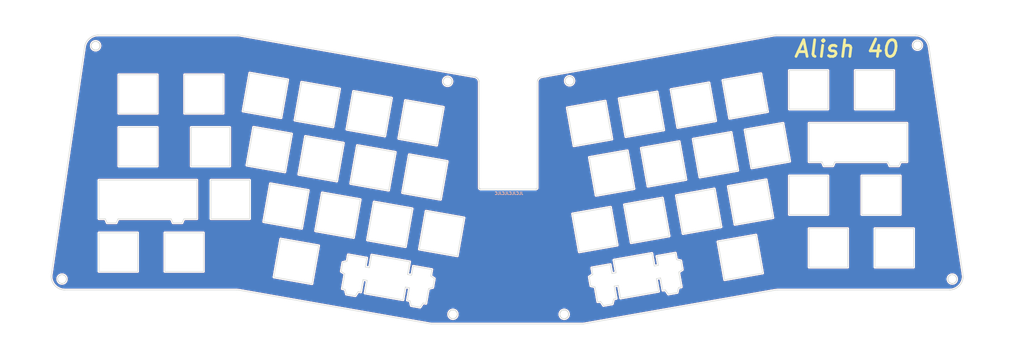
<source format=kicad_pcb>
(kicad_pcb (version 20211014) (generator pcbnew)
  (layers (0 "F.Cu" signal) (31 "B.Cu" signal) (34 "B.Paste" user) (35 "F.Paste" user) (36 "B.SilkS" user "B.Silkscreen") (37 "F.SilkS" user "F.Silkscreen") (38 "B.Mask" user) (39 "F.Mask" user) (44 "Edge.Cuts" user))
  (net 0 "")
  (net 1 "GND")
  (gr_line locked (start 222.796177 210.639826) (end 222.741557 210.649892) (layer "Edge.Cuts") (width 0.2))
  (gr_line locked (start 364.842997 200.081768) (end 364.862795 200.029878) (layer "Edge.Cuts") (width 0.2))
  (gr_line locked (start 352.042104 115.934858) (end 352.07537 115.890384) (layer "Edge.Cuts") (width 0.2))
  (gr_line locked (start 213.216813 166.75495) (end 213.226895 166.741172) (layer "Edge.Cuts") (width 0.2))
  (gr_line locked (start 120.714358 141.196282) (end 123.145258 127.409959) (layer "Edge.Cuts") (width 0.2))
  (gr_line locked (start 364.434335 198.301482) (end 364.392592 198.264848) (layer "Edge.Cuts") (width 0.2))
  (gr_line locked (start 53.025564 116.609919) (end 53.076921 116.631062) (layer "Edge.Cuts") (width 0.2))
  (gr_line locked (start 362.526384 198.118789) (end 362.47945 198.148483) (layer "Edge.Cuts") (width 0.2))
  (gr_line locked (start 40.010627 198.964831) (end 39.993556 199.017682) (layer "Edge.Cuts") (width 0.2))
  (gr_line locked (start 55.144998 114.544959) (end 55.12341 114.493787) (layer "Edge.Cuts") (width 0.2))
  (gr_line locked (start 349.808264 113.681547) (end 349.764671 113.71596) (layer "Edge.Cuts") (width 0.2))
  (gr_line locked (start 180.597656 126.445115) (end 180.543419 126.45707) (layer "Edge.Cuts") (width 0.2))
  (gr_line locked (start 254.783542 190.167691) (end 255.599689 194.796287) (layer "Edge.Cuts") (width 0.2))
  (gr_line locked (start 304.415163 138.061166) (end 318.414163 138.061166) (layer "Edge.Cuts") (width 0.2))
  (gr_line locked (start 192.558618 166.880042) (end 192.573355 166.888662) (layer "Edge.Cuts") (width 0.2))
  (gr_line locked (start 52.079718 115.390105) (end 52.089309 115.44481) (layer "Edge.Cuts") (width 0.2))
  (gr_line locked (start 179.540981 128.833304) (end 179.570267 128.880495) (layer "Edge.Cuts") (width 0.2))
  (gr_line locked (start 213.319624 128.241005) (end 213.323266 128.171408) (layer "Edge.Cuts") (width 0.2))
  (gr_line locked (start 191.850708 127.032634) (end 191.894622 127.08688) (layer "Edge.Cuts") (width 0.2))
  (gr_line locked (start 350.679951 111.315036) (end 350.851339 111.342011) (layer "Edge.Cuts") (width 0.2))
  (gr_line locked (start 151.136568 195.141738) (end 152.639384 195.406725) (layer "Edge.Cuts") (width 0.2))
  (gr_line locked (start 361.827382 199.950832) (end 361.844453 200.003683) (layer "Edge.Cuts") (width 0.2))
  (gr_line locked (start 213.017611 166.911438) (end 213.033152 166.904369) (layer "Edge.Cuts") (width 0.2))
  (gr_line locked (start 223.836131 128.904122) (end 223.874542 128.944237) (layer "Edge.Cuts") (width 0.2))
  (gr_line locked (start 222.851113 213.804587) (end 222.906299 213.810839) (layer "Edge.Cuts") (width 0.2))
  (gr_line locked (start 363.507254 203.276363) (end 363.337208 203.315628) (layer "Edge.Cuts") (width 0.2))
  (gr_line locked (start 213.659212 127.193967) (end 213.699126 127.136838) (layer "Edge.Cuts") (width 0.2))
  (gr_line locked (start 367.103918 199.803161) (end 367.052885 199.970053) (layer "Edge.Cuts") (width 0.2))
  (gr_line locked (start 364.949566 199.319221) (end 364.942835 199.264092) (layer "Edge.Cuts") (width 0.2))
  (gr_line locked (start 352.369018 114.788102) (end 352.362286 114.732972) (layer "Edge.Cuts") (width 0.2))
  (gr_line locked (start 351.933335 116.060987) (end 351.971044 116.020211) (layer "Edge.Cuts") (width 0.2))
  (gr_line locked (start 40.645624 200.820031) (end 40.692559 200.849725) (layer "Edge.Cuts") (width 0.2))
  (gr_line locked (start 192.420008 166.75495) (end 192.430555 166.768376) (layer "Edge.Cuts") (width 0.2))
  (gr_line locked (start 38.226809 200.872394) (end 38.145705 200.722108) (layer "Edge.Cuts") (width 0.2))
  (gr_line locked (start 40.312733 200.52788) (end 40.349728 200.569304) (layer "Edge.Cuts") (width 0.2))
  (gr_line locked (start 183.600516 210.809924) (end 183.551184 210.78441) (layer "Edge.Cuts") (width 0.2))
  (gr_line locked (start 181.419886 129.531568) (end 181.472274 129.513127) (layer "Edge.Cuts") (width 0.2))
  (gr_line locked (start 349.20676 115.258055) (end 349.218244 115.312394) (layer "Edge.Cuts") (width 0.2))
  (gr_line locked (start 350.847092 113.355933) (end 350.791571 113.354487) (layer "Edge.Cuts") (width 0.2))
  (gr_line locked (start 53.507727 113.548466) (end 53.452541 113.554719) (layer "Edge.Cuts") (width 0.2))
  (gr_line locked (start 224.178961 126.451028) (end 224.132027 126.480723) (layer "Edge.Cuts") (width 0.2))
  (gr_line locked (start 223.7636 126.815556) (end 223.729567 126.859447) (layer "Edge.Cuts") (width 0.2))
  (gr_line locked (start 192.172845 127.568912) (end 192.197851 127.634072) (layer "Edge.Cuts") (width 0.2))
  (gr_line locked (start 364.474782 198.339544) (end 364.434335 198.301482) (layer "Edge.Cuts") (width 0.2))
  (gr_line locked (start 223.464733 127.405911) (end 223.451369 127.459818) (layer "Edge.Cuts") (width 0.2))
  (gr_line locked (start 191.550066 126.742198) (end 191.604297 126.786132) (layer "Edge.Cuts") (width 0.2))
  (gr_line locked (start 52.780055 111.637257) (end 52.941678 111.575834) (layer "Edge.Cuts") (width 0.2))
  (gr_line locked (start 42.853795 198.592613) (end 42.822093 198.54701) (layer "Edge.Cuts") (width 0.2))
  (gr_line locked (start 167.305538 207.30321) (end 166.337329 207.132489) (layer "Edge.Cuts") (width 0.2))
  (gr_line locked (start 181.29485 211.806249) (end 181.281487 211.860157) (layer "Edge.Cuts") (width 0.2))
  (gr_line locked (start 223.451369 127.459818) (end 223.439885 127.514157) (layer "Edge.Cuts") (width 0.2))
  (gr_line locked (start 363.967319 200.965078) (end 364.018302 200.943048) (layer "Edge.Cuts") (width 0.2))
  (gr_line locked (start 183.600516 213.626324) (end 183.648932 213.599113) (layer "Edge.Cuts") (width 0.2))
  (gr_line locked (start 53.234959 116.683627) (end 53.288749 116.697458) (layer "Edge.Cuts") (width 0.2))
  (gr_line locked (start 43.028969 200.027299) (end 43.046955 199.974753) (layer "Edge.Cuts") (width 0.2))
  (gr_line locked (start 224.275779 129.238957) (end 224.325547 129.263611) (layer "Edge.Cuts") (width 0.2))
  (gr_line locked (start 184.228878 213.014112) (end 184.255668 212.965462) (layer "Edge.Cuts") (width 0.2))
  (gr_line locked (start 184.304104 211.57073) (end 184.280753 211.520338) (layer "Edge.Cuts") (width 0.2))
  (gr_line locked (start 363.37212 197.885606) (end 363.316583 197.886088) (layer "Edge.Cuts") (width 0.2))
  (gr_line locked (start 182.523679 210.649892) (end 182.469442 210.661847) (layer "Edge.Cuts") (width 0.2))
  (gr_line locked (start 53.563097 116.73823) (end 53.618584 116.740639) (layer "Edge.Cuts") (width 0.2))
  (gr_line locked (start 279.78598 180.638149) (end 277.355079 166.851826) (layer "Edge.Cuts") (width 0.2))
  (gr_line locked (start 80.988372 177.697761) (end 81.629641 179.16726) (layer "Edge.Cuts") (width 0.2))
  (gr_line locked (start 351.769054 116.210289) (end 351.812044 116.175125) (layer "Edge.Cuts") (width 0.2))
  (gr_line locked (start 349.463953 115.86772) (end 349.496442 115.912765) (layer "Edge.Cuts") (width 0.2))
  (gr_line locked (start 361.844453 198.96741) (end 361.827382 199.02026) (layer "Edge.Cuts") (width 0.2))
  (gr_line locked (start 92.665642 182.748759) (end 78.666642 182.748759) (layer "Edge.Cuts") (width 0.2))
  (gr_line locked (start 351.282666 116.472648) (end 351.335054 116.454207) (layer "Edge.Cuts") (width 0.2))
  (gr_line locked (start 182.244292 128.903702) (end 182.274393 128.857027) (layer "Edge.Cuts") (width 0.2))
  (gr_line locked (start 349.993773 116.349231) (end 350.042654 116.375598) (layer "Edge.Cuts") (width 0.2))
  (gr_line locked (start 236.226953 207.530164) (end 235.15581 207.711541) (layer "Edge.Cuts") (width 0.2))
  (gr_line locked (start 221.63131 212.940795) (end 221.657252 212.989903) (layer "Edge.Cuts") (width 0.2))
  (gr_line locked (start 42.585773 203.423025) (end 42.415024 203.420107) (layer "Edge.Cuts") (width 0.2))
  (gr_line locked (start 222.274894 213.612929) (end 222.323775 213.639296) (layer "Edge.Cuts") (width 0.2))
  (gr_line locked (start 42.415024 203.420107) (end 42.244474 203.411361) (layer "Edge.Cuts") (width 0.2))
  (gr_line locked (start 88.191642 144.648761) (end 88.191642 158.647761) (layer "Edge.Cuts") (width 0.2))
  (gr_line locked (start 223.51079 210.683291) (end 223.457249 210.668529) (layer "Edge.Cuts") (width 0.2))
  (gr_line locked (start 40.554987 200.755847) (end 40.599748 200.788725) (layer "Edge.Cuts") (width 0.2))
  (gr_line locked (start 362.221965 200.611997) (end 362.261745 200.650755) (layer "Edge.Cuts") (width 0.2))
  (gr_line locked (start 352.912131 112.21096) (end 353.051089 112.314844) (layer "Edge.Cuts") (width 0.2))
  (gr_line locked (start 182.329645 127.266009) (end 182.302855 127.217359) (layer "Edge.Cuts") (width 0.2))
  (gr_line locked (start 225.355232 126.255296) (end 225.300795 126.244283) (layer "Edge.Cuts") (width 0.2))
  (gr_line locked (start 354.467642 114.045541) (end 354.54201 114.202292) (layer "Edge.Cuts") (width 0.2))
  (gr_line locked (start 223.914322 126.652577) (end 223.874542 126.691335) (layer "Edge.Cuts") (width 0.2))
  (gr_line locked (start 53.342986 113.572949) (end 53.288749 113.584905) (layer "Edge.Cuts") (width 0.2))
  (gr_line locked (start 221.478289 211.969201) (end 221.470602 212.024205) (layer "Edge.Cuts") (width 0.2))
  (gr_line locked (start 362.82698 197.976318) (end 362.77492 197.995666) (layer "Edge.Cuts") (width 0.2))
  (gr_line locked (start 184.304104 212.865518) (end 184.325691 212.814346) (layer "Edge.Cuts") (width 0.2))
  (gr_line locked (start 349.808264 116.227306) (end 349.853026 116.260184) (layer "Edge.Cuts") (width 0.2))
  (gr_line locked (start 192.391201 166.712624) (end 192.400319 166.727058) (layer "Edge.Cuts") (width 0.2))
  (gr_line locked (start 225.91267 129.139395) (end 225.957995 129.107298) (layer "Edge.Cuts") (width 0.2))
  (gr_line locked (start 54.217604 116.640962) (end 54.26932 116.620714) (layer "Edge.Cuts") (width 0.2))
  (gr_line locked (start 55.12341 115.788576) (end 55.144998 115.737404) (layer "Edge.Cuts") (width 0.2))
  (gr_line locked (start 40.277197 198.480738) (end 40.243165 198.524629) (layer "Edge.Cuts") (width 0.2))
  (gr_line locked (start 182.244292 127.122992) (end 182.21259 127.07739) (layer "Edge.Cuts") (width 0.2))
  (gr_line locked (start 183.292912 210.683291) (end 183.239371 210.668529) (layer "Edge.Cuts") (width 0.2))
  (gr_line locked (start 221.460976 212.134849) (end 221.459048 212.190355) (layer "Edge.Cuts") (width 0.2))
  (gr_line locked (start 213.978041 126.826296) (end 214.030572 126.780499) (layer "Edge.Cuts") (width 0.2))
  (gr_line locked (start 224.532258 129.344542) (end 224.585535 129.360232) (layer "Edge.Cuts") (width 0.2))
  (gr_line locked (start 181.916269 213.523882) (end 181.962144 213.555187) (layer "Edge.Cuts") (width 0.2))
  (gr_line locked (start 180.48963 126.470901) (end 180.436353 126.48659) (layer "Edge.Cuts") (width 0.2))
  (gr_line locked (start 225.770398 129.225986) (end 225.818815 129.198775) (layer "Edge.Cuts") (width 0.2))
  (gr_line locked (start 40.277197 200.485197) (end 40.312733 200.52788) (layer "Edge.Cuts") (width 0.2))
  (gr_line locked (start 51.58262 112.320953) (end 51.72132 112.217719) (layer "Edge.Cuts") (width 0.2))
  (gr_line locked (start 223.769062 213.651839) (end 223.818394 213.626324) (layer "Edge.Cuts") (width 0.2))
  (gr_line locked (start 179.317075 127.930072) (end 179.315147 127.985577) (layer "Edge.Cuts") (width 0.2))
  (gr_line locked (start 54.694593 113.920483) (end 54.651604 113.885319) (layer "Edge.Cuts") (width 0.2))
  (gr_line locked (start 363.205726 197.892831) (end 363.15054 197.899084) (layer "Edge.Cuts") (width 0.2))
  (gr_line locked (start 350.460436 113.386194) (end 350.406199 113.39815) (layer "Edge.Cuts") (width 0.2))
  (gr_line locked (start 240.309563 197.492349) (end 241.81238 197.227362) (layer "Edge.Cuts") (width 0.2))
  (gr_line locked (start 181.49629 213.085272) (end 181.527196 213.131418) (layer "Edge.Cuts") (width 0.2))
  (gr_line locked (start 42.60051 198.298904) (end 42.558766 198.262269) (layer "Edge.Cuts") (width 0.2))
  (gr_line locked (start 40.122853 198.711189) (end 40.096912 198.760297) (layer "Edge.Cuts") (width 0.2))
  (gr_line locked (start 237.908055 135.119647) (end 224.121731 137.550547) (layer "Edge.Cuts") (width 0.2))
  (gr_line locked (start 57.827641 179.16726) (end 61.127641 179.16726) (layer "Edge.Cuts") (width 0.2))
  (gr_line locked (start 213.24562 166.712624) (end 213.25424 166.697887) (layer "Edge.Cuts") (width 0.2))
  (gr_line locked (start 213.195267 166.781434) (end 213.206266 166.768376) (layer "Edge.Cuts") (width 0.2))
  (gr_line locked (start 40.096912 198.760297) (end 40.07269 198.810276) (layer "Edge.Cuts") (width 0.2))
  (gr_line locked (start 224.418294 211.374444) (end 224.388193 211.327769) (layer "Edge.Cuts") (width 0.2))
  (gr_line locked (start 43.123445 199.427437) (end 43.120554 199.371973) (layer "Edge.Cuts") (width 0.2))
  (gr_line locked (start 223.457249 213.767719) (end 223.51079 213.752957) (layer "Edge.Cuts") (width 0.2))
  (gr_line locked (start 224.581354 212.709909) (end 224.597505 212.65677) (layer "Edge.Cuts") (width 0.2))
  (gr_line locked (start 362.879681 201.012303) (end 362.932958 201.027992) (layer "Edge.Cuts") (width 0.2))
  (gr_line locked (start 349.988151 111.26698) (end 350.161622 111.269981) (layer "Edge.Cuts") (width 0.2))
  (gr_line locked (start 41.538294 197.883028) (end 41.482757 197.88351) (layer "Edge.Cuts") (width 0.2))
  (gr_line locked (start 40.17977 200.350116) (end 40.210676 200.396261) (layer "Edge.Cuts") (width 0.2))
  (gr_line locked (start 344.015661 158.580664) (end 344.656929 157.111165) (layer "Edge.Cuts") (width 0.2))
  (gr_line locked (start 224.803117 129.404248) (end 224.858303 129.410501) (layer "Edge.Cuts") (width 0.2))
  (gr_line locked (start 192.516292 166.851235) (end 192.53007 166.861317) (layer "Edge.Cuts") (width 0.2))
  (gr_line locked (start 52.315597 116.008329) (end 52.346503 116.054475) (layer "Edge.Cuts") (width 0.2))
  (gr_line locked (start 38.500223 201.305424) (end 38.404171 201.164222) (layer "Edge.Cuts") (width 0.2))
  (gr_line locked (start 55.259272 115.085651) (end 55.256381 115.030187) (layer "Edge.Cuts") (width 0.2))
  (gr_line locked (start 41.759607 197.900349) (end 41.704537 197.893139) (layer "Edge.Cuts") (width 0.2))
  (gr_line locked (start 182.399669 128.609569) (end 182.419467 128.557679) (layer "Edge.Cuts") (width 0.2))
  (gr_line locked (start 213.294983 166.604089) (end 213.299869 166.58773) (layer "Edge.Cuts") (width 0.2))
  (gr_line locked (start 352.300232 115.446212) (end 352.316383 115.393073) (layer "Edge.Cuts") (width 0.2))
  (gr_line locked (start 362.47945 198.148483) (end 362.433574 198.179788) (layer "Edge.Cuts") (width 0.2))
  (gr_line locked (start 182.499506 128.234802) (end 182.506238 128.179672) (layer "Edge.Cuts") (width 0.2))
  (gr_line locked (start 221.56392 212.788487) (end 221.584617 212.840026) (layer "Edge.Cuts") (width 0.2))
  (gr_line locked (start 261.642909 130.934551) (end 264.07381 144.720875) (layer "Edge.Cuts") (width 0.2))
  (gr_line locked (start 149.544387 204.17144) (end 148.576179 204.000719) (layer "Edge.Cuts") (width 0.2))
  (gr_line locked (start 325.55791 195.211164) (end 325.55791 181.212164) (layer "Edge.Cuts") (width 0.2))
  (gr_line locked (start 179.317075 128.096622) (end 179.320928 128.152028) (layer "Edge.Cuts") (width 0.2))
  (gr_line locked (start 54.607419 116.430694) (end 54.651604 116.397043) (layer "Edge.Cuts") (width 0.2))
  (gr_line locked (start 192.400319 166.727058) (end 192.409925 166.741172) (layer "Edge.Cuts") (width 0.2))
  (gr_line locked (start 352.33068 114.569448) (end 352.316383 114.51578) (layer "Edge.Cuts") (width 0.2))
  (gr_line locked (start 214.31534 126.580411) (end 214.376232 126.546514) (layer "Edge.Cuts") (width 0.2))
  (gr_line locked (start 40.388139 200.609419) (end 40.427919 200.648176) (layer "Edge.Cuts") (width 0.2))
  (gr_line locked (start 52.089309 115.44481) (end 52.100794 115.499149) (layer "Edge.Cuts") (width 0.2))
  (gr_line locked (start 175.253691 196.012867) (end 174.829558 198.418246) (layer "Edge.Cuts") (width 0.2))
  (gr_line locked (start 226.086912 129.001849) (end 226.127359 128.963788) (layer "Edge.Cuts") (width 0.2))
  (gr_line locked (start 224.134908 211.03406) (end 224.093165 210.997426) (layer "Edge.Cuts") (width 0.2))
  (gr_line locked (start 39.936204 199.289049) (end 39.93043 199.344287) (layer "Edge.Cuts") (width 0.2))
  (gr_line locked (start 41.072829 203.188622) (end 40.910967 203.134175) (layer "Edge.Cuts") (width 0.2))
  (gr_line locked (start 225.135654 126.222664) (end 225.080217 126.219292) (layer "Edge.Cuts") (width 0.2))
  (gr_line locked (start 213.283549 166.636259) (end 213.289541 166.620272) (layer "Edge.Cuts") (width 0.2))
  (gr_line locked (start 364.896932 199.924193) (end 364.911229 199.870525) (layer "Edge.Cuts") (width 0.2))
  (gr_line locked (start 39.926577 199.566243) (end 39.93043 199.621648) (layer "Edge.Cuts") (width 0.2))
  (gr_line locked (start 224.654953 212.107129) (end 224.650139 212.051799) (layer "Edge.Cuts") (width 0.2))
  (gr_line locked (start 183.648932 210.837135) (end 183.600516 210.809924) (layer "Edge.Cuts") (width 0.2))
  (gr_line locked (start 182.511052 127.902352) (end 182.506238 127.847022) (layer "Edge.Cuts") (width 0.2))
  (gr_line locked (start 363.702655 197.923056) (end 363.648218 197.912044) (layer "Edge.Cuts") (width 0.2))
  (gr_line locked (start 364.655918 198.549589) (end 364.622653 198.505114) (layer "Edge.Cuts") (width 0.2))
  (gr_line locked (start 349.370412 181.212163) (end 335.371412 181.212163) (layer "Edge.Cuts") (width 0.2))
  (gr_line locked (start 245.313222 148.028872) (end 259.099546 145.597971) (layer "Edge.Cuts") (width 0.2))
  (gr_line locked (start 179.401125 127.49521) (end 179.384054 127.548061) (layer "Edge.Cuts") (width 0.2))
  (gr_line locked (start 335.371412 195.211163) (end 349.370412 195.211163) (layer "Edge.Cuts") (width 0.2))
  (gr_line locked (start 225.19094 126.227957) (end 225.135654 126.222664) (layer "Edge.Cuts") (width 0.2))
  (gr_line locked (start 182.362375 213.744881) (end 182.415653 213.76057) (layer "Edge.Cuts") (width 0.2))
  (gr_line locked (start 181.559685 213.176463) (end 181.593718 213.220354) (layer "Edge.Cuts") (width 0.2))
  (gr_line locked (start 182.108264 126.947562) (end 182.070555 126.906787) (layer "Edge.Cuts") (width 0.2))
  (gr_line locked (start 353.317778 112.536759) (end 353.445188 112.654521) (layer "Edge.Cuts") (width 0.2))
  (gr_line locked (start 226.450636 127.119999) (end 226.42555 127.070448) (layer "Edge.Cuts") (width 0.2))
  (gr_line locked (start 52.157656 111.937628) (end 52.309266 111.854506) (layer "Edge.Cuts") (width 0.2))
  (gr_line locked (start 125.688625 142.073382) (end 139.474949 144.504282) (layer "Edge.Cuts") (width 0.2))
  (gr_line locked (start 364.587863 198.461821) (end 364.551592 198.419761) (layer "Edge.Cuts") (width 0.2))
  (gr_line locked (start 55.048185 114.345193) (end 55.019722 114.297501) (layer "Edge.Cuts") (width 0.2))
  (gr_line locked (start 52.563746 116.30639) (end 52.604847 116.343744) (layer "Edge.Cuts") (width 0.2))
  (gr_line locked (start 51.065933 112.779907) (end 51.189074 112.658534) (layer "Edge.Cuts") (width 0.2))
  (gr_line locked (start 143.867034 203.177863) (end 142.798454 202.98195) (layer "Edge.Cuts") (width 0.2))
  (gr_line locked (start 351.487941 116.388141) (end 351.537273 116.362627) (layer "Edge.Cuts") (width 0.2))
  (gr_line locked (start 192.274726 127.902232) (end 192.28804 127.970743) (layer "Edge.Cuts") (width 0.2))
  (gr_line locked (start 109.334392 163.698763) (end 95.335392 163.698763) (layer "Edge.Cuts") (width 0.2))
  (gr_line locked (start 148.262258 151.18264) (end 145.831357 164.968964) (layer "Edge.Cuts") (width 0.2))
  (gr_line locked (start 181.243098 212.301399) (end 181.24695 212.356805) (layer "Edge.Cuts") (width 0.2))
  (gr_line locked (start 362.261745 198.320338) (end 362.221965 198.359095) (layer "Edge.Cuts") (width 0.2))
  (gr_line locked (start 318.414161 162.162162) (end 304.415161 162.162162) (layer "Edge.Cuts") (width 0.2))
  (gr_line locked (start 365.093556 202.570057) (end 364.947192 202.665109) (layer "Edge.Cuts") (width 0.2))
  (gr_line locked (start 221.607089 212.890816) (end 221.63131 212.940795) (layer "Edge.Cuts") (width 0.2))
  (gr_line locked (start 344.607911 162.162165) (end 330.608911 162.162165) (layer "Edge.Cuts") (width 0.2))
  (gr_line locked (start 361.764256 199.346865) (end 361.760403 199.402271) (layer "Edge.Cuts") (width 0.2))
  (gr_line locked (start 224.624227 211.887277) (end 224.611801 211.833145) (layer "Edge.Cuts") (width 0.2))
  (gr_line locked (start 349.853026 113.648669) (end 349.808264 113.681547) (layer "Edge.Cuts") (width 0.2))
  (gr_line locked (start 226.609847 127.873316) (end 226.610811 127.817786) (layer "Edge.Cuts") (width 0.2))
  (gr_line locked (start 213.551738 127.373204) (end 213.585473 127.312222) (layer "Edge.Cuts") (width 0.2))
  (gr_line locked (start 363.095604 201.063844) (end 363.15054 201.072009) (layer "Edge.Cuts") (width 0.2))
  (gr_line locked (start 259.662894 203.390281) (end 258.694685 203.561003) (layer "Edge.Cuts") (width 0.2))
  (gr_line locked (start 223.238936 213.807952) (end 223.294005 213.800743) (layer "Edge.Cuts") (width 0.2))
  (gr_line locked (start 363.863214 201.003767) (end 363.915603 200.985326) (layer "Edge.Cuts") (width 0.2))
  (gr_line locked (start 362.433574 200.791304) (end 362.47945 200.822609) (layer "Edge.Cuts") (width 0.2))
  (gr_line locked (start 362.986747 201.041823) (end 363.040985 201.053778) (layer "Edge.Cuts") (width 0.2))
  (gr_line locked (start 165.690149 187.814482) (end 168.121049 174.028159) (layer "Edge.Cuts") (width 0.2))
  (gr_line locked (start 181.86209 126.723834) (end 181.816765 126.691737) (layer "Edge.Cuts") (width 0.2))
  (gr_line locked (start 54.924654 116.121613) (end 54.95792 116.077139) (layer "Edge.Cuts") (width 0.2))
  (gr_line locked (start 191.19562 126.5206) (end 191.257799 126.552301) (layer "Edge.Cuts") (width 0.2))
  (gr_line locked (start 351.812044 116.175125) (end 351.853787 116.13849) (layer "Edge.Cuts") (width 0.2))
  (gr_line locked (start 362.932958 201.027992) (end 362.986747 201.041823) (layer "Edge.Cuts") (width 0.2))
  (gr_line locked (start 95.335392 177.697763) (end 109.334392 177.697763) (layer "Edge.Cuts") (width 0.2))
  (gr_line locked (start 256.39847 199.326403) (end 257.214617 203.955) (layer "Edge.Cuts") (width 0.2))
  (gr_line locked (start 365.375891 202.364928) (end 365.236514 202.469956) (layer "Edge.Cuts") (width 0.2))
  (gr_line locked (start 54.889864 116.164906) (end 54.924654 116.121613) (layer "Edge.Cuts") (width 0.2))
  (gr_line locked (start 181.150104 126.430728) (end 181.095035 126.423519) (layer "Edge.Cuts") (width 0.2))
  (gr_line locked (start 41.316714 201.06943) (end 41.3719 201.075683) (layer "Edge.Cuts") (width 0.2))
  (gr_line locked (start 234.203787 202.312346) (end 232.655597 201.938493) (layer "Edge.Cuts") (width 0.2))
  (gr_line locked (start 349.993773 113.559622) (end 349.945836 113.587669) (layer "Edge.Cuts") (width 0.2))
  (gr_line locked (start 361.760403 199.568821) (end 361.764256 199.624227) (layer "Edge.Cuts") (width 0.2))
  (gr_line locked (start 181.327148 211.699988) (end 181.310077 211.752838) (layer "Edge.Cuts") (width 0.2))
  (gr_line locked (start 147.550392 205.54607) (end 144.300527 204.973031) (layer "Edge.Cuts") (width 0.2))
  (gr_line locked (start 363.756676 197.935951) (end 363.702655 197.923056) (layer "Edge.Cuts") (width 0.2))
  (gr_line locked (start 52.07203 114.947262) (end 52.066257 115.002501) (layer "Edge.Cuts") (width 0.2))
  (gr_line locked (start 352.137173 115.798106) (end 352.165635 115.750415) (layer "Edge.Cuts") (width 0.2))
  (gr_line locked (start 224.479557 126.308558) (end 224.427497 126.327905) (layer "Edge.Cuts") (width 0.2))
  (gr_line locked (start 264.07381 144.720875) (end 277.860134 142.289974) (layer "Edge.Cuts") (width 0.2))
  (gr_line locked (start 213.463556 127.562678) (end 213.490743 127.498509) (layer "Edge.Cuts") (width 0.2))
  (gr_line locked (start 224.563368 211.673792) (end 224.54357 211.621902) (layer "Edge.Cuts") (width 0.2))
  (gr_line locked (start 213.585473 127.312222) (end 213.621312 127.252452) (layer "Edge.Cuts") (width 0.2))
  (gr_line locked (start 54.004656 113.578692) (end 53.950219 113.567679) (layer "Edge.Cuts") (width 0.2))
  (gr_line locked (start 213.377619 127.827645) (end 213.395626 127.76032) (layer "Edge.Cuts") (width 0.2))
  (gr_line locked (start 221.684882 211.398167) (end 221.657252 211.446345) (layer "Edge.Cuts") (width 0.2))
  (gr_line locked (start 39.93043 199.621648) (end 39.936204 199.676887) (layer "Edge.Cuts") (width 0.2))
  (gr_line locked (start 181.243098 212.134849) (end 181.24117 212.190355) (layer "Edge.Cuts") (width 0.2))
  (gr_line locked (start 179.326701 127.819428) (end 179.320928 127.874666) (layer "Edge.Cuts") (width 0.2))
  (gr_line locked (start 224.969159 126.218328) (end 224.913673 126.220737) (layer "Edge.Cuts") (width 0.2))
  (gr_line locked (start 226.047581 175.898723) (end 228.478482 189.685047) (layer "Edge.Cuts") (width 0.2))
  (gr_line locked (start 212.852531 166.951666) (end 212.869542 166.950211) (layer "Edge.Cuts") (width 0.2))
  (gr_line locked (start 224.226898 126.422981) (end 224.178961 126.451028) (layer "Edge.Cuts") (width 0.2))
  (gr_line locked (start 241.108345 202.022465) (end 241.901743 206.522051) (layer "Edge.Cuts") (width 0.2))
  (gr_line locked (start 213.078202 166.880042) (end 213.092636 166.870923) (layer "Edge.Cuts") (width 0.2))
  (gr_line locked (start 53.785078 113.546059) (end 53.729641 113.542687) (layer "Edge.Cuts") (width 0.2))
  (gr_line locked (start 182.514906 128.013347) (end 182.513942 127.957816) (layer "Edge.Cuts") (width 0.2))
  (gr_line locked (start 53.397605 113.562883) (end 53.342986 113.572949) (layer "Edge.Cuts") (width 0.2))
  (gr_line locked (start 181.346042 211.647761) (end 181.327148 211.699988) (layer "Edge.Cuts") (width 0.2))
  (gr_line locked (start 253.311365 165.962461) (end 267.097689 163.53156) (layer "Edge.Cuts") (width 0.2))
  (gr_line locked (start 344.656929 157.111165) (end 346.98916 157.111165) (layer "Edge.Cuts") (width 0.2))
  (gr_line locked (start 52.485555 116.227517) (end 52.523966 116.267632) (layer "Edge.Cuts") (width 0.2))
  (gr_line locked (start 133.143241 182.075584) (end 146.929565 184.506484) (layer "Edge.Cuts") (width 0.2))
  (gr_line locked (start 232.119877 155.484134) (end 234.550778 169.270458) (layer "Edge.Cuts") (width 0.2))
  (gr_line locked (start 212.953309 166.934291) (end 212.969668 166.929404) (layer "Edge.Cuts") (width 0.2))
  (gr_line locked (start 181.991007 129.197411) (end 182.031454 129.159349) (layer "Edge.Cuts") (width 0.2))
  (gr_line locked (start 349.370412 195.211163) (end 349.370412 181.212163) (layer "Edge.Cuts") (width 0.2))
  (gr_line locked (start 40.889737 198.01423) (end 40.839144 198.037142) (layer "Edge.Cuts") (width 0.2))
  (gr_line locked (start 352.474822 111.92908) (end 352.623823 112.017961) (layer "Edge.Cuts") (width 0.2))
  (gr_line locked (start 361.777716 199.236623) (end 361.770029 199.291627) (layer "Edge.Cuts") (width 0.2))
  (gr_line locked (start 49.724445 115.347956) (end 49.759596 115.178666) (layer "Edge.Cuts") (width 0.2))
  (gr_line locked (start 40.029522 200.05333) (end 40.050218 200.10487) (layer "Edge.Cuts") (width 0.2))
  (gr_line locked (start 224.643407 211.996669) (end 224.634767 211.941807) (layer "Edge.Cuts") (width 0.2))
  (gr_line locked (start 182.419467 128.557679) (end 182.437452 128.505132) (layer "Edge.Cuts") (width 0.2))
  (gr_line locked (start 224.803117 126.231323) (end 224.748181 126.239487) (layer "Edge.Cuts") (width 0.2))
  (gr_line locked (start 179.513351 128.785126) (end 179.540981 128.833304) (layer "Edge.Cuts") (width 0.2))
  (gr_line locked (start 362.146559 198.440634) (end 362.111023 198.483317) (layer "Edge.Cuts") (width 0.2))
  (gr_line locked (start 39.97833 199.894842) (end 39.993556 199.948254) (layer "Edge.Cuts") (width 0.2))
  (gr_line locked (start 299.335673 203.500703) (end 235.195727 214.789093) (layer "Edge.Cuts") (width 0.2))
  (gr_line locked (start 40.789377 200.904139) (end 40.839144 200.928793) (layer "Edge.Cuts") (width 0.2))
  (gr_line locked (start 181.281487 212.576091) (end 181.29485 212.629999) (layer "Edge.Cuts") (width 0.2))
  (gr_line locked (start 54.118702 111.306631) (end 54.290957 111.29169) (layer "Edge.Cuts") (width 0.2))
  (gr_line locked (start 184.200416 211.374444) (end 184.170315 211.327769) (layer "Edge.Cuts") (width 0.2))
  (gr_line locked (start 351.537273 116.362627) (end 351.58569 116.335416) (layer "Edge.Cuts") (width 0.2))
  (gr_line locked (start 181.629253 211.173212) (end 181.593718 211.215895) (layer "Edge.Cuts") (width 0.2))
  (gr_line locked (start 181.527196 211.30483) (end 181.49629 211.350976) (layer "Edge.Cuts") (width 0.2))
  (gr_line locked (start 182.009079 213.584881) (end 182.057016 213.612929) (layer "Edge.Cuts") (width 0.2))
  (gr_line locked (start 350.569992 116.540889) (end 350.625178 116.547142) (layer "Edge.Cuts") (width 0.2))
  (gr_line locked (start 224.611801 211.833145) (end 224.597505 211.779478) (layer "Edge.Cuts") (width 0.2))
  (gr_line locked (start 222.475493 210.728243) (end 222.424135 210.749386) (layer "Edge.Cuts") (width 0.2))
  (gr_line locked (start 247.239069 186.377048) (end 261.025393 183.946147) (layer "Edge.Cuts") (width 0.2))
  (gr_line locked (start 81.629641 179.16726) (end 84.929641 179.16726) (layer "Edge.Cuts") (width 0.2))
  (gr_line locked (start 223.479959 128.283071) (end 223.49703 128.335922) (layer "Edge.Cuts") (width 0.2))
  (gr_line locked (start 192.366873 166.667574) (end 192.374468 166.682865) (layer "Edge.Cuts") (width 0.2))
  (gr_line locked (start 224.418294 213.061804) (end 224.446756 213.014112) (layer "Edge.Cuts") (width 0.2))
  (gr_line locked (start 181.906274 129.269209) (end 181.949264 129.234045) (layer "Edge.Cuts") (width 0.2))
  (gr_line locked (start 184.363475 211.726339) (end 184.34549 211.673792) (layer "Edge.Cuts") (width 0.2))
  (gr_line locked (start 143.750478 197.582755) (end 142.423521 196.701936) (layer "Edge.Cuts") (width 0.2))
  (gr_line locked (start 298.864892 111.343665) (end 299.009138 111.320268) (layer "Edge.Cuts") (width 0.2))
  (gr_line locked (start 352.353646 114.678109) (end 352.343106 114.623579) (layer "Edge.Cuts") (width 0.2))
  (gr_line locked (start 221.962318 213.383333) (end 222.003419 213.420686) (layer "Edge.Cuts") (width 0.2))
  (gr_line locked (start 213.361968 127.895556) (end 213.377619 127.827645) (layer "Edge.Cuts") (width 0.2))
  (gr_line locked (start 181.70466 211.091673) (end 181.666249 211.131788) (layer "Edge.Cuts") (width 0.2))
  (gr_line locked (start 85.809911 139.597761) (end 99.808911 139.597761) (layer "Edge.Cuts") (width 0.2))
  (gr_line locked (start 221.527955 212.68341) (end 221.545026 212.736261) (layer "Edge.Cuts") (width 0.2))
  (gr_line locked (start 42.515777 200.73883) (end 42.558766 200.703666) (layer "Edge.Cuts") (width 0.2))
  (gr_line locked (start 364.797601 202.754995) (end 364.644963 202.839605) (layer "Edge.Cuts") (width 0.2))
  (gr_line locked (start 352.376722 115.009957) (end 352.377686 114.954427) (layer "Edge.Cuts") (width 0.2))
  (gr_line locked (start 39.993556 199.017682) (end 39.97833 199.071093) (layer "Edge.Cuts") (width 0.2))
  (gr_line locked (start 354.30282 113.74025) (end 354.387879 113.891465) (layer "Edge.Cuts") (width 0.2))
  (gr_line locked (start 351.633132 113.602313) (end 351.58569 113.573438) (layer "Edge.Cuts") (width 0.2))
  (gr_line locked (start 190.937001 126.416028) (end 191.002986 126.438769) (layer "Edge.Cuts") (width 0.2))
  (gr_line locked (start 50.091025 114.197533) (end 50.165734 114.041605) (layer "Edge.Cuts") (width 0.2))
  (gr_line locked (start 221.884127 211.131788) (end 221.847131 211.173212) (layer "Edge.Cuts") (width 0.2))
  (gr_line locked (start 349.56601 115.999339) (end 349.603006 116.040763) (layer "Edge.Cuts") (width 0.2))
  (gr_line locked (start 39.926577 199.399692) (end 39.92465 199.455198) (layer "Edge.Cuts") (width 0.2))
  (gr_line locked (start 318.414163 124.062166) (end 304.415163 124.062166) (layer "Edge.Cuts") (width 0.2))
  (gr_line locked (start 40.427919 198.317759) (end 40.388139 198.356517) (layer "Edge.Cuts") (width 0.2))
  (gr_line locked (start 39.429662 202.301022) (end 39.29907 202.190979) (layer "Edge.Cuts") (width 0.2))
  (gr_line locked (start 351.894234 116.100429) (end 351.933335 116.060987) (layer "Edge.Cuts") (width 0.2))
  (gr_line locked (start 55.251567 115.307506) (end 55.256381 115.252176) (layer "Edge.Cuts") (width 0.2))
  (gr_line locked (start 351.012884 116.537045) (end 351.06767 116.527929) (layer "Edge.Cuts") (width 0.2))
  (gr_line locked (start 318.414161 176.161162) (end 318.414161 162.162162) (layer "Edge.Cuts") (width 0.2))
  (gr_line locked (start 54.468239 116.52217) (end 54.515682 116.493295) (layer "Edge.Cuts") (width 0.2))
  (gr_line locked (start 352.165635 114.158438) (end 352.137173 114.110747) (layer "Edge.Cuts") (width 0.2))
  (gr_line locked (start 170.664413 188.691579) (end 184.450737 191.122479) (layer "Edge.Cuts") (width 0.2))
  (gr_line locked (start 349.189481 115.148346) (end 349.197168 115.20335) (layer "Edge.Cuts") (width 0.2))
  (gr_line locked (start 55.12341 114.493787) (end 55.10006 114.443395) (layer "Edge.Cuts") (width 0.2))
  (gr_line locked (start 223.41298 127.901061) (end 223.416833 127.956466) (layer "Edge.Cuts") (width 0.2))
  (gr_line locked (start 350.35241 113.41198) (end 350.299133 113.42767) (layer "Edge.Cuts") (width 0.2))
  (gr_line locked (start 183.551184 210.78441) (end 183.500997 210.760623) (layer "Edge.Cuts") (width 0.2))
  (gr_line locked (start 179.601173 127.100053) (end 179.570267 127.146199) (layer "Edge.Cuts") (width 0.2))
  (gr_line locked (start 179.667695 127.011117) (end 179.633662 127.055008) (layer "Edge.Cuts") (width 0.2))
  (gr_line locked (start 184.325691 212.814346) (end 184.34549 212.762456) (layer "Edge.Cuts") (width 0.2))
  (gr_line locked (start 39.97833 199.071093) (end 39.964967 199.125001) (layer "Edge.Cuts") (width 0.2))
  (gr_line locked (start 364.117821 198.077346) (end 364.06849 198.051832) (layer "Edge.Cuts") (width 0.2))
  (gr_line locked (start 53.729641 113.542687) (end 53.674121 113.541242) (layer "Edge.Cuts") (width 0.2))
  (gr_line locked (start 181.674493 129.421547) (end 181.72291 129.394336) (layer "Edge.Cuts") (width 0.2))
  (gr_line locked (start 240.498152 208.495768) (end 237.248286 209.068807) (layer "Edge.Cuts") (width 0.2))
  (gr_line locked (start 52.413024 116.143411) (end 52.44856 116.186094) (layer "Edge.Cuts") (width 0.2))
  (gr_line locked (start 184.170315 211.327769) (end 184.138613 211.282167) (layer "Edge.Cuts") (width 0.2))
  (gr_line locked (start 42.717766 198.417183) (end 42.680058 198.376407) (layer "Edge.Cuts") (width 0.2))
  (gr_line locked (start 351.633132 116.30654) (end 351.679545 116.276036) (layer "Edge.Cuts") (width 0.2))
  (gr_line locked (start 192.145581 127.504665) (end 192.172845 127.568912) (layer "Edge.Cuts") (width 0.2))
  (gr_line locked (start 366.627703 200.924927) (end 366.537814 201.074517) (layer "Edge.Cuts") (width 0.2))
  (gr_line locked (start 225.866257 126.465672) (end 225.818815 126.436797) (layer "Edge.Cuts") (width 0.2))
  (gr_line locked (start 191.894622 127.08688) (end 191.936616 127.142626) (layer "Edge.Cuts") (width 0.2))
  (gr_line locked (start 181.150104 129.595966) (end 181.20489 129.586849) (layer "Edge.Cuts") (width 0.2))
  (gr_line locked (start 353.801853 113.033315) (end 353.911743 113.167575) (layer "Edge.Cuts") (width 0.2))
  (gr_line locked (start 224.252165 213.283909) (end 224.288436 213.241849) (layer "Edge.Cuts") (width 0.2))
  (gr_line locked (start 40.210676 200.396261) (end 40.243165 200.441307) (layer "Edge.Cuts") (width 0.2))
  (gr_line locked (start 224.657843 212.273655) (end 224.658807 212.218124) (layer "Edge.Cuts") (width 0.2))
  (gr_line locked (start 363.316583 197.886088) (end 363.261096 197.888498) (layer "Edge.Cuts") (width 0.2))
  (gr_line locked (start 182.21259 127.07739) (end 182.179324 127.032915) (layer "Edge.Cuts") (width 0.2))
  (gr_line locked (start 223.41298 127.73451) (end 223.411052 127.790016) (layer "Edge.Cuts") (width 0.2))
  (gr_line locked (start 349.722298 116.156989) (end 349.764671 116.192893) (layer "Edge.Cuts") (width 0.2))
  (gr_line locked (start 222.580254 210.691367) (end 222.527553 210.708896) (layer "Edge.Cuts") (width 0.2))
  (gr_line locked (start 352.217511 115.652213) (end 352.240861 115.601821) (layer "Edge.Cuts") (width 0.2))
  (gr_line locked (start 50.165734 114.041605) (end 50.245789 113.888353) (layer "Edge.Cuts") (width 0.2))
  (gr_line locked (start 43.089829 199.15212) (end 43.077403 199.097989) (layer "Edge.Cuts") (width 0.2))
  (gr_line locked (start 43.077403 199.867947) (end 43.089829 199.813815) (layer "Edge.Cuts") (width 0.2))
  (gr_line locked (start 42.640956 200.62897) (end 42.680058 200.589528) (layer "Edge.Cuts") (width 0.2))
  (gr_line locked (start 263.938546 204.362594) (end 260.688681 204.935633) (layer "Edge.Cuts") (width 0.2))
  (gr_line locked (start 214.255665 126.616409) (end 214.31534 126.580411) (layer "Edge.Cuts") (width 0.2))
  (gr_line locked (start 53.452541 113.554719) (end 53.397605 113.562883) (layer "Edge.Cuts") (width 0.2))
  (gr_line locked (start 40.511393 200.721434) (end 40.554987 200.755847) (layer "Edge.Cuts") (width 0.2))
  (gr_line locked (start 40.993155 197.97374) (end 40.941094 197.993087) (layer "Edge.Cuts") (width 0.2))
  (gr_line locked (start 225.568179 129.317566) (end 225.619896 129.297318) (layer "Edge.Cuts") (width 0.2))
  (gr_line locked (start 192.353271 166.636259) (end 192.359805 166.652033) (layer "Edge.Cuts") (width 0.2))
  (gr_line locked (start 226.450636 128.515572) (end 226.473986 128.46518) (layer "Edge.Cuts") (width 0.2))
  (gr_line locked (start 42.283996 198.074768) (end 42.234664 198.049253) (layer "Edge.Cuts") (width 0.2))
  (gr_line locked (start 354.610894 114.361528) (end 354.674213 114.523059) (layer "Edge.Cuts") (width 0.2))
  (gr_line locked (start 53.606476 111.387026) (end 53.776257 111.354327) (layer "Edge.Cuts") (width 0.2))
  (gr_line locked (start 224.585535 129.360232) (end 224.639324 129.374062) (layer "Edge.Cuts") (width 0.2))
  (gr_line locked (start 221.56392 211.647761) (end 221.545026 211.699988) (layer "Edge.Cuts") (width 0.2))
  (gr_line locked (start 54.95792 116.077139) (end 54.989622 116.031536) (layer "Edge.Cuts") (width 0.2))
  (gr_line locked (start 192.81841 166.952832) (end 212.81841 166.952832) (layer "Edge.Cuts") (width 0.2))
  (gr_line locked (start 364.923654 199.816394) (end 364.934194 199.761864) (layer "Edge.Cuts") (width 0.2))
  (gr_line locked (start 182.070555 126.906787) (end 182.031454 126.867345) (layer "Edge.Cuts") (width 0.2))
  (gr_line locked (start 53.563097 113.544133) (end 53.507727 113.548466) (layer "Edge.Cuts") (width 0.2))
  (gr_line locked (start 52.089309 114.837553) (end 52.079718 114.892258) (layer "Edge.Cuts") (width 0.2))
  (gr_line locked (start 292.388444 183.544915) (end 278.60212 185.975815) (layer "Edge.Cuts") (width 0.2))
  (gr_line locked (start 192.317192 128.248177) (end 192.31841 128.31796) (layer "Edge.Cuts") (width 0.2))
  (gr_line locked (start 168.507758 194.823376) (end 175.253691 196.012867) (layer "Edge.Cuts") (width 0.2))
  (gr_line locked (start 362.388813 198.212667) (end 362.345219 198.247079) (layer "Edge.Cuts") (width 0.2))
  (gr_line locked (start 351.894234 113.808424) (end 351.853787 113.770363) (layer "Edge.Cuts") (width 0.2))
  (gr_line locked (start 225.721066 126.384071) (end 225.670879 126.360284) (layer "Edge.Cuts") (width 0.2))
  (gr_line locked (start 179.34398 128.316975) (end 179.355464 128.371314) (layer "Edge.Cuts") (width 0.2))
  (gr_line locked (start 164.811765 206.996511) (end 151.024456 204.565437) (layer "Edge.Cuts") (width 0.2))
  (gr_line locked (start 181.310077 211.752838) (end 181.29485 211.806249) (layer "Edge.Cuts") (width 0.2))
  (gr_line locked (start 38.816496 201.708214) (end 38.706505 201.577579) (layer "Edge.Cuts") (width 0.2))
  (gr_line locked (start 350.680548 113.357378) (end 350.625178 113.361712) (layer "Edge.Cuts") (width 0.2))
  (gr_line locked (start 349.246834 115.419712) (end 349.263905 115.472563) (layer "Edge.Cuts") (width 0.2))
  (gr_line locked (start 52.208517 114.46849) (end 52.186045 114.51928) (layer "Edge.Cuts") (width 0.2))
  (gr_line locked (start 214.830208 126.371186) (end 214.898077 126.355354) (layer "Edge.Cuts") (width 0.2))
  (gr_line locked (start 43.063106 199.921614) (end 43.077403 199.867947) (layer "Edge.Cuts") (width 0.2))
  (gr_line locked (start 37.63208 199.102047) (end 37.611779 198.932485) (layer "Edge.Cuts") (width 0.2))
  (gr_line locked (start 224.041389 129.090665) (end 224.086151 129.123543) (layer "Edge.Cuts") (width 0.2))
  (gr_line locked (start 180.229641 126.567521) (end 180.179874 126.592175) (layer "Edge.Cuts") (width 0.2))
  (gr_line locked (start 235.15581 207.711541) (end 234.203787 202.312346) (layer "Edge.Cuts") (width 0.2))
  (gr_line locked (start 256.524257 191.251891) (end 263.27019 190.0624) (layer "Edge.Cuts") (width 0.2))
  (gr_line locked (start 180.383652 129.522575) (end 180.436353 129.540104) (layer "Edge.Cuts") (width 0.2))
  (gr_line locked (start 192.259029 127.834226) (end 192.274726 127.902232) (layer "Edge.Cuts") (width 0.2))
  (gr_line locked (start 248.337102 166.839557) (end 245.906201 153.053234) (layer "Edge.Cuts") (width 0.2))
  (gr_line locked (start 299.154006 111.301097) (end 299.299373 111.286168) (layer "Edge.Cuts") (width 0.2))
  (gr_line locked (start 221.499365 212.576091) (end 221.512729 212.629999) (layer "Edge.Cuts") (width 0.2))
  (gr_line locked (start 42.426267 200.804577) (end 42.471592 200.77248) (layer "Edge.Cuts") (width 0.2))
  (gr_line locked (start 224.521982 212.865518) (end 224.54357 212.814346) (layer "Edge.Cuts") (width 0.2))
  (gr_line locked (start 362.526384 200.852303) (end 362.574321 200.880351) (layer "Edge.Cuts") (width 0.2))
  (gr_line locked (start 361.764256 199.624227) (end 361.770029 199.679465) (layer "Edge.Cuts") (width 0.2))
  (gr_line locked (start 226.563806 127.432807) (end 226.549509 127.379139) (layer "Edge.Cuts") (width 0.2))
  (gr_line locked (start 362.345219 198.247079) (end 362.302846 198.282984) (layer "Edge.Cuts") (width 0.2))
  (gr_line locked (start 181.29485 212.629999) (end 181.310077 212.68341) (layer "Edge.Cuts") (width 0.2))
  (gr_line locked (start 40.388139 198.356517) (end 40.349728 198.396632) (layer "Edge.Cuts") (width 0.2))
  (gr_line locked (start 52.735575 116.446939) (end 52.781451 116.478244) (layer "Edge.Cuts") (width 0.2))
  (gr_line locked (start 42.234664 200.916682) (end 42.283996 200.891168) (layer "Edge.Cuts") (width 0.2))
  (gr_line locked (start 364.95438 199.596541) (end 364.95727 199.541077) (layer "Edge.Cuts") (width 0.2))
  (gr_line locked (start 222.003419 211.015562) (end 221.962318 211.052916) (layer "Edge.Cuts") (width 0.2))
  (gr_line locked (start 235.195727 214.789093) (end 229.917935 215.718124) (layer "Edge.Cuts") (width 0.2))
  (gr_line locked (start 361.758475 199.457777) (end 361.758475 199.513316) (layer "Edge.Cuts") (width 0.2))
  (gr_line locked (start 192.750327 166.948175) (end 192.767278 166.950211) (layer "Edge.Cuts") (width 0.2))
  (gr_line locked (start 182.578299 213.796422) (end 182.633234 213.804587) (layer "Edge.Cuts") (width 0.2))
  (gr_line locked (start 213.120528 166.851235) (end 213.133954 166.840688) (layer "Edge.Cuts") (width 0.2))
  (gr_line locked (start 192.298955 128.039678) (end 192.307459 128.108951) (layer "Edge.Cuts") (width 0.2))
  (gr_line locked (start 225.135654 129.412908) (end 225.19094 129.407614) (layer "Edge.Cuts") (width 0.2))
  (gr_line locked (start 352.042104 113.973995) (end 352.007315 113.930702) (layer "Edge.Cuts") (width 0.2))
  (gr_line locked (start 226.576231 127.486938) (end 226.563806 127.432807) (layer "Edge.Cuts") (width 0.2))
  (gr_line locked (start 52.64722 113.902715) (end 52.604847 113.938619) (layer "Edge.Cuts") (width 0.2))
  (gr_line locked (start 224.005991 210.928611) (end 223.960666 210.896515) (layer "Edge.Cuts") (width 0.2))
  (gr_line locked (start 40.941094 197.993087) (end 40.889737 198.01423) (layer "Edge.Cuts") (width 0.2))
  (gr_line locked (start 223.616175 213.717904) (end 223.667892 213.697656) (layer "Edge.Cuts") (width 0.2))
  (gr_line locked (start 179.334388 128.26227) (end 179.34398 128.316975) (layer "Edge.Cuts") (width 0.2))
  (gr_line locked (start 183.345909 213.736345) (end 183.398297 213.717904) (layer "Edge.Cuts") (width 0.2))
  (gr_line locked (start 37.999124 200.413669) (end 37.933818 200.255876) (layer "Edge.Cuts") (width 0.2))
  (gr_line locked (start 54.651604 113.885319) (end 54.607419 113.851669) (layer "Edge.Cuts") (width 0.2))
  (gr_line locked (start 223.18365 210.623002) (end 223.128213 210.61963) (layer "Edge.Cuts") (width 0.2))
  (gr_line locked (start 353.568435 112.776634) (end 353.687371 112.902949) (layer "Edge.Cuts") (width 0.2))
  (gr_line locked (start 179.990246 126.707589) (end 179.945484 126.740468) (layer "Edge.Cuts") (width 0.2))
  (gr_line locked (start 351.688611 111.564943) (end 351.85072 111.626765) (layer "Edge.Cuts") (width 0.2))
  (gr_line locked (start 224.121731 137.550547) (end 226.552632 151.336871) (layer "Edge.Cuts") (width 0.2))
  (gr_line locked (start 182.965771 210.623002) (end 182.910335 210.61963) (layer "Edge.Cuts") (width 0.2))
  (gr_line locked (start 213.415969 127.693664) (end 213.438621 127.627757) (layer "Edge.Cuts") (width 0.2))
  (gr_line locked (start 182.854814 213.818064) (end 182.910335 213.816618) (layer "Edge.Cuts") (width 0.2))
  (gr_line locked (start 42.426267 198.161358) (end 42.379855 198.130854) (layer "Edge.Cuts") (width 0.2))
  (gr_line locked (start 223.955423 129.020348) (end 223.997796 129.056252) (layer "Edge.Cuts") (width 0.2))
  (gr_line locked (start 362.261745 200.650755) (end 362.302846 200.688108) (layer "Edge.Cuts") (width 0.2))
  (gr_line locked (start 52.208517 115.813873) (end 52.232739 115.863852) (layer "Edge.Cuts") (width 0.2))
  (gr_line locked (start 41.045855 201.009725) (end 41.099132 201.025414) (layer "Edge.Cuts") (width 0.2))
  (gr_line locked (start 263.694323 192.46778) (end 265.242513 192.841633) (layer "Edge.Cuts") (width 0.2))
  (gr_line locked (start 180.984312 126.414853) (end 180.928791 126.413407) (layer "Edge.Cuts") (width 0.2))
  (gr_line locked (start 41.482757 201.082425) (end 41.538294 201.082907) (layer "Edge.Cuts") (width 0.2))
  (gr_line locked (start 349.177927 114.982196) (end 349.179855 115.037702) (layer "Edge.Cuts") (width 0.2))
  (gr_line locked (start 54.854142 177.69776) (end 57.186372 177.69776) (layer "Edge.Cuts") (width 0.2))
  (gr_line locked (start 54.562094 116.462791) (end 54.607419 116.430694) (layer "Edge.Cuts") (width 0.2))
  (gr_line locked (start 192.733455 166.945562) (end 192.750327 166.948175) (layer "Edge.Cuts") (width 0.2))
  (gr_line locked (start 53.128981 113.631953) (end 53.076921 113.651301) (layer "Edge.Cuts") (width 0.2))
  (gr_line locked (start 105.491458 111.30989) (end 105.635977 111.328943) (layer "Edge.Cuts") (width 0.2))
  (gr_line locked (start 182.362375 210.691367) (end 182.309675 210.708896) (layer "Edge.Cuts") (width 0.2))
  (gr_line locked (start 362.044501 200.39884) (end 362.07699 200.443885) (layer "Edge.Cuts") (width 0.2))
  (gr_line locked (start 182.74379 210.621076) (end 182.688421 210.625409) (layer "Edge.Cuts") (width 0.2))
  (gr_line locked (start 242.264806 187.254146) (end 239.833905 173.467823) (layer "Edge.Cuts") (width 0.2))
  (gr_line locked (start 167.022849 154.490637) (end 164.591948 168.276961) (layer "Edge.Cuts") (width 0.2))
  (gr_line locked (start 221.487881 212.521752) (end 221.499365 212.576091) (layer "Edge.Cuts") (width 0.2))
  (gr_line locked (start 38.069781 200.569141) (end 37.999124 200.413669) (layer "Edge.Cuts") (width 0.2))
  (gr_line locked (start 55.225656 114.810334) (end 55.21323 114.756203) (layer "Edge.Cuts") (width 0.2))
  (gr_line locked (start 141.905849 130.717959) (end 128.119526 128.287058) (layer "Edge.Cuts") (width 0.2))
  (gr_line locked (start 179.401125 128.531483) (end 179.420019 128.58371) (layer "Edge.Cuts") (width 0.2))
  (gr_line locked (start 183.398297 213.717904) (end 183.450014 213.697656) (layer "Edge.Cuts") (width 0.2))
  (gr_line locked (start 179.540981 127.193389) (end 179.513351 127.241568) (layer "Edge.Cuts") (width 0.2))
  (gr_line locked (start 163.209799 148.689376) (end 176.996123 151.120276) (layer "Edge.Cuts") (width 0.2))
  (gr_line locked (start 352.316383 114.51578) (end 352.300232 114.462641) (layer "Edge.Cuts") (width 0.2))
  (gr_line locked (start 54.815885 114.034621) (end 54.776783 113.995179) (layer "Edge.Cuts") (width 0.2))
  (gr_line locked (start 191.97664 127.199803) (end 192.014644 127.258342) (layer "Edge.Cuts") (width 0.2))
  (gr_line locked (start 304.415161 176.161162) (end 318.414161 176.161162) (layer "Edge.Cuts") (width 0.2))
  (gr_line locked (start 40.243165 198.524629) (end 40.210676 198.569674) (layer "Edge.Cuts") (width 0.2))
  (gr_line locked (start 179.384054 127.548061) (end 179.368827 127.601472) (layer "Edge.Cuts") (width 0.2))
  (gr_line locked (start 54.419822 113.732981) (end 54.370491 113.707467) (layer "Edge.Cuts") (width 0.2))
  (gr_line locked (start 344.607911 176.161165) (end 344.607911 162.162165) (layer "Edge.Cuts") (width 0.2))
  (gr_line locked (start 223.017155 210.618666) (end 222.961669 210.621076) (layer "Edge.Cuts") (width 0.2))
  (gr_line locked (start 213.520149 127.435325) (end 213.551738 127.373204) (layer "Edge.Cuts") (width 0.2))
  (gr_line locked (start 184.437074 212.107129) (end 184.432261 212.051799) (layer "Edge.Cuts") (width 0.2))
  (gr_line locked (start 222.475493 213.708005) (end 222.527553 213.727352) (layer "Edge.Cuts") (width 0.2))
  (gr_line locked (start 213.317245 166.486953) (end 213.318119 166.469903) (layer "Edge.Cuts") (width 0.2))
  (gr_line locked (start 104.909674 111.276012) (end 105.055428 111.278114) (layer "Edge.Cuts") (width 0.2))
  (gr_line locked (start 351.58569 113.573438) (end 351.537273 113.546226) (layer "Edge.Cuts") (width 0.2))
  (gr_line locked (start 351.679545 113.632817) (end 351.633132 113.602313) (layer "Edge.Cuts") (width 0.2))
  (gr_line locked (start 226.204169 128.88357) (end 226.24044 128.841511) (layer "Edge.Cuts") (width 0.2))
  (gr_line locked (start 214.630482 126.43272) (end 214.696329 126.409892) (layer "Edge.Cuts") (width 0.2))
  (gr_line locked (start 269.641054 148.868139) (end 272.071955 162.654463) (layer "Edge.Cuts") (width 0.2))
  (gr_line locked (start 184.325691 211.621902) (end 184.304104 211.57073) (layer "Edge.Cuts") (width 0.2))
  (gr_line locked (start 225.957995 129.107298) (end 226.002179 129.073648) (layer "Edge.Cuts") (width 0.2))
  (gr_line locked (start 142.423521 196.701936) (end 142.99656 193.45207) (layer "Edge.Cuts") (width 0.2))
  (gr_line locked (start 167.740921 209.106205) (end 167.305538 207.30321) (layer "Edge.Cuts") (width 0.2))
  (gr_line locked (start 52.186045 115.763083) (end 52.208517 115.813873) (layer "Edge.Cuts") (width 0.2))
  (gr_line locked (start 328.227662 124.062163) (end 328.227662 138.061163) (layer "Edge.Cuts") (width 0.2))
  (gr_line locked (start 226.045169 126.597087) (end 226.002179 126.561924) (layer "Edge.Cuts") (width 0.2))
  (gr_line locked (start 221.584617 211.596222) (end 221.56392 211.647761) (layer "Edge.Cuts") (width 0.2))
  (gr_line locked (start 183.742787 210.896515) (end 183.696375 210.86601) (layer "Edge.Cuts") (width 0.2))
  (gr_line locked (start 350.334885 111.278999) (end 350.507731 111.294024) (layer "Edge.Cuts") (width 0.2))
  (gr_line locked (start 39.92465 199.455198) (end 39.92465 199.510737) (layer "Edge.Cuts") (width 0.2))
  (gr_line locked (start 363.915603 200.985326) (end 363.967319 200.965078) (layer "Edge.Cuts") (width 0.2))
  (gr_line locked (start 296.115668 163.543828) (end 282.329344 165.974728) (layer "Edge.Cuts") (width 0.2))
  (gr_line locked (start 42.283996 200.891168) (end 42.332412 200.863957) (layer "Edge.Cuts") (width 0.2))
  (gr_line locked (start 41.649251 197.887846) (end 41.593814 197.884474) (layer "Edge.Cuts") (width 0.2))
  (gr_line locked (start 52.232739 114.418511) (end 52.208517 114.46849) (layer "Edge.Cuts") (width 0.2))
  (gr_line locked (start 226.204169 126.752001) (end 226.16646 126.711225) (layer "Edge.Cuts") (width 0.2))
  (gr_line locked (start 223.866811 213.599113) (end 223.914253 213.570238) (layer "Edge.Cuts") (width 0.2))
  (gr_line locked (start 181.770352 126.661233) (end 181.72291 126.632358) (layer "Edge.Cuts") (width 0.2))
  (gr_line locked (start 361.770029 199.679465) (end 361.777716 199.73447) (layer "Edge.Cuts") (width 0.2))
  (gr_line locked (start 224.388193 211.327769) (end 224.356491 211.282167) (layer "Edge.Cuts") (width 0.2))
  (gr_line locked (start 223.955423 126.615223) (end 223.914322 126.652577) (layer "Edge.Cuts") (width 0.2))
  (gr_line locked (start 224.532258 126.291029) (end 224.479557 126.308558) (layer "Edge.Cuts") (width 0.2))
  (gr_line locked (start 221.714168 211.350976) (end 221.684882 211.398167) (layer "Edge.Cuts") (width 0.2))
  (gr_line locked (start 223.769062 210.78441) (end 223.718875 210.760623) (layer "Edge.Cuts") (width 0.2))
  (gr_line locked (start 54.165215 113.62296) (end 54.112219 113.606349) (layer "Edge.Cuts") (width 0.2))
  (gr_line locked (start 351.971044 116.020211) (end 352.007315 115.978152) (layer "Edge.Cuts") (width 0.2))
  (gr_line locked (start 349.945836 116.321184) (end 349.993773 116.349231) (layer "Edge.Cuts") (width 0.2))
  (gr_line locked (start 54.651604 116.397043) (end 54.694593 116.36188) (layer "Edge.Cuts") (width 0.2))
  (gr_line locked (start 183.076127 213.800743) (end 183.130913 213.791626) (layer "Edge.Cuts") (width 0.2))
  (gr_line locked (start 224.585535 126.27534) (end 224.532258 126.291029) (layer "Edge.Cuts") (width 0.2))
  (gr_line locked (start 223.416833 127.956466) (end 223.422606 128.011705) (layer "Edge.Cuts") (width 0.2))
  (gr_line locked (start 181.259326 126.450857) (end 181.20489 126.439845) (layer "Edge.Cuts") (width 0.2))
  (gr_line locked (start 366.342656 201.363835) (end 366.237625 201.503211) (layer "Edge.Cuts") (width 0.2))
  (gr_line locked (start 223.583314 127.095115) (end 223.559093 127.145094) (layer "Edge.Cuts") (width 0.2))
  (gr_line locked (start 75.996892 125.598761) (end 61.997892 125.598761) (layer "Edge.Cuts") (width 0.2))
  (gr_line locked (start 351.72487 116.243939) (end 351.769054 116.210289) (layer "Edge.Cuts") (width 0.2))
  (gr_line locked (start 226.595411 128.03924) (end 226.602143 127.98411) (layer "Edge.Cuts") (width 0.2))
  (gr_line locked (start 191.132374 126.491087) (end 191.19562 126.5206) (layer "Edge.Cuts") (width 0.2))
  (gr_line locked (start 350.092421 116.400252) (end 350.143014 116.423165) (layer "Edge.Cuts") (width 0.2))
  (gr_line locked (start 40.28491 202.86216) (end 40.134656 202.780997) (layer "Edge.Cuts") (width 0.2))
  (gr_line locked (start 363.702655 201.048036) (end 363.756676 201.035141) (layer "Edge.Cuts") (width 0.2))
  (gr_line locked (start 221.777563 213.176463) (end 221.811596 213.220354) (layer "Edge.Cuts") (width 0.2))
  (gr_line locked (start 54.736336 116.325245) (end 54.776783 116.287184) (layer "Edge.Cuts") (width 0.2))
  (gr_line locked (start 351.06767 113.380924) (end 351.012884 113.371808) (layer "Edge.Cuts") (width 0.2))
  (gr_line locked (start 182.854814 210.618184) (end 182.799277 210.618666) (layer "Edge.Cuts") (width 0.2))
  (gr_line locked (start 226.602143 127.651461) (end 226.595411 127.596331) (layer "Edge.Cuts") (width 0.2))
  (gr_line locked (start 51.189074 112.658534) (end 51.316338 112.541492) (layer "Edge.Cuts") (width 0.2))
  (gr_line locked (start 224.639324 129.374062) (end 224.693561 129.386018) (layer "Edge.Cuts") (width 0.2))
  (gr_line locked (start 226.42555 128.565123) (end 226.450636 128.515572) (layer "Edge.Cuts") (width 0.2))
  (gr_line locked (start 192.588378 166.896775) (end 192.603669 166.904369) (layer "Edge.Cuts") (width 0.2))
  (gr_line locked (start 350.736034 116.553884) (end 350.791571 116.554366) (layer "Edge.Cuts") (width 0.2))
  (gr_line locked (start 179.570267 128.880495) (end 179.601173 128.926641) (layer "Edge.Cuts") (width 0.2))
  (gr_line locked (start 222.180023 210.881061) (end 222.134147 210.912366) (layer "Edge.Cuts") (width 0.2))
  (gr_line locked (start 184.255668 211.470787) (end 184.228878 211.422136) (layer "Edge.Cuts") (width 0.2))
  (gr_line locked (start 192.240969 127.76681) (end 192.259029 127.834226) (layer "Edge.Cuts") (width 0.2))
  (gr_line locked (start 364.717721 200.329226) (end 364.746184 200.281534) (layer "Edge.Cuts") (width 0.2))
  (gr_line locked (start 224.913673 126.220737) (end 224.858303 126.225071) (layer "Edge.Cuts") (width 0.2))
  (gr_line locked (start 184.070558 211.194399) (end 184.034287 211.152339) (layer "Edge.Cuts") (width 0.2))
  (gr_line locked (start 180.130993 129.408152) (end 180.179874 129.434518) (layer "Edge.Cuts") (width 0.2))
  (gr_line locked (start 140.857099 164.091867) (end 143.287999 150.305544) (layer "Edge.Cuts") (width 0.2))
  (gr_line locked (start 180.331592 129.503228) (end 180.383652 129.522575) (layer "Edge.Cuts") (width 0.2))
  (gr_line locked (start 41.401656 203.280781) (end 41.236455 203.23751) (layer "Edge.Cuts") (width 0.2))
  (gr_line locked (start 214.438268 126.514759) (end 214.501374 126.485185) (layer "Edge.Cuts") (width 0.2))
  (gr_line locked (start 350.246432 113.445199) (end 350.194372 113.464546) (layer "Edge.Cuts") (width 0.2))
  (gr_line locked (start 222.527553 213.727352) (end 222.580254 213.744881) (layer "Edge.Cuts") (width 0.2))
  (gr_line locked (start 54.776783 113.995179) (end 54.736336 113.957118) (layer "Edge.Cuts") (width 0.2))
  (gr_line locked (start 192.53007 166.861317) (end 192.544184 166.870923) (layer "Edge.Cuts") (width 0.2))
  (gr_line locked (start 364.942835 199.264092) (end 364.934194 199.209229) (layer "Edge.Cuts") (width 0.2))
  (gr_line locked (start 38.930884 201.835018) (end 38.816496 201.708214) (layer "Edge.Cuts") (width 0.2))
  (gr_line locked (start 116.813547 164.981262) (end 114.382646 178.767586) (layer "Edge.Cuts") (width 0.2))
  (gr_line locked (start 41.704537 197.893139) (end 41.649251 197.887846) (layer "Edge.Cuts") (width 0.2))
  (gr_line locked (start 162.048581 153.613541) (end 148.262258 151.18264) (layer "Edge.Cuts") (width 0.2))
  (gr_line locked (start 346.98916 157.111165) (end 346.98916 143.112165) (layer "Edge.Cuts") (width 0.2))
  (gr_line locked (start 364.862795 198.941215) (end 364.842997 198.889324) (layer "Edge.Cuts") (width 0.2))
  (gr_line locked (start 361.798792 199.127579) (end 361.787308 199.181918) (layer "Edge.Cuts") (width 0.2))
  (gr_line locked (start 224.693561 126.249553) (end 224.639324 126.261509) (layer "Edge.Cuts") (width 0.2))
  (gr_line locked (start 352.192425 114.207089) (end 352.165635 114.158438) (layer "Edge.Cuts") (width 0.2))
  (gr_line locked (start 223.403228 210.655634) (end 223.348791 210.644622) (layer "Edge.Cuts") (width 0.2))
  (gr_line locked (start 41.814392 197.909465) (end 41.759607 197.900349) (layer "Edge.Cuts") (width 0.2))
  (gr_line locked (start 226.340198 128.708141) (end 226.370298 128.661466) (layer "Edge.Cuts") (width 0.2))
  (gr_line locked (start 52.876322 113.746377) (end 52.828385 113.774424) (layer "Edge.Cuts") (width 0.2))
  (gr_line locked (start 182.105897 210.796953) (end 182.057016 210.823319) (layer "Edge.Cuts") (width 0.2))
  (gr_line locked (start 366.127793 201.638836) (end 366.013296 201.770546) (layer "Edge.Cuts") (width 0.2))
  (gr_line locked (start 352.369018 115.120751) (end 352.373832 115.065421) (layer "Edge.Cuts") (width 0.2))
  (gr_line locked (start 352.168019 111.767089) (end 352.322826 111.845423) (layer "Edge.Cuts") (width 0.2))
  (gr_line locked (start 40.312733 198.438055) (end 40.277197 198.480738) (layer "Edge.Cuts") (width 0.2))
  (gr_line locked (start 53.840364 113.551353) (end 53.785078 113.546059) (layer "Edge.Cuts") (width 0.2))
  (gr_line locked (start 349.764671 113.71596) (end 349.722298 113.751864) (layer "Edge.Cuts") (width 0.2))
  (gr_line locked (start 350.194372 116.444307) (end 350.246432 116.463655) (layer "Edge.Cuts") (width 0.2))
  (gr_line locked (start 224.288436 211.194399) (end 224.252165 211.152339) (layer "Edge.Cuts") (width 0.2))
  (gr_line locked (start 349.231607 115.366301) (end 349.246834 115.419712) (layer "Edge.Cuts") (width 0.2))
  (gr_line locked (start 165.6407 134.903052) (end 163.209799 148.689376) (layer "Edge.Cuts") (width 0.2))
  (gr_line locked (start 222.373542 210.772298) (end 222.323775 210.796953) (layer "Edge.Cuts") (width 0.2))
  (gr_line locked (start 224.913673 129.414834) (end 224.969159 129.417243) (layer "Edge.Cuts") (width 0.2))
  (gr_line locked (start 364.622653 198.505114) (end 364.587863 198.461821) (layer "Edge.Cuts") (width 0.2))
  (gr_line locked (start 52.129383 115.606467) (end 52.146454 115.659318) (layer "Edge.Cuts") (width 0.2))
  (gr_line locked (start 213.313753 166.520915) (end 213.315789 166.503964) (layer "Edge.Cuts") (width 0.2))
  (gr_line locked (start 192.700028 166.938616) (end 192.716682 166.942374) (layer "Edge.Cuts") (width 0.2))
  (gr_line locked (start 223.515925 127.247423) (end 223.49703 127.299649) (layer "Edge.Cuts") (width 0.2))
  (gr_line locked (start 52.100794 115.499149) (end 52.114157 115.553056) (layer "Edge.Cuts") (width 0.2))
  (gr_line locked (start 349.681197 116.119635) (end 349.722298 116.156989) (layer "Edge.Cuts") (width 0.2))
  (gr_line locked (start 223.874542 128.944237) (end 223.914322 128.982994) (layer "Edge.Cuts") (width 0.2))
  (gr_line locked (start 182.354731 128.711133) (end 182.378081 128.660741) (layer "Edge.Cuts") (width 0.2))
  (gr_line locked (start 39.29907 202.190979) (end 39.172311 202.076541) (layer "Edge.Cuts") (width 0.2))
  (gr_line locked (start 179.570267 127.146199) (end 179.540981 127.193389) (layer "Edge.Cuts") (width 0.2))
  (gr_line locked (start 223.718875 210.760623) (end 223.667892 210.738592) (layer "Edge.Cuts") (width 0.2))
  (gr_line locked (start 54.290957 111.29169) (end 54.463625 111.282715) (layer "Edge.Cuts") (width 0.2))
  (gr_line locked (start 182.070555 129.119907) (end 182.108264 129.079132) (layer "Edge.Cuts") (width 0.2))
  (gr_line locked (start 180.436353 129.540104) (end 180.48963 129.555793) (layer "Edge.Cuts") (width 0.2))
  (gr_line locked (start 42.987584 198.835573) (end 42.964233 198.785181) (layer "Edge.Cuts") (width 0.2))
  (gr_line locked (start 226.308495 126.881828) (end 226.275229 126.837354) (layer "Edge.Cuts") (width 0.2))
  (gr_line locked (start 192.014644 127.258342) (end 192.050583 127.318171) (layer "Edge.Cuts") (width 0.2))
  (gr_line locked (start 191.378649 126.622113) (end 191.437174 126.660139) (layer "Edge.Cuts") (width 0.2))
  (gr_line locked (start 213.784802 127.026923) (end 213.83046 126.974271) (layer "Edge.Cuts") (width 0.2))
  (gr_line locked (start 192.502866 166.840688) (end 192.516292 166.851235) (layer "Edge.Cuts") (width 0.2))
  (gr_line locked (start 221.545026 211.699988) (end 221.527955 211.752838) (layer "Edge.Cuts") (width 0.2))
  (gr_line locked (start 226.515372 127.273454) (end 226.495574 127.221563) (layer "Edge.Cuts") (width 0.2))
  (gr_line locked (start 192.336952 166.58773) (end 192.341838 166.604089) (layer "Edge.Cuts") (width 0.2))
  (gr_line locked (start 213.323266 128.171408) (end 213.329329 128.101981) (layer "Edge.Cuts") (width 0.2))
  (gr_line locked (start 366.013296 201.770546) (end 365.894272 201.89818) (layer "Edge.Cuts") (width 0.2))
  (gr_line locked (start 222.089385 210.945245) (end 222.045792 210.979657) (layer "Edge.Cuts") (width 0.2))
  (gr_line locked (start 124.527408 146.997546) (end 110.741085 144.566645) (layer "Edge.Cuts") (width 0.2))
  (gr_line locked (start 183.239371 213.767719) (end 183.292912 213.752957) (layer "Edge.Cuts") (width 0.2))
  (gr_line locked (start 352.376722 114.898896) (end 352.373832 114.843432) (layer "Edge.Cuts") (width 0.2))
  (gr_line locked (start 363.040985 197.917314) (end 362.986747 197.929269) (layer "Edge.Cuts") (width 0.2))
  (gr_line locked (start 40.243165 200.441307) (end 40.277197 200.485197) (layer "Edge.Cuts") (width 0.2))
  (gr_line locked (start 192.374468 166.682865) (end 192.38258 166.697887) (layer "Edge.Cuts") (width 0.2))
  (gr_line locked (start 224.597505 211.779478) (end 224.581354 211.726339) (layer "Edge.Cuts") (width 0.2))
  (gr_line locked (start 350.299133 113.42767) (end 350.246432 113.445199) (layer "Edge.Cuts") (width 0.2))
  (gr_line locked (start 49.80058 115.010692) (end 49.847346 114.844235) (layer "Edge.Cuts") (width 0.2))
  (gr_line locked (start 39.563936 202.40654) (end 39.429662 202.301022) (layer "Edge.Cuts") (width 0.2))
  (gr_line locked (start 192.050583 127.318171) (end 192.084412 127.379217) (layer "Edge.Cuts") (width 0.2))
  (gr_line locked (start 181.991007 126.829283) (end 181.949264 126.792649) (layer "Edge.Cuts") (width 0.2))
  (gr_line locked (start 349.641417 116.080877) (end 349.681197 116.119635) (layer "Edge.Cuts") (width 0.2))
  (gr_line locked (start 364.622653 200.465978) (end 364.655918 200.421503) (layer "Edge.Cuts") (width 0.2))
  (gr_line locked (start 52.146454 114.623045) (end 52.129383 114.675896) (layer "Edge.Cuts") (width 0.2))
  (gr_line locked (start 224.427497 126.327905) (end 224.376139 126.349048) (layer "Edge.Cuts") (width 0.2))
  (gr_line locked (start 221.464829 212.356805) (end 221.470602 212.412043) (layer "Edge.Cuts") (width 0.2))
  (gr_line locked (start 362.146559 200.530458) (end 362.183554 200.571882) (layer "Edge.Cuts") (width 0.2))
  (gr_line locked (start 55.10006 114.443395) (end 55.074975 114.393844) (layer "Edge.Cuts") (width 0.2))
  (gr_line locked (start 221.847131 211.173212) (end 221.811596 211.215895) (layer "Edge.Cuts") (width 0.2))
  (gr_line locked (start 182.437452 128.505132) (end 182.453603 128.451993) (layer "Edge.Cuts") (width 0.2))
  (gr_line locked (start 183.345909 210.699903) (end 183.292912 210.683291) (layer "Edge.Cuts") (width 0.2))
  (gr_line locked (start 354.674213 114.523059) (end 354.731888 114.686689) (layer "Edge.Cuts") (width 0.2))
  (gr_line locked (start 350.515056 113.376128) (end 350.460436 113.386194) (layer "Edge.Cuts") (width 0.2))
  (gr_line locked (start 182.4679 128.398326) (end 182.480326 128.344194) (layer "Edge.Cuts") (width 0.2))
  (gr_line locked (start 223.422606 127.623867) (end 223.416833 127.679105) (layer "Edge.Cuts") (width 0.2))
  (gr_line locked (start 213.348692 127.963971) (end 213.361968 127.895556) (layer "Edge.Cuts") (width 0.2))
  (gr_line locked (start 151.840603 199.93684) (end 150.337786 199.671853) (layer "Edge.Cuts") (width 0.2))
  (gr_line locked (start 265.242513 192.841633) (end 265.815552 196.091499) (layer "Edge.Cuts") (width 0.2))
  (gr_line locked (start 222.68732 210.661847) (end 222.633531 210.675678) (layer "Edge.Cuts") (width 0.2))
  (gr_line locked (start 53.270811 111.46993) (end 53.437926 111.425576) (layer "Edge.Cuts") (width 0.2))
  (gr_line locked (start 222.633531 213.76057) (end 222.68732 213.774401) (layer "Edge.Cuts") (width 0.2))
  (gr_line locked (start 179.667695 129.015576) (end 179.70323 129.058259) (layer "Edge.Cuts") (width 0.2))
  (gr_line locked (start 349.853026 116.260184) (end 349.898902 116.29149) (layer "Edge.Cuts") (width 0.2))
  (gr_line locked (start 367.248984 199.120865) (end 367.221673 199.293234) (layer "Edge.Cuts") (width 0.2))
  (gr_line locked (start 172.01212 208.140601) (end 170.990786 209.679244) (layer "Edge.Cuts") (width 0.2))
  (gr_line locked (start 362.574321 200.880351) (end 362.623203 200.906718) (layer "Edge.Cuts") (width 0.2))
  (gr_line locked (start 42.754037 200.506693) (end 42.788827 200.4634) (layer "Edge.Cuts") (width 0.2))
  (gr_line locked (start 223.559093 127.145094) (end 223.536621 127.195884) (layer "Edge.Cuts") (width 0.2))
  (gr_line locked (start 325.55791 181.212164) (end 311.55891 181.212164) (layer "Edge.Cuts") (width 0.2))
  (gr_line locked (start 351.537273 113.546226) (end 351.487941 113.520712) (layer "Edge.Cuts") (width 0.2))
  (gr_line locked (start 363.483077 197.890424) (end 363.42764 197.887052) (layer "Edge.Cuts") (width 0.2))
  (gr_line locked (start 221.745074 213.131418) (end 221.777563 213.176463) (layer "Edge.Cuts") (width 0.2))
  (gr_line locked (start 223.583314 128.540456) (end 223.609256 128.589565) (layer "Edge.Cuts") (width 0.2))
  (gr_line locked (start 182.688421 210.625409) (end 182.633234 210.631662) (layer "Edge.Cuts") (width 0.2))
  (gr_line locked (start 175.583475 202.54893) (end 174.035286 202.922784) (layer "Edge.Cuts") (width 0.2))
  (gr_line locked (start 222.323775 213.639296) (end 222.373542 213.66395) (layer "Edge.Cuts") (width 0.2))
  (gr_line locked (start 245.906201 153.053234) (end 232.119877 155.484134) (layer "Edge.Cuts") (width 0.2))
  (gr_line locked (start 223.515925 128.388148) (end 223.536621 128.439687) (layer "Edge.Cuts") (width 0.2))
  (gr_line locked (start 221.684882 213.038082) (end 221.714168 213.085272) (layer "Edge.Cuts") (width 0.2))
  (gr_line locked (start 221.922538 211.091673) (end 221.884127 211.131788) (layer "Edge.Cuts") (width 0.2))
  (gr_line locked (start 258.694685 203.561003) (end 257.901287 199.061416) (layer "Edge.Cuts") (width 0.2))
  (gr_line locked (start 213.318119 166.469903) (end 213.31841 166.452832) (layer "Edge.Cuts") (width 0.2))
  (gr_line locked (start 223.294005 210.635505) (end 223.238936 210.628296) (layer "Edge.Cuts") (width 0.2))
  (gr_line locked (start 221.657252 212.989903) (end 221.684882 213.038082) (layer "Edge.Cuts") (width 0.2))
  (gr_line locked (start 364.821409 200.13294) (end 364.842997 200.081768) (layer "Edge.Cuts") (width 0.2))
  (gr_line locked (start 364.117821 200.893746) (end 364.166238 200.866535) (layer "Edge.Cuts") (width 0.2))
  (gr_line locked (start 192.464857 166.806385) (end 192.477134 166.81825) (layer "Edge.Cuts") (width 0.2))
  (gr_line locked (start 180.436353 126.48659) (end 180.383652 126.504119) (layer "Edge.Cuts") (width 0.2))
  (gr_line locked (start 212.936792 166.938616) (end 212.953309 166.934291) (layer "Edge.Cuts") (width 0.2))
  (gr_line locked (start 221.884127 213.30446) (end 221.922538 213.344575) (layer "Edge.Cuts") (width 0.2))
  (gr_line locked (start 366.93351 200.297987) (end 366.865313 200.458631) (layer "Edge.Cuts") (width 0.2))
  (gr_line locked (start 233.409515 197.807809) (end 232.985382 195.402429) (layer "Edge.Cuts") (width 0.2))
  (gr_line locked (start 52.735575 113.835424) (end 52.690814 113.868302) (layer "Edge.Cuts") (width 0.2))
  (gr_line locked (start 50.722696 113.168529) (end 50.832605 113.035057) (layer "Edge.Cuts") (width 0.2))
  (gr_line locked (start 54.989622 116.031536) (end 55.019722 115.984861) (layer "Edge.Cuts") (width 0.2))
  (gr_line locked (start 354.933437 115.529365) (end 367.29769 198.42502) (layer "Edge.Cuts") (width 0.2))
  (gr_line locked (start 181.625161 129.447061) (end 181.674493 129.421547) (layer "Edge.Cuts") (width 0.2))
  (gr_line locked (start 191.656962 126.831931) (end 191.707996 126.87954) (layer "Edge.Cuts") (width 0.2))
  (gr_line locked (start 224.086151 129.123543) (end 224.132027 129.154849) (layer "Edge.Cuts") (width 0.2))
  (gr_line locked (start 184.280753 211.520338) (end 184.255668 211.470787) (layer "Edge.Cuts") (width 0.2))
  (gr_line locked (start 182.329645 128.760684) (end 182.354731 128.711133) (layer "Edge.Cuts") (width 0.2))
  (gr_line locked (start 183.292912 213.752957) (end 183.345909 213.736345) (layer "Edge.Cuts") (width 0.2))
  (gr_line locked (start 120.540777 184.982348) (end 118.109876 198.768672) (layer "Edge.Cuts") (width 0.2))
  (gr_line locked (start 366.237625 201.503211) (end 366.127793 201.638836) (layer "Edge.Cuts") (width 0.2))
  (gr_line locked (start 224.356491 213.154081) (end 224.388193 213.108479) (layer "Edge.Cuts") (width 0.2))
  (gr_line locked (start 349.496442 113.996088) (end 349.463953 114.041133) (layer "Edge.Cuts") (width 0.2))
  (gr_line locked (start 214.030572 126.780499) (end 214.084666 126.736559) (layer "Edge.Cuts") (width 0.2))
  (gr_line locked (start 261.025393 183.946147) (end 258.594492 170.159824) (layer "Edge.Cuts") (width 0.2))
  (gr_line locked (start 311.55891 195.211164) (end 325.55791 195.211164) (layer "Edge.Cuts") (width 0.2))
  (gr_line locked (start 54.26932 116.620714) (end 54.320303 116.598683) (layer "Edge.Cuts") (width 0.2))
  (gr_line locked (start 41.593814 201.081462) (end 41.649251 201.07809) (layer "Edge.Cuts") (width 0.2))
  (gr_line locked (start 54.854142 182.74876) (end 54.854142 196.74776) (layer "Edge.Cuts") (width 0.2))
  (gr_line locked (start 179.440716 127.391445) (end 179.420019 127.442984) (layer "Edge.Cuts") (width 0.2))
  (gr_line locked (start 240.996234 192.598765) (end 254.783542 190.167691) (layer "Edge.Cuts") (width 0.2))
  (gr_line locked (start 131.8962 201.199572) (end 134.3271 187.413249) (layer "Edge.Cuts") (width 0.2))
  (gr_line locked (start 363.967319 198.006014) (end 363.915603 197.985766) (layer "Edge.Cuts") (width 0.2))
  (gr_line locked (start 226.606957 127.92878) (end 226.609847 127.873316) (layer "Edge.Cuts") (width 0.2))
  (gr_line locked (start 40.122853 200.254747) (end 40.150484 200.302925) (layer "Edge.Cuts") (width 0.2))
  (gr_line locked (start 350.569992 113.367964) (end 350.515056 113.376128) (layer "Edge.Cuts") (width 0.2))
  (gr_line locked (start 55.236195 115.417499) (end 55.244836 115.362636) (layer "Edge.Cuts") (width 0.2))
  (gr_line locked (start 181.949264 126.792649) (end 181.906274 126.757485) (layer "Edge.Cuts") (width 0.2))
  (gr_line locked (start 349.263905 114.43629) (end 349.246834 114.489141) (layer "Edge.Cuts") (width 0.2))
  (gr_line locked (start 362.879681 197.958789) (end 362.82698 197.976318) (layer "Edge.Cuts") (width 0.2))
  (gr_line locked (start 50.245789 113.888353) (end 50.331095 113.737961) (layer "Edge.Cuts") (width 0.2))
  (gr_line locked (start 214.898077 126.355354) (end 214.966457 126.341897) (layer "Edge.Cuts") (width 0.2))
  (gr_line locked (start 361.863348 198.915183) (end 361.844453 198.96741) (layer "Edge.Cuts") (width 0.2))
  (gr_line locked (start 184.393923 211.833145) (end 184.379626 211.779478) (layer "Edge.Cuts") (width 0.2))
  (gr_line locked (start 352.262449 114.358204) (end 352.240861 114.307032) (layer "Edge.Cuts") (width 0.2))
  (gr_line locked (start 350.847092 116.55292) (end 350.902529 116.549549) (layer "Edge.Cuts") (width 0.2))
  (gr_line locked (start 181.74444 213.383333) (end 181.785541 213.420686) (layer "Edge.Cuts") (width 0.2))
  (gr_line locked (start 192.328868 166.55456) (end 192.332627 166.571214) (layer "Edge.Cuts") (width 0.2))
  (gr_line locked (start 223.439885 127.514157) (end 223.430293 127.568862) (layer "Edge.Cuts") (width 0.2))
  (gr_line locked (start 109.334392 177.697763) (end 109.334392 163.698763) (layer "Edge.Cuts") (width 0.2))
  (gr_line locked (start 362.07699 200.443885) (end 362.111023 200.487776) (layer "Edge.Cuts") (width 0.2))
  (gr_line locked (start 224.654953 212.329119) (end 224.657843 212.273655) (layer "Edge.Cuts") (width 0.2))
  (gr_line locked (start 224.473546 211.470787) (end 224.446756 211.422136) (layer "Edge.Cuts") (width 0.2))
  (gr_line locked (start 61.997892 144.648761) (end 61.997892 158.647761) (layer "Edge.Cuts") (width 0.2))
  (gr_line locked (start 221.714168 213.085272) (end 221.745074 213.131418) (layer "Edge.Cuts") (width 0.2))
  (gr_line locked (start 362.574321 198.090742) (end 362.526384 198.118789) (layer "Edge.Cuts") (width 0.2))
  (gr_line locked (start 244.808168 172.590724) (end 247.239069 186.377048) (layer "Edge.Cuts") (width 0.2))
  (gr_line locked (start 57.186372 177.69776) (end 57.827641 179.16726) (layer "Edge.Cuts") (width 0.2))
  (gr_line locked (start 222.68732 213.774401) (end 222.741557 213.786356) (layer "Edge.Cuts") (width 0.2))
  (gr_line locked (start 41.904768 203.376426) (end 41.736007 203.35028) (layer "Edge.Cuts") (width 0.2))
  (gr_line locked (start 221.478289 212.467048) (end 221.487881 212.521752) (layer "Edge.Cuts") (width 0.2))
  (gr_line locked (start 213.262353 166.682865) (end 213.269948 166.667574) (layer "Edge.Cuts") (width 0.2))
  (gr_line locked (start 224.050175 210.962262) (end 224.005991 210.928611) (layer "Edge.Cuts") (width 0.2))
  (gr_line locked (start 53.437926 111.425576) (end 53.606476 111.387026) (layer "Edge.Cuts") (width 0.2))
  (gr_line locked (start 350.194372 113.464546) (end 350.143014 113.485688) (layer "Edge.Cuts") (width 0.2))
  (gr_line locked (start 61.768909 177.69776) (end 80.988372 177.697761) (layer "Edge.Cuts") (width 0.2))
  (gr_line locked (start 351.72487 113.664914) (end 351.679545 113.632817) (layer "Edge.Cuts") (width 0.2))
  (gr_line locked (start 41.152922 201.039244) (end 41.207159 201.0512) (layer "Edge.Cuts") (width 0.2))
  (gr_line locked (start 183.91703 211.03406) (end 183.875287 210.997426) (layer "Edge.Cuts") (width 0.2))
  (gr_line locked (start 364.687621 198.595191) (end 364.655918 198.549589) (layer "Edge.Cuts") (width 0.2))
  (gr_line locked (start 232.655597 201.938493) (end 232.082558 198.688628) (layer "Edge.Cuts") (width 0.2))
  (gr_line locked (start 105.346444 111.29506) (end 105.491458 111.30989) (layer "Edge.Cuts") (width 0.2))
  (gr_line locked (start 178.378272 170.707861) (end 180.809172 156.921538) (layer "Edge.Cuts") (width 0.2))
  (gr_line locked (start 226.24044 128.841511) (end 226.275229 128.798217) (layer "Edge.Cuts") (width 0.2))
  (gr_line locked (start 181.949264 129.234045) (end 181.991007 129.197411) (layer "Edge.Cuts") (width 0.2))
  (gr_line locked (start 351.335054 113.454646) (end 351.282666 113.436205) (layer "Edge.Cuts") (width 0.2))
  (gr_line locked (start 40.511393 198.244501) (end 40.46902 198.280406) (layer "Edge.Cuts") (width 0.2))
  (gr_line locked (start 367.285486 198.773793) (end 367.270264 198.947648) (layer "Edge.Cuts") (width 0.2))
  (gr_line locked (start 363.337208 203.315628) (end 363.165896 203.348934) (layer "Edge.Cuts") (width 0.2))
  (gr_line locked (start 346.98916 143.112165) (end 311.558911 143.112164) (layer "Edge.Cuts") (width 0.2))
  (gr_line locked (start 39.953482 199.179339) (end 39.943891 199.234044) (layer "Edge.Cuts") (width 0.2))
  (gr_line locked (start 213.10675 166.861317) (end 213.120528 166.851235) (layer "Edge.Cuts") (width 0.2))
  (gr_line locked (start 54.320303 116.598683) (end 54.370491 116.574896) (layer "Edge.Cuts") (width 0.2))
  (gr_line locked (start 180.543419 129.569624) (end 180.597656 129.581579) (layer "Edge.Cuts") (width 0.2))
  (gr_line locked (start 105.77988 111.352203) (end 190.666347 126.348457) (layer "Edge.Cuts") (width 0.2))
  (gr_line locked (start 180.179874 129.434518) (end 180.229641 129.459173) (layer "Edge.Cuts") (width 0.2))
  (gr_line locked (start 225.462794 126.282953) (end 225.409253 126.268191) (layer "Edge.Cuts") (width 0.2))
  (gr_line locked (start 54.165215 116.659402) (end 54.217604 116.640962) (layer "Edge.Cuts") (width 0.2))
  (gr_line locked (start 239.731315 194.212939) (end 240.309563 197.492349) (layer "Edge.Cuts") (width 0.2))
  (gr_line locked (start 354.016908 113.305566) (end 354.117222 113.447124) (layer "Edge.Cuts") (width 0.2))
  (gr_line locked (start 181.816765 129.334956) (end 181.86209 129.30286) (layer "Edge.Cuts") (width 0.2))
  (gr_line locked (start 225.080217 126.219292) (end 225.024697 126.217846) (layer "Edge.Cuts") (width 0.2))
  (gr_line locked (start 349.20676 114.650798) (end 349.197168 114.705503) (layer "Edge.Cuts") (width 0.2))
  (gr_line locked (start 222.134147 210.912366) (end 222.089385 210.945245) (layer "Edge.Cuts") (width 0.2))
  (gr_line locked (start 350.791571 116.554366) (end 350.847092 116.55292) (layer "Edge.Cuts") (width 0.2))
  (gr_line locked (start 41.3719 201.075683) (end 41.42727 201.080016) (layer "Edge.Cuts") (width 0.2))
  (gr_line locked (start 151.714816 191.862328) (end 151.136568 195.141738) (layer "Edge.Cuts") (width 0.2))
  (gr_line locked (start 181.574974 129.470848) (end 181.625161 129.447061) (layer "Edge.Cuts") (width 0.2))
  (gr_line locked (start 352.07537 114.018469) (end 352.042104 113.973995) (layer "Edge.Cuts") (width 0.2))
  (gr_line locked (start 52.876322 116.535986) (end 52.925204 116.562353) (layer "Edge.Cuts") (width 0.2))
  (gr_line locked (start 350.042654 113.533255) (end 349.993773 113.559622) (layer "Edge.Cuts") (width 0.2))
  (gr_line locked (start 53.785078 116.736303) (end 53.840364 116.73101) (layer "Edge.Cuts") (width 0.2))
  (gr_line locked (start 54.95792 114.205224) (end 54.924654 114.16075) (layer "Edge.Cuts") (width 0.2))
  (gr_line locked (start 364.842997 198.889324) (end 364.821409 198.838152) (layer "Edge.Cuts") (width 0.2))
  (gr_line locked (start 54.562094 113.819572) (end 54.515682 113.789068) (layer "Edge.Cuts") (width 0.2))
  (gr_line locked (start 42.883895 198.639288) (end 42.853795 198.592613) (layer "Edge.Cuts") (width 0.2))
  (gr_line locked (start 364.798059 198.78776) (end 364.772974 198.738209) (layer "Edge.Cuts") (width 0.2))
  (gr_line locked (start 179.315147 127.985577) (end 179.315147 128.041116) (layer "Edge.Cuts") (width 0.2))
  (gr_line locked (start 52.25868 114.369402) (end 52.232739 114.418511) (layer "Edge.Cuts") (width 0.2))
  (gr_line locked (start 52.100794 114.783214) (end 52.089309 114.837553) (layer "Edge.Cuts") (width 0.2))
  (gr_line locked (start 43.046955 199.974753) (end 43.063106 199.921614) (layer "Edge.Cuts") (width 0.2))
  (gr_line locked (start 53.181682 113.614425) (end 53.128981 113.631953) (layer "Edge.Cuts") (width 0.2))
  (gr_line locked (start 181.252724 212.412043) (end 181.260411 212.467048) (layer "Edge.Cuts") (width 0.2))
  (gr_line locked (start 363.165896 203.348934) (end 362.993526 203.376242) (layer "Edge.Cuts") (width 0.2))
  (gr_line locked (start 221.470602 212.412043) (end 221.478289 212.467048) (layer "Edge.Cuts") (width 0.2))
  (gr_line locked (start 55.259272 115.196712) (end 55.260236 115.141181) (layer "Edge.Cuts") (width 0.2))
  (gr_line locked (start 311.558911 157.111164) (end 316.272392 157.111164) (layer "Edge.Cuts") (width 0.2))
  (gr_line locked (start 184.280753 212.91591) (end 184.304104 212.865518) (layer "Edge.Cuts") (width 0.2))
  (gr_line locked (start 42.379855 198.130854) (end 42.332412 198.101979) (layer "Edge.Cuts") (width 0.2))
  (gr_line locked (start 226.39876 128.613774) (end 226.42555 128.565123) (layer "Edge.Cuts") (width 0.2))
  (gr_line locked (start 184.432261 212.051799) (end 184.425529 211.996669) (layer "Edge.Cuts") (width 0.2))
  (gr_line locked (start 42.133494 198.003435) (end 42.081777 197.983187) (layer "Edge.Cuts") (width 0.2))
  (gr_line locked (start 214.501374 126.485185) (end 214.565471 126.457828) (layer "Edge.Cuts") (width 0.2))
  (gr_line locked (start 180.928791 129.613287) (end 180.984312 129.611841) (layer "Edge.Cuts") (width 0.2))
  (gr_line locked (start 166.426693 197.837799) (end 167.929509 198.102786) (layer "Edge.Cuts") (width 0.2))
  (gr_line locked (start 277.355079 166.851826) (end 263.568755 169.282726) (layer "Edge.Cuts") (width 0.2))
  (gr_line locked (start 54.989622 114.250826) (end 54.95792 114.205224) (layer "Edge.Cuts") (width 0.2))
  (gr_line locked (start 351.122106 113.391937) (end 351.06767 113.380924) (layer "Edge.Cuts") (width 0.2))
  (gr_line locked (start 349.403761 115.774384) (end 349.433047 115.821575) (layer "Edge.Cuts") (width 0.2))
  (gr_line locked (start 223.636886 128.637743) (end 223.666172 128.684934) (layer "Edge.Cuts") (width 0.2))
  (gr_line locked (start 192.32568 166.537787) (end 192.328868 166.55456) (layer "Edge.Cuts") (width 0.2))
  (gr_line locked (start 363.538363 197.895718) (end 363.483077 197.890424) (layer "Edge.Cuts") (width 0.2))
  (gr_line locked (start 53.895434 113.558563) (end 53.840364 113.551353) (layer "Edge.Cuts") (width 0.2))
  (gr_line locked (start 104.67714 203.423025) (end 42.585773 203.423025) (layer "Edge.Cuts") (width 0.2))
  (gr_line locked (start 180.597656 129.581579) (end 180.652276 129.591645) (layer "Edge.Cuts") (width 0.2))
  (gr_line locked (start 118.109876 198.768672) (end 131.8962 201.199572) (layer "Edge.Cuts") (width 0.2))
  (gr_line locked (start 40.554987 198.210089) (end 40.511393 198.244501) (layer "Edge.Cuts") (width 0.2))
  (gr_line locked (start 361.798792 199.843513) (end 361.812156 199.897421) (layer "Edge.Cuts") (width 0.2))
  (gr_line locked (start 183.957477 213.364126) (end 183.996578 213.324684) (layer "Edge.Cuts") (width 0.2))
  (gr_line locked (start 39.953482 199.786596) (end 39.964967 199.840935) (layer "Edge.Cuts") (width 0.2))
  (gr_line locked (start 181.270003 212.521752) (end 181.281487 212.576091) (layer "Edge.Cuts") (width 0.2))
  (gr_line locked (start 352.240861 114.307032) (end 352.217511 114.25664) (layer "Edge.Cuts") (width 0.2))
  (gr_line locked (start 39.943891 199.731891) (end 39.953482 199.786596) (layer "Edge.Cuts") (width 0.2))
  (gr_line locked (start 362.67297 198.03972) (end 362.623203 198.064375) (layer "Edge.Cuts") (width 0.2))
  (gr_line locked (start 52.604847 113.938619) (end 52.563746 113.975973) (layer "Edge.Cuts") (width 0.2))
  (gr_line locked (start 221.847131 213.263036) (end 221.884127 213.30446) (layer "Edge.Cuts") (width 0.2))
  (gr_line locked (start 191.707996 126.87954) (end 191.757338 126.9289) (layer "Edge.Cuts") (width 0.2))
  (gr_line locked (start 183.996578 211.111564) (end 183.957477 211.072122) (layer "Edge.Cuts") (width 0.2))
  (gr_line locked (start 52.463659 111.776676) (end 52.620652 111.704231) (layer "Edge.Cuts") (width 0.2))
  (gr_line locked (start 350.791571 113.354487) (end 350.736034 113.354969) (layer "Edge.Cuts") (width 0.2))
  (gr_line locked (start 182.206257 213.686862) (end 182.257615 213.708005) (layer "Edge.Cuts") (width 0.2))
  (gr_line locked (start 224.858303 126.225071) (end 224.803117 126.231323) (layer "Edge.Cuts") (width 0.2))
  (gr_line locked (start 40.050218 200.10487) (end 40.07269 200.155659) (layer "Edge.Cuts") (width 0.2))
  (gr_line locked (start 351.85072 111.626765) (end 352.010587 111.694174) (layer "Edge.Cuts") (width 0.2))
  (gr_line locked (start 184.170315 213.108479) (end 184.200416 213.061804) (layer "Edge.Cuts") (width 0.2))
  (gr_line locked (start 181.346042 212.788487) (end 181.366738 212.840026) (layer "Edge.Cuts") (width 0.2))
  (gr_line locked (start 55.048185 115.93717) (end 55.074975 115.888519) (layer "Edge.Cuts") (width 0.2))
  (gr_line locked (start 42.515777 198.227106) (end 42.471592 198.193455) (layer "Edge.Cuts") (width 0.2))
  (gr_line locked (start 224.969159 129.417243) (end 225.024697 129.417725) (layer "Edge.Cuts") (width 0.2))
  (gr_line locked (start 54.889864 114.117456) (end 54.853593 114.075397) (layer "Edge.Cuts") (width 0.2))
  (gr_line locked (start 184.425529 211.996669) (end 184.416889 211.941807) (layer "Edge.Cuts") (width 0.2))
  (gr_line locked (start 181.24117 212.245894) (end 181.243098 212.301399) (layer "Edge.Cuts") (width 0.2))
  (gr_line locked (start 350.851339 111.342011) (end 351.021687 111.374917) (layer "Edge.Cuts") (width 0.2))
  (gr_line locked (start 51.863507 112.119343) (end 52.00901 112.025943) (layer "Edge.Cuts") (width 0.2))
  (gr_line locked (start 225.91267 126.496176) (end 225.866257 126.465672) (layer "Edge.Cuts") (width 0.2))
  (gr_line locked (start 352.300232 114.462641) (end 352.282247 114.410095) (layer "Edge.Cuts") (width 0.2))
  (gr_line locked (start 184.416889 212.494442) (end 184.425529 212.439579) (layer "Edge.Cuts") (width 0.2))
  (gr_line locked (start 182.257615 213.708005) (end 182.309675 213.727352) (layer "Edge.Cuts") (width 0.2))
  (gr_line locked (start 224.498632 211.520338) (end 224.473546 211.470787) (layer "Edge.Cuts") (width 0.2))
  (gr_line locked (start 257.214617 203.955) (end 243.427308 206.386074) (layer "Edge.Cuts") (width 0.2))
  (gr_line locked (start 40.349728 198.396632) (end 40.312733 198.438055) (layer "Edge.Cuts") (width 0.2))
  (gr_line locked (start 134.3271 187.413249) (end 120.540777 184.982348) (layer "Edge.Cuts") (width 0.2))
  (gr_line locked (start 183.875287 210.997426) (end 183.832297 210.962262) (layer "Edge.Cuts") (width 0.2))
  (gr_line locked (start 39.172311 202.076541) (end 39.049535 201.957841) (layer "Edge.Cuts") (width 0.2))
  (gr_line locked (start 50.421549 113.590608) (end 50.517045 113.446471) (layer "Edge.Cuts") (width 0.2))
  (gr_line locked (start 223.559093 128.490477) (end 223.583314 128.540456) (layer "Edge.Cuts") (width 0.2))
  (gr_line locked (start 363.810218 201.020379) (end 363.863214 201.003767) (layer "Edge.Cuts") (width 0.2))
  (gr_line locked (start 349.263905 115.472563) (end 349.282799 115.524789) (layer "Edge.Cuts") (width 0.2))
  (gr_line locked (start 182.354731 127.315561) (end 182.329645 127.266009) (layer "Edge.Cuts") (width 0.2))
  (gr_line locked (start 55.182782 114.649396) (end 55.164796 114.59685) (layer "Edge.Cuts") (width 0.2))
  (gr_line locked (start 54.515682 116.493295) (end 54.562094 116.462791) (layer "Edge.Cuts") (width 0.2))
  (gr_line locked (start 41.261778 197.904669) (end 41.207159 197.914735) (layer "Edge.Cuts") (width 0.2))
  (gr_line locked (start 192.65097 166.923963) (end 192.667153 166.929404) (layer "Edge.Cuts") (width 0.2))
  (gr_line locked (start 135.574142 168.28926) (end 133.143241 182.075584) (layer "Edge.Cuts") (width 0.2))
  (gr_line locked (start 182.910335 213.816618) (end 182.965771 213.813246) (layer "Edge.Cuts") (width 0.2))
  (gr_line locked (start 53.947067 111.327518) (end 54.118702 111.306631) (layer "Edge.Cuts") (width 0.2))
  (gr_line locked (start 181.366889 126.478514) (end 181.313348 126.463752) (layer "Edge.Cuts") (width 0.2))
  (gr_line locked (start 364.772974 200.232884) (end 364.798059 200.183332) (layer "Edge.Cuts") (width 0.2))
  (gr_line locked (start 237.248286 209.068807) (end 236.226953 207.530164) (layer "Edge.Cuts") (width 0.2))
  (gr_line locked (start 40.889737 200.951706) (end 40.941094 200.972848) (layer "Edge.Cuts") (width 0.2))
  (gr_line locked (start 364.821409 198.838152) (end 364.798059 198.78776) (layer "Edge.Cuts") (width 0.2))
  (gr_line locked (start 212.98585 166.923963) (end 213.001837 166.917971) (layer "Edge.Cuts") (width 0.2))
  (gr_line locked (start 53.288749 113.584905) (end 53.234959 113.598735) (layer "Edge.Cuts") (width 0.2))
  (gr_line locked (start 349.681197 113.789218) (end 349.641417 113.827976) (layer "Edge.Cuts") (width 0.2))
  (gr_line locked (start 265.440618 202.371513) (end 264.372039 202.567426) (layer "Edge.Cuts") (width 0.2))
  (gr_line locked (start 143.287999 150.305544) (end 129.501676 147.874643) (layer "Edge.Cuts") (width 0.2))
  (gr_line locked (start 213.063465 166.888662) (end 213.078202 166.880042) (layer "Edge.Cuts") (width 0.2))
  (gr_line locked (start 367.188363 199.464546) (end 367.149096 199.63459) (layer "Edge.Cuts") (width 0.2))
  (gr_line locked (start 350.299133 116.481183) (end 350.35241 116.496873) (layer "Edge.Cuts") (width 0.2))
  (gr_line locked (start 212.886494 166.948175) (end 212.903365 166.945562) (layer "Edge.Cuts") (width 0.2))
  (gr_line locked (start 181.389211 212.890816) (end 181.413432 212.940795) (layer "Edge.Cuts") (width 0.2))
  (gr_line locked (start 55.256381 115.030187) (end 55.251567 114.974857) (layer "Edge.Cuts") (width 0.2))
  (gr_line locked (start 361.758475 199.513316) (end 361.760403 199.568821) (layer "Edge.Cuts") (width 0.2))
  (gr_line locked (start 281.033021 199.762139) (end 294.819345 197.331238) (layer "Edge.Cuts") (width 0.2))
  (gr_line locked (start 221.922538 213.344575) (end 221.962318 213.383333) (layer "Edge.Cuts") (width 0.2))
  (gr_line locked (start 225.818815 126.436797) (end 225.770398 126.409585) (layer "Edge.Cuts") (width 0.2))
  (gr_line locked (start 225.770398 126.409585) (end 225.721066 126.384071) (layer "Edge.Cuts") (width 0.2))
  (gr_line locked (start 361.930738 198.762875) (end 361.906516 198.812855) (layer "Edge.Cuts") (width 0.2))
  (gr_line locked (start 349.183708 115.093107) (end 349.189481 115.148346) (layer "Edge.Cuts") (width 0.2))
  (gr_line locked (start 183.185349 213.780614) (end 183.239371 213.767719) (layer "Edge.Cuts") (width 0.2))
  (gr_line locked (start 55.260236 115.141181) (end 55.259272 115.085651) (layer "Edge.Cuts") (width 0.2))
  (gr_line locked (start 184.450737 191.122479) (end 186.881637 177.336156) (layer "Edge.Cuts") (width 0.2))
  (gr_line locked (start 181.260411 212.467048) (end 181.270003 212.521752) (layer "Edge.Cuts") (width 0.2))
  (gr_line locked (start 226.275229 128.798217) (end 226.308495 128.753743) (layer "Edge.Cuts") (width 0.2))
  (gr_line locked (start 263.568755 169.282726) (end 265.999656 183.06905) (layer "Edge.Cuts") (width 0.2))
  (gr_line locked (start 192.31841 166.452832) (end 192.318702 166.469903) (layer "Edge.Cuts") (width 0.2))
  (gr_line locked (start 364.95438 199.374551) (end 364.949566 199.319221) (layer "Edge.Cuts") (width 0.2))
  (gr_line locked (start 349.496442 115.912765) (end 349.530475 115.956656) (layer "Edge.Cuts") (width 0.2))
  (gr_line locked (start 224.325547 126.37196) (end 224.275779 126.396614) (layer "Edge.Cuts") (width 0.2))
  (gr_line locked (start 184.432261 212.384449) (end 184.437074 212.329119) (layer "Edge.Cuts") (width 0.2))
  (gr_line locked (start 280.403495 127.626553) (end 282.834396 141.412877) (layer "Edge.Cuts") (width 0.2))
  (gr_line locked (start 54.736336 113.957118) (end 54.694593 113.920483) (layer "Edge.Cuts") (width 0.2))
  (gr_line locked (start 362.623203 200.906718) (end 362.67297 200.931372) (layer "Edge.Cuts") (width 0.2))
  (gr_line locked (start 165.627911 202.367915) (end 164.811765 206.996511) (layer "Edge.Cuts") (width 0.2))
  (gr_line locked (start 222.633531 210.675678) (end 222.580254 210.691367) (layer "Edge.Cuts") (width 0.2))
  (gr_line locked (start 224.748181 129.396084) (end 224.803117 129.404248) (layer "Edge.Cuts") (width 0.2))
  (gr_line locked (start 349.282799 115.524789) (end 349.303496 115.576328) (layer "Edge.Cuts") (width 0.2))
  (gr_line locked (start 52.925204 113.72001) (end 52.876322 113.746377) (layer "Edge.Cuts") (width 0.2))
  (gr_line locked (start 179.463188 127.340655) (end 179.440716 127.391445) (layer "Edge.Cuts") (width 0.2))
  (gr_line locked (start 179.320928 128.152028) (end 179.326701 128.207266) (layer "Edge.Cuts") (width 0.2))
  (gr_line locked (start 78.666642 196.747759) (end 92.665642 196.747759) (layer "Edge.Cuts") (width 0.2))
  (gr_line locked (start 43.100368 199.759285) (end 43.109009 199.704422) (layer "Edge.Cuts") (width 0.2))
  (gr_line locked (start 351.176128 116.504021) (end 351.229669 116.489259) (layer "Edge.Cuts") (width 0.2))
  (gr_line locked (start 222.961669 213.815173) (end 223.017155 213.817582) (layer "Edge.Cuts") (width 0.2))
  (gr_line locked (start 182.480326 128.344194) (end 182.490866 128.289664) (layer "Edge.Cuts") (width 0.2))
  (gr_line locked (start 41.207159 197.914735) (end 41.152922 197.926691) (layer "Edge.Cuts") (width 0.2))
  (gr_line locked (start 224.175355 213.364126) (end 224.214456 213.324684) (layer "Edge.Cuts") (width 0.2))
  (gr_line locked (start 53.674121 113.541242) (end 53.618584 113.541724) (layer "Edge.Cuts") (width 0.2))
  (gr_line locked (start 41.045855 197.956211) (end 40.993155 197.97374) (layer "Edge.Cuts") (width 0.2))
  (gr_line locked (start 50.517045 113.446471) (end 50.617467 113.305722) (layer "Edge.Cuts") (width 0.2))
  (gr_line locked (start 43.109009 199.261513) (end 43.100368 199.20665) (layer "Edge.Cuts") (width 0.2))
  (gr_line locked (start 363.42764 201.08404) (end 363.483077 201.080668) (layer "Edge.Cuts") (width 0.2))
  (gr_line locked (start 184.034287 211.152339) (end 183.996578 211.111564) (layer "Edge.Cuts") (width 0.2))
  (gr_line locked (start 40.941094 200.972848) (end 40.993155 200.992196) (layer "Edge.Cuts") (width 0.2))
  (gr_line locked (start 224.658807 212.218124) (end 224.657843 212.162593) (layer "Edge.Cuts") (width 0.2))
  (gr_line locked (start 181.20489 129.586849) (end 181.259326 129.575837) (layer "Edge.Cuts") (width 0.2))
  (gr_line locked (start 352.262449 115.550649) (end 352.282247 115.498758) (layer "Edge.Cuts") (width 0.2))
  (gr_line locked (start 53.105329 111.520036) (end 53.270811 111.46993) (layer "Edge.Cuts") (width 0.2))
  (gr_line locked (start 364.007728 203.123336) (end 363.842718 203.180159) (layer "Edge.Cuts") (width 0.2))
  (gr_line locked (start 364.213681 198.133432) (end 364.166238 198.104557) (layer "Edge.Cuts") (width 0.2))
  (gr_line locked (start 223.799135 126.772873) (end 223.7636 126.815556) (layer "Edge.Cuts") (width 0.2))
  (gr_line locked (start 351.021687 111.374917) (end 351.190791 111.413713) (layer "Edge.Cuts") (width 0.2))
  (gr_line locked (start 41.976392 201.0178) (end 42.029389 201.001189) (layer "Edge.Cuts") (width 0.2))
  (gr_line locked (start 364.06849 198.051832) (end 364.018302 198.028045) (layer "Edge.Cuts") (width 0.2))
  (gr_line locked (start 242.882321 134.242548) (end 245.313222 148.028872) (layer "Edge.Cuts") (width 0.2))
  (gr_line locked (start 168.121049 174.028159) (end 154.334726 171.597258) (layer "Edge.Cuts") (width 0.2))
  (gr_line locked (start 55.144998 115.737404) (end 55.164796 115.685513) (layer "Edge.Cuts") (width 0.2))
  (gr_line locked (start 352.316383 115.393073) (end 352.33068 115.339405) (layer "Edge.Cuts") (width 0.2))
  (gr_line locked (start 192.61921 166.911438) (end 192.634983 166.917971) (layer "Edge.Cuts") (width 0.2))
  (gr_line locked (start 182.031454 129.159349) (end 182.070555 129.119907) (layer "Edge.Cuts") (width 0.2))
  (gr_line locked (start 52.563746 113.975973) (end 52.523966 114.01473) (layer "Edge.Cuts") (width 0.2))
  (gr_line locked (start 228.478482 189.685047) (end 242.264806 187.254146) (layer "Edge.Cuts") (width 0.2))
  (gr_line locked (start 191.257799 126.552301) (end 191.318833 126.586153) (layer "Edge.Cuts") (width 0.2))
  (gr_line locked (start 349.303496 114.332525) (end 349.282799 114.384064) (layer "Edge.Cuts") (width 0.2))
  (gr_line locked (start 180.762398 129.606062) (end 180.817768 129.610395) (layer "Edge.Cuts") (width 0.2))
  (gr_line locked (start 179.463188 128.686038) (end 179.487409 128.736018) (layer "Edge.Cuts") (width 0.2))
  (gr_line locked (start 223.51079 213.752957) (end 223.563787 213.736345) (layer "Edge.Cuts") (width 0.2))
  (gr_line locked (start 43.077403 199.097989) (end 43.063106 199.044321) (layer "Edge.Cuts") (width 0.2))
  (gr_line locked (start 41.261778 201.061266) (end 41.316714 201.06943) (layer "Edge.Cuts") (width 0.2))
  (gr_line locked (start 183.832297 213.473986) (end 183.875287 213.438822) (layer "Edge.Cuts") (width 0.2))
  (gr_line locked (start 184.393923 212.603103) (end 184.406349 212.548972) (layer "Edge.Cuts") (width 0.2))
  (gr_line locked (start 40.593291 203.008863) (end 40.437848 202.938145) (layer "Edge.Cuts") (width 0.2))
  (gr_line locked (start 41.099132 201.025414) (end 41.152922 201.039244) (layer "Edge.Cuts") (width 0.2))
  (gr_line locked (start 52.062404 115.057906) (end 52.060477 115.113412) (layer "Edge.Cuts") (width 0.2))
  (gr_line locked (start 221.777563 211.259785) (end 221.745074 211.30483) (layer "Edge.Cuts") (width 0.2))
  (gr_line locked (start 182.965771 213.813246) (end 183.021058 213.807952) (layer "Edge.Cuts") (width 0.2))
  (gr_line locked (start 42.717766 200.548752) (end 42.754037 200.506693) (layer "Edge.Cuts") (width 0.2))
  (gr_line locked (start 53.674121 116.741121) (end 53.729641 116.739675) (layer "Edge.Cuts") (width 0.2))
  (gr_line locked (start 144.300527 204.973031) (end 143.867034 203.177863) (layer "Edge.Cuts") (width 0.2))
  (gr_line locked (start 61.997892 125.598761) (end 61.997892 139.597761) (layer "Edge.Cuts") (width 0.2))
  (gr_line locked (start 52.062404 115.224457) (end 52.066257 115.279862) (layer "Edge.Cuts") (width 0.2))
  (gr_line locked (start 182.378081 128.660741) (end 182.399669 128.609569) (layer "Edge.Cuts") (width 0.2))
  (gr_line locked (start 224.446756 213.014112) (end 224.473546 212.965462) (layer "Edge.Cuts") (width 0.2))
  (gr_line locked (start 55.198933 115.579828) (end 55.21323 115.52616) (layer "Edge.Cuts") (width 0.2))
  (gr_line locked (start 54.468239 113.760192) (end 54.419822 113.732981) (layer "Edge.Cuts") (width 0.2))
  (gr_line locked (start 363.205726 201.078261) (end 363.261096 201.082595) (layer "Edge.Cuts") (width 0.2))
  (gr_line locked (start 367.270264 198.947648) (end 367.248984 199.120865) (layer "Edge.Cuts") (width 0.2))
  (gr_line locked (start 180.130993 126.618542) (end 180.083056 126.64659) (layer "Edge.Cuts") (width 0.2))
  (gr_line locked (start 54.463625 111.282715) (end 54.636501 111.279714) (layer "Edge.Cuts") (width 0.2))
  (gr_line locked (start 37.585751 198.421024) (end 49.695169 115.518361) (layer "Edge.Cuts") (width 0.2))
  (gr_line locked (start 181.74444 211.052916) (end 181.70466 211.091673) (layer "Edge.Cuts") (width 0.2))
  (gr_line locked (start 278.60212 185.975815) (end 281.033021 199.762139) (layer "Edge.Cuts") (width 0.2))
  (gr_line locked (start 349.433047 114.087278) (end 349.403761 114.134469) (layer "Edge.Cuts") (width 0.2))
  (gr_line locked (start 362.044501 198.572252) (end 362.013595 198.618398) (layer "Edge.Cuts") (width 0.2))
  (gr_line locked (start 183.021058 213.807952) (end 183.076127 213.800743) (layer "Edge.Cuts") (width 0.2))
  (gr_line locked (start 181.281487 211.860157) (end 181.270003 211.914496) (layer "Edge.Cuts") (width 0.2))
  (gr_line locked (start 224.178961 129.184543) (end 224.226898 129.21259) (layer "Edge.Cuts") (width 0.2))
  (gr_line locked (start 102.190642 158.647761) (end 102.190642 144.648761) (layer "Edge.Cuts") (width 0.2))
  (gr_line locked (start 288.401639 145.56014) (end 290.83254 159.346464) (layer "Edge.Cuts") (width 0.2))
  (gr_line locked (start 352.343106 114.623579) (end 352.33068 114.569448) (layer "Edge.Cuts") (width 0.2))
  (gr_line locked (start 180.652276 126.435049) (end 180.597656 126.445115) (layer "Edge.Cuts") (width 0.2))
  (gr_line locked (start 52.165349 115.711544) (end 52.186045 115.763083) (layer "Edge.Cuts") (width 0.2))
  (gr_line locked (start 42.184476 198.025466) (end 42.133494 198.003435) (layer "Edge.Cuts") (width 0.2))
  (gr_line locked (start 351.386771 116.433959) (end 351.437754 116.411928) (layer "Edge.Cuts") (width 0.2))
  (gr_line locked (start 300.202335 203.42502) (end 299.335673 203.500703) (layer "Edge.Cuts") (width 0.2))
  (gr_line locked (start 363.810218 197.950714) (end 363.756676 197.935951) (layer "Edge.Cuts") (width 0.2))
  (gr_line locked (start 182.490866 128.289664) (end 182.499506 128.234802) (layer "Edge.Cuts") (width 0.2))
  (gr_line locked (start 226.595411 127.596331) (end 226.586771 127.541468) (layer "Edge.Cuts") (width 0.2))
  (gr_line locked (start 182.155664 213.66395) (end 182.206257 213.686862) (layer "Edge.Cuts") (width 0.2))
  (gr_line locked (start 182.21259 128.949304) (end 182.244292 128.903702) (layer "Edge.Cuts") (width 0.2))
  (gr_line locked (start 181.366889 129.54818) (end 181.419886 129.531568) (layer "Edge.Cuts") (width 0.2))
  (gr_line locked (start 181.039749 126.418225) (end 180.984312 126.414853) (layer "Edge.Cuts") (width 0.2))
  (gr_line locked (start 223.238936 210.628296) (end 223.18365 210.623002) (layer "Edge.Cuts") (width 0.2))
  (gr_line locked (start 183.996578 213.324684) (end 184.034287 213.283909) (layer "Edge.Cuts") (width 0.2))
  (gr_line locked (start 40.07269 198.810276) (end 40.050218 198.861066) (layer "Edge.Cuts") (width 0.2))
  (gr_line locked (start 349.218244 115.312394) (end 349.231607 115.366301) (layer "Edge.Cuts") (width 0.2))
  (gr_line locked (start 350.092421 113.508601) (end 350.042654 113.533255) (layer "Edge.Cuts") (width 0.2))
  (gr_line locked (start 221.811596 211.215895) (end 221.777563 211.259785) (layer "Edge.Cuts") (width 0.2))
  (gr_line locked (start 192.767278 166.950211) (end 192.784289 166.951666) (layer "Edge.Cuts") (width 0.2))
  (gr_line locked (start 182.633234 210.631662) (end 182.578299 210.639826) (layer "Edge.Cuts") (width 0.2))
  (gr_line locked (start 351.853787 113.770363) (end 351.812044 113.733728) (layer "Edge.Cuts") (width 0.2))
  (gr_line locked (start 181.674493 126.605147) (end 181.625161 126.579632) (layer "Edge.Cuts") (width 0.2))
  (gr_line locked (start 192.683512 166.934291) (end 192.700028 166.938616) (layer "Edge.Cuts") (width 0.2))
  (gr_line locked (start 179.818417 126.848138) (end 179.778637 126.886896) (layer "Edge.Cuts") (width 0.2))
  (gr_line locked (start 349.183708 114.815746) (end 349.179855 114.871151) (layer "Edge.Cuts") (width 0.2))
  (gr_line locked (start 180.817768 126.416298) (end 180.762398 126.420632) (layer "Edge.Cuts") (width 0.2))
  (gr_line locked (start 354.54201 114.202292) (end 354.610894 114.361528) (layer "Edge.Cuts") (width 0.2))
  (gr_line locked (start 364.862795 200.029878) (end 364.880781 199.977331) (layer "Edge.Cuts") (width 0.2))
  (gr_line locked (start 179.487409 128.736018) (end 179.513351 128.785126) (layer "Edge.Cuts") (width 0.2))
  (gr_line locked (start 40.789377 198.061796) (end 40.740495 198.088163) (layer "Edge.Cuts") (width 0.2))
  (gr_line locked (start 42.558766 200.703666) (end 42.60051 200.667031) (layer "Edge.Cuts") (width 0.2))
  (gr_line locked (start 53.776257 111.354327) (end 53.947067 111.327518) (layer "Edge.Cuts") (width 0.2))
  (gr_line locked (start 212.920138 166.942374) (end 212.936792 166.938616) (layer "Edge.Cuts") (width 0.2))
  (gr_line locked (start 352.33068 115.339405) (end 352.343106 115.285274) (layer "Edge.Cuts") (width 0.2))
  (gr_line locked (start 52.413024 114.138952) (end 52.378991 114.182842) (layer "Edge.Cuts") (width 0.2))
  (gr_line locked (start 221.512729 211.806249) (end 221.499365 211.860157) (layer "Edge.Cuts") (width 0.2))
  (gr_line locked (start 52.060477 115.168951) (end 52.062404 115.224457) (layer "Edge.Cuts") (width 0.2))
  (gr_line locked (start 55.21323 114.756203) (end 55.198933 114.702535) (layer "Edge.Cuts") (width 0.2))
  (gr_line locked (start 352.353646 115.230744) (end 352.362286 115.175881) (layer "Edge.Cuts") (width 0.2))
  (gr_line locked (start 180.762398 126.420632) (end 180.707212 126.426884) (layer "Edge.Cuts") (width 0.2))
  (gr_line locked (start 191.604297 126.786132) (end 191.656962 126.831931) (layer "Edge.Cuts") (width 0.2))
  (gr_line locked (start 213.927138 126.873897) (end 213.978041 126.826296) (layer "Edge.Cuts") (width 0.2))
  (gr_line locked (start 176.156514 199.299065) (end 175.583475 202.54893) (layer "Edge.Cuts") (width 0.2))
  (gr_line locked (start 223.914322 128.982994) (end 223.955423 129.020348) (layer "Edge.Cuts") (width 0.2))
  (gr_line locked (start 51.316338 112.541492) (end 51.447572 112.42892) (layer "Edge.Cuts") (width 0.2))
  (gr_line locked (start 349.282799 114.384064) (end 349.263905 114.43629) (layer "Edge.Cuts") (width 0.2))
  (gr_line locked (start 349.303496 115.576328) (end 349.325968 115.627118) (layer "Edge.Cuts") (width 0.2))
  (gr_line locked (start 277.860134 142.289974) (end 275.429233 128.503651) (layer "Edge.Cuts") (width 0.2))
  (gr_line locked (start 350.35241 116.496873) (end 350.406199 116.510703) (layer "Edge.Cuts") (width 0.2))
  (gr_line locked (start 258.594492 170.159824) (end 244.808168 172.590724) (layer "Edge.Cuts") (width 0.2))
  (gr_line locked (start 363.15054 197.899084) (end 363.095604 197.907248) (layer "Edge.Cuts") (width 0.2))
  (gr_line locked (start 43.123445 199.538498) (end 43.124409 199.482968) (layer "Edge.Cuts") (width 0.2))
  (gr_line locked (start 223.563787 213.736345) (end 223.616175 213.717904) (layer "Edge.Cuts") (width 0.2))
  (gr_line locked (start 54.112219 116.676014) (end 54.165215 116.659402) (layer "Edge.Cuts") (width 0.2))
  (gr_line locked (start 54.058677 116.690776) (end 54.112219 116.676014) (layer "Edge.Cuts") (width 0.2))
  (gr_line locked (start 364.06849 200.919261) (end 364.117821 200.893746) (layer "Edge.Cuts") (width 0.2))
  (gr_line locked (start 362.723563 198.016808) (end 362.67297 198.03972) (layer "Edge.Cuts") (width 0.2))
  (gr_line locked (start 223.836131 126.73145) (end 223.799135 126.772873) (layer "Edge.Cuts") (width 0.2))
  (gr_line locked (start 182.309675 210.708896) (end 182.257615 210.728243) (layer "Edge.Cuts") (width 0.2))
  (gr_line locked (start 55.164796 114.59685) (end 55.144998 114.544959) (layer "Edge.Cuts") (width 0.2))
  (gr_line locked (start 225.080217 129.41628) (end 225.135654 129.412908) (layer "Edge.Cuts") (width 0.2))
  (gr_line locked (start 180.083056 126.64659) (end 180.036122 126.676284) (layer "Edge.Cuts") (width 0.2))
  (gr_line locked (start 223.49703 128.335922) (end 223.515925 128.388148) (layer "Edge.Cuts") (width 0.2))
  (gr_line locked (start 299.737221 111.266942) (end 349.988151 111.26698) (layer "Edge.Cuts") (width 0.2))
  (gr_line locked (start 190.734854 126.361796) (end 190.802854 126.377518) (layer "Edge.Cuts") (width 0.2))
  (gr_line locked (start 183.398297 210.718344) (end 183.345909 210.699903) (layer "Edge.Cuts") (width 0.2))
  (gr_line locked (start 38.60104 201.443263) (end 38.500223 201.305424) (layer "Edge.Cuts") (width 0.2))
  (gr_line locked (start 222.274894 210.823319) (end 222.226957 210.851367) (layer "Edge.Cuts") (width 0.2))
  (gr_line locked (start 213.329329 128.101981) (end 213.337808 128.032808) (layer "Edge.Cuts") (width 0.2))
  (gr_line locked (start 150.337786 199.671853) (end 149.544387 204.17144) (layer "Edge.Cuts") (width 0.2))
  (gr_line locked (start 304.415161 162.162162) (end 304.415161 176.161162) (layer "Edge.Cuts") (width 0.2))
  (gr_line locked (start 181.472274 126.513567) (end 181.419886 126.495126) (layer "Edge.Cuts") (width 0.2))
  (gr_line locked (start 42.964233 200.180754) (end 42.987584 200.130362) (layer "Edge.Cuts") (width 0.2))
  (gr_line locked (start 222.424135 213.686862) (end 222.475493 213.708005) (layer "Edge.Cuts") (width 0.2))
  (gr_line locked (start 224.611801 212.603103) (end 224.624227 212.548972) (layer "Edge.Cuts") (width 0.2))
  (gr_line locked (start 213.304194 166.571214) (end 213.307952 166.55456) (layer "Edge.Cuts") (width 0.2))
  (gr_line locked (start 354.904878 115.358234) (end 354.933437 115.529365) (layer "Edge.Cuts") (width 0.2))
  (gr_line locked (start 362.433574 198.179788) (end 362.388813 198.212667) (layer "Edge.Cuts") (width 0.2))
  (gr_line locked (start 366.537814 201.074517) (end 366.44276 201.220879) (layer "Edge.Cuts") (width 0.2))
  (gr_line locked (start 41.099132 197.940522) (end 41.045855 197.956211) (layer "Edge.Cuts") (width 0.2))
  (gr_line locked (start 182.378081 127.365953) (end 182.354731 127.315561) (layer "Edge.Cuts") (width 0.2))
  (gr_line locked (start 180.817768 129.610395) (end 180.873254 129.612805) (layer "Edge.Cuts") (width 0.2))
  (gr_line locked (start 52.925204 116.562353) (end 52.974971 116.587007) (layer "Edge.Cuts") (width 0.2))
  (gr_line locked (start 53.895434 116.7238) (end 53.950219 116.714684) (layer "Edge.Cuts") (width 0.2))
  (gr_line locked (start 90.284392 163.698761) (end 54.854142 163.69876) (layer "Edge.Cuts") (width 0.2))
  (gr_line locked (start 40.07269 200.155659) (end 40.096912 200.205638) (layer "Edge.Cuts") (width 0.2))
  (gr_line locked (start 181.24117 212.190355) (end 181.24117 212.245894) (layer "Edge.Cuts") (width 0.2))
  (gr_line locked (start 192.197851 127.634072) (end 192.220569 127.700065) (layer "Edge.Cuts") (width 0.2))
  (gr_line locked (start 179.633662 127.055008) (end 179.601173 127.100053) (layer "Edge.Cuts") (width 0.2))
  (gr_line locked (start 364.934194 199.209229) (end 364.923654 199.154699) (layer "Edge.Cuts") (width 0.2))
  (gr_line locked (start 226.086912 126.633722) (end 226.045169 126.597087) (layer "Edge.Cuts") (width 0.2))
  (gr_line locked (start 351.524454 111.508783) (end 351.688611 111.564943) (layer "Edge.Cuts") (width 0.2))
  (gr_line locked (start 42.029389 201.001189) (end 42.081777 200.982748) (layer "Edge.Cuts") (width 0.2))
  (gr_line locked (start 55.074975 115.888519) (end 55.10006 115.838968) (layer "Edge.Cuts") (width 0.2))
  (gr_line locked (start 212.969668 166.929404) (end 212.98585 166.923963) (layer "Edge.Cuts") (width 0.2))
  (gr_line locked (start 226.370298 126.974106) (end 226.340198 126.927431) (layer "Edge.Cuts") (width 0.2))
  (gr_line locked (start 349.350189 114.231756) (end 349.325968 114.281735) (layer "Edge.Cuts") (width 0.2))
  (gr_line locked (start 350.507731 111.294024) (end 350.679951 111.315036) (layer "Edge.Cuts") (width 0.2))
  (gr_line locked (start 105.543947 203.498734) (end 104.67714 203.423025) (layer "Edge.Cuts") (width 0.2))
  (gr_line locked (start 352.007315 115.978152) (end 352.042104 115.934858) (layer "Edge.Cuts") (width 0.2))
  (gr_line locked (start 226.495574 127.221563) (end 226.473986 127.170391) (layer "Edge.Cuts") (width 0.2))
  (gr_line locked (start 54.419822 116.549382) (end 54.468239 116.52217) (layer "Edge.Cuts") (width 0.2))
  (gr_line locked (start 184.439965 212.273655) (end 184.440929 212.218124) (layer "Edge.Cuts") (width 0.2))
  (gr_line locked (start 181.413432 211.495453) (end 181.389211 211.545433) (layer "Edge.Cuts") (width 0.2))
  (gr_line locked (start 41.42727 197.885919) (end 41.3719 197.890253) (layer "Edge.Cuts") (width 0.2))
  (gr_line locked (start 192.716682 166.942374) (end 192.733455 166.945562) (layer "Edge.Cuts") (width 0.2))
  (gr_line locked (start 224.563368 212.762456) (end 224.581354 212.709909) (layer "Edge.Cuts") (width 0.2))
  (gr_line locked (start 361.844453 200.003683) (end 361.863348 200.055909) (layer "Edge.Cuts") (width 0.2))
  (gr_line locked (start 181.039749 129.608469) (end 181.095035 129.603175) (layer "Edge.Cuts") (width 0.2))
  (gr_line locked (start 105.635977 111.328943) (end 105.77988 111.352203) (layer "Edge.Cuts") (width 0.2))
  (gr_line locked (start 223.636886 126.997828) (end 223.609256 127.046006) (layer "Edge.Cuts") (width 0.2))
  (gr_line locked (start 363.648218 197.912044) (end 363.593432 197.902927) (layer "Edge.Cuts") (width 0.2))
  (gr_line locked (start 223.18365 213.813246) (end 223.238936 213.807952) (layer "Edge.Cuts") (width 0.2))
  (gr_line locked (start 183.91703 213.402188) (end 183.957477 213.364126) (layer "Edge.Cuts") (width 0.2))
  (gr_line locked (start 234.550778 169.270458) (end 248.337102 166.839557) (layer "Edge.Cuts") (width 0.2))
  (gr_line locked (start 364.434335 200.66961) (end 364.474782 200.631549) (layer "Edge.Cuts") (width 0.2))
  (gr_line locked (start 361.956679 200.257325) (end 361.98431 200.305504) (layer "Edge.Cuts") (width 0.2))
  (gr_line locked (start 364.896932 199.0469) (end 364.880781 198.993761) (layer "Edge.Cuts") (width 0.2))
  (gr_line locked (start 294.819345 197.331238) (end 292.388444 183.544915) (layer "Edge.Cuts") (width 0.2))
  (gr_line locked (start 55.198933 114.702535) (end 55.182782 114.649396) (layer "Edge.Cuts") (width 0.2))
  (gr_line locked (start 223.818394 210.809924) (end 223.769062 210.78441) (layer "Edge.Cuts") (width 0.2))
  (gr_line locked (start 226.533358 127.326) (end 226.515372 127.273454) (layer "Edge.Cuts") (width 0.2))
  (gr_line locked (start 123.145258 127.409959) (end 109.358935 124.979058) (layer "Edge.Cuts") (width 0.2))
  (gr_line locked (start 225.462794 129.352618) (end 225.515791 129.336007) (layer "Edge.Cuts") (width 0.2))
  (gr_line locked (start 365.770867 202.021583) (end 365.643231 202.140604) (layer "Edge.Cuts") (width 0.2))
  (gr_line locked (start 179.778637 129.139798) (end 179.818417 129.178555) (layer "Edge.Cuts") (width 0.2))
  (gr_line locked (start 52.523966 116.267632) (end 52.563746 116.30639) (layer "Edge.Cuts") (width 0.2))
  (gr_line locked (start 182.419467 127.469015) (end 182.399669 127.417125) (layer "Edge.Cuts") (width 0.2))
  (gr_line locked (start 353.445188 112.654521) (end 353.568435 112.776634) (layer "Edge.Cuts") (width 0.2))
  (gr_line locked (start 184.363475 212.709909) (end 184.379626 212.65677) (layer "Edge.Cuts") (width 0.2))
  (gr_line locked (start 180.873254 126.413889) (end 180.817768 126.416298) (layer "Edge.Cuts") (width 0.2))
  (gr_line locked (start 364.349602 200.741408) (end 364.392592 200.706244) (layer "Edge.Cuts") (width 0.2))
  (gr_line locked (start 225.515791 126.299565) (end 225.462794 126.282953) (layer "Edge.Cuts") (width 0.2))
  (gr_line locked (start 361.956679 198.713767) (end 361.930738 198.762875) (layer "Edge.Cuts") (width 0.2))
  (gr_line locked (start 53.288749 116.697458) (end 53.342986 116.709414) (layer "Edge.Cuts") (width 0.2))
  (gr_line locked (start 223.128213 210.61963) (end 223.072693 210.618184) (layer "Edge.Cuts") (width 0.2))
  (gr_line locked (start 128.16897 181.198486) (end 130.59987 167.412163) (layer "Edge.Cuts") (width 0.2))
  (gr_line locked (start 299.299373 111.286168) (end 299.445114 111.275494) (layer "Edge.Cuts") (width 0.2))
  (gr_line locked (start 142.798454 202.98195) (end 143.750478 197.582755) (layer "Edge.Cuts") (width 0.2))
  (gr_line locked (start 184.255668 212.965462) (end 184.280753 212.91591) (layer "Edge.Cuts") (width 0.2))
  (gr_line locked (start 49.847346 114.844235) (end 49.89984 114.679495) (layer "Edge.Cuts") (width 0.2))
  (gr_line locked (start 350.143014 116.423165) (end 350.194372 116.444307) (layer "Edge.Cuts") (width 0.2))
  (gr_line locked (start 40.645624 198.145905) (end 40.599748 198.17721) (layer "Edge.Cuts") (width 0.2))
  (gr_line locked (start 221.470602 212.024205) (end 221.464829 212.079443) (layer "Edge.Cuts") (width 0.2))
  (gr_line locked (start 352.165635 115.750415) (end 352.192425 115.701764) (layer "Edge.Cuts") (width 0.2))
  (gr_line locked (start 352.373832 114.843432) (end 352.369018 114.788102) (layer "Edge.Cuts") (width 0.2))
  (gr_line locked (start 363.593432 197.902927) (end 363.538363 197.895718) (layer "Edge.Cuts") (width 0.2))
  (gr_line locked (start 52.781451 116.478244) (end 52.828385 116.507939) (layer "Edge.Cuts") (width 0.2))
  (gr_line locked (start 182.144535 126.989622) (end 182.108264 126.947562) (layer "Edge.Cuts") (width 0.2))
  (gr_line locked (start 351.229669 116.489259) (end 351.282666 116.472648) (layer "Edge.Cuts") (width 0.2))
  (gr_line locked (start 183.239371 210.668529) (end 183.185349 210.655634) (layer "Edge.Cuts") (width 0.2))
  (gr_line locked (start 179.633662 128.971686) (end 179.667695 129.015576) (layer "Edge.Cuts") (width 0.2))
  (gr_line locked (start 365.894272 201.89818) (end 365.770867 202.021583) (layer "Edge.Cuts") (width 0.2))
  (gr_line locked (start 50.832605 113.035057) (end 50.947063 112.905464) (layer "Edge.Cuts") (width 0.2))
  (gr_line locked (start 304.618864 156.915563) (end 302.187963 143.12924) (layer "Edge.Cuts") (width 0.2))
  (gr_line locked (start 224.643407 212.439579) (end 224.650139 212.384449) (layer "Edge.Cuts") (width 0.2))
  (gr_line locked (start 183.185349 210.655634) (end 183.130913 210.644622) (layer "Edge.Cuts") (width 0.2))
  (gr_line locked (start 224.093165 210.997426) (end 224.050175 210.962262) (layer "Edge.Cuts") (width 0.2))
  (gr_line locked (start 192.634983 166.917971) (end 192.65097 166.923963) (layer "Edge.Cuts") (width 0.2))
  (gr_line locked (start 328.227662 138.061163) (end 342.226662 138.061163) (layer "Edge.Cuts") (width 0.2))
  (gr_line locked (start 351.176128 113.404832) (end 351.122106 113.391937) (layer "Edge.Cuts") (width 0.2))
  (gr_line locked (start 182.453603 128.451993) (end 182.4679 128.398326) (layer "Edge.Cuts") (width 0.2))
  (gr_line locked (start 52.974971 113.695356) (end 52.925204 113.72001) (layer "Edge.Cuts") (width 0.2))
  (gr_line locked (start 223.128213 213.816618) (end 223.18365 213.813246) (layer "Edge.Cuts") (width 0.2))
  (gr_line locked (start 139.474949 144.504282) (end 141.905849 130.717959) (layer "Edge.Cuts") (width 0.2))
  (gr_line locked (start 181.906274 126.757485) (end 181.86209 126.723834) (layer "Edge.Cuts") (width 0.2))
  (gr_line locked (start 53.025564 113.672443) (end 52.974971 113.695356) (layer "Edge.Cuts") (width 0.2))
  (gr_line locked (start 366.865313 200.458631) (end 366.791552 200.616796) (layer "Edge.Cuts") (width 0.2))
  (gr_line locked (start 180.984312 129.611841) (end 181.039749 129.608469) (layer "Edge.Cuts") (width 0.2))
  (gr_line locked (start 361.787308 199.789174) (end 361.798792 199.843513) (layer "Edge.Cuts") (width 0.2))
  (gr_line locked (start 192.323067 166.520915) (end 192.32568 166.537787) (layer "Edge.Cuts") (width 0.2))
  (gr_line locked (start 225.409253 126.268191) (end 225.355232 126.255296) (layer "Edge.Cuts") (width 0.2))
  (gr_line locked (start 363.37212 201.085486) (end 363.42764 201.08404) (layer "Edge.Cuts") (width 0.2))
  (gr_line locked (start 52.165349 114.570819) (end 52.146454 114.623045) (layer "Edge.Cuts") (width 0.2))
  (gr_line locked (start 192.31841 128.31796) (end 192.31841 166.452832) (layer "Edge.Cuts") (width 0.2))
  (gr_line locked (start 223.799135 128.862698) (end 223.836131 128.904122) (layer "Edge.Cuts") (width 0.2))
  (gr_line locked (start 223.348791 210.644622) (end 223.294005 210.635505) (layer "Edge.Cuts") (width 0.2))
  (gr_line locked (start 364.746184 198.689558) (end 364.717721 198.641866) (layer "Edge.Cuts") (width 0.2))
  (gr_line locked (start 363.648218 201.059048) (end 363.702655 201.048036) (layer "Edge.Cuts") (width 0.2))
  (gr_line locked (start 54.004656 116.703671) (end 54.058677 116.690776) (layer "Edge.Cuts") (width 0.2))
  (gr_line locked (start 192.220569 127.700065) (end 192.240969 127.76681) (layer "Edge.Cuts") (width 0.2))
  (gr_line locked (start 42.822093 200.418925) (end 42.853795 200.373323) (layer "Edge.Cuts") (width 0.2))
  (gr_line locked (start 53.618584 116.740639) (end 53.674121 116.741121) (layer "Edge.Cuts") (width 0.2))
  (gr_line locked (start 362.993526 203.376242) (end 362.820308 203.397518) (layer "Edge.Cuts") (width 0.2))
  (gr_line locked (start 192.430555 166.768376) (end 192.441554 166.781434) (layer "Edge.Cuts") (width 0.2))
  (gr_line locked (start 320.213661 158.580664) (end 320.854929 157.111164) (layer "Edge.Cuts") (width 0.2))
  (gr_line locked (start 180.707212 129.599809) (end 180.762398 129.606062) (layer "Edge.Cuts") (width 0.2))
  (gr_line locked (start 212.903365 166.945562) (end 212.920138 166.942374) (layer "Edge.Cuts") (width 0.2))
  (gr_line locked (start 351.229669 113.419594) (end 351.176128 113.404832) (layer "Edge.Cuts") (width 0.2))
  (gr_line locked (start 182.799277 210.618666) (end 182.74379 210.621076) (layer "Edge.Cuts") (width 0.2))
  (gr_line locked (start 167.130728 202.632902) (end 165.627911 202.367915) (layer "Edge.Cuts") (width 0.2))
  (gr_line locked (start 239.833905 173.467823) (end 226.047581 175.898723) (layer "Edge.Cuts") (width 0.2))
  (gr_line locked (start 223.997796 126.579319) (end 223.955423 126.615223) (layer "Edge.Cuts") (width 0.2))
  (gr_line locked (start 40.599748 200.788725) (end 40.645624 200.820031) (layer "Edge.Cuts") (width 0.2))
  (gr_line locked (start 362.67297 200.931372) (end 362.723563 200.954284) (layer "Edge.Cuts") (width 0.2))
  (gr_line locked (start 40.46902 198.280406) (end 40.427919 198.317759) (layer "Edge.Cuts") (width 0.2))
  (gr_line locked (start 179.487409 127.290676) (end 179.463188 127.340655) (layer "Edge.Cuts") (width 0.2))
  (gr_line locked (start 174.035286 202.922784) (end 173.083262 208.321979) (layer "Edge.Cuts") (width 0.2))
  (gr_line locked (start 52.781451 113.804118) (end 52.735575 113.835424) (layer "Edge.Cuts") (width 0.2))
  (gr_line locked (start 362.013595 200.352694) (end 362.044501 200.39884) (layer "Edge.Cuts") (width 0.2))
  (gr_line locked (start 68.853142 182.74876) (end 54.854142 182.74876) (layer "Edge.Cuts") (width 0.2))
  (gr_line locked (start 222.045792 210.979657) (end 222.003419 211.015562) (layer "Edge.Cuts") (width 0.2))
  (gr_line locked (start 54.853593 116.206966) (end 54.889864 116.164906) (layer "Edge.Cuts") (width 0.2))
  (gr_line locked (start 192.084412 127.379217) (end 192.116091 127.441407) (layer "Edge.Cuts") (width 0.2))
  (gr_line locked (start 52.066257 115.002501) (end 52.062404 115.057906) (layer "Edge.Cuts") (width 0.2))
  (gr_line locked (start 52.286311 115.961139) (end 52.315597 116.008329) (layer "Edge.Cuts") (width 0.2))
  (gr_line locked (start 37.819555 199.934061) (end 37.770732 199.770415) (layer "Edge.Cuts") (width 0.2))
  (gr_line locked (start 42.912358 200.278956) (end 42.939148 200.230305) (layer "Edge.Cuts") (width 0.2))
  (gr_line locked (start 182.302855 128.809335) (end 182.329645 128.760684) (layer "Edge.Cuts") (width 0.2))
  (gr_line locked (start 37.873938 200.095944) (end 37.819555 199.934061) (layer "Edge.Cuts") (width 0.2))
  (gr_line locked (start 222.134147 213.523882) (end 222.180023 213.555187) (layer "Edge.Cuts") (width 0.2))
  (gr_line locked (start 224.376139 126.349048) (end 224.325547 126.37196) (layer "Edge.Cuts") (width 0.2))
  (gr_line locked (start 179.601173 128.926641) (end 179.633662 128.971686) (layer "Edge.Cuts") (width 0.2))
  (gr_line locked (start 42.987584 200.130362) (end 43.009171 200.07919) (layer "Edge.Cuts") (width 0.2))
  (gr_line locked (start 102.190642 144.648761) (end 88.191642 144.648761) (layer "Edge.Cuts") (width 0.2))
  (gr_line locked (start 182.144535 129.037072) (end 182.179324 128.993779) (layer "Edge.Cuts") (width 0.2))
  (gr_line locked (start 41.568238 203.318386) (end 41.401656 203.280781) (layer "Edge.Cuts") (width 0.2))
  (gr_line locked (start 182.74379 213.815173) (end 182.799277 213.817582) (layer "Edge.Cuts") (width 0.2))
  (gr_line locked (start 51.72132 112.217719) (end 51.863507 112.119343) (layer "Edge.Cuts") (width 0.2))
  (gr_line locked (start 221.607089 211.545433) (end 221.584617 211.596222) (layer "Edge.Cuts") (width 0.2))
  (gr_line locked (start 222.580254 213.744881) (end 222.633531 213.76057) (layer "Edge.Cuts") (width 0.2))
  (gr_line locked (start 40.349728 200.569304) (end 40.388139 200.609419) (layer "Edge.Cuts") (width 0.2))
  (gr_line locked (start 221.512729 212.629999) (end 221.527955 212.68341) (layer "Edge.Cuts") (width 0.2))
  (gr_line locked (start 364.687621 200.375901) (end 364.717721 200.329226) (layer "Edge.Cuts") (width 0.2))
  (gr_line locked (start 173.083262 208.321979) (end 172.01212 208.140601) (layer "Edge.Cuts") (width 0.2))
  (gr_line locked (start 223.416833 127.679105) (end 223.41298 127.73451) (layer "Edge.Cuts") (width 0.2))
  (gr_line locked (start 54.854142 196.74776) (end 68.853142 196.74776) (layer "Edge.Cuts") (width 0.2))
  (gr_line locked (start 364.95727 199.541077) (end 364.958234 199.485546) (layer "Edge.Cuts") (width 0.2))
  (gr_line locked (start 221.962318 211.052916) (end 221.922538 211.091673) (layer "Edge.Cuts") (width 0.2))
  (gr_line locked (start 184.070558 213.241849) (end 184.105347 213.198556) (layer "Edge.Cuts") (width 0.2))
  (gr_line locked (start 224.132027 129.154849) (end 224.178961 129.184543) (layer "Edge.Cuts") (width 0.2))
  (gr_line locked (start 362.820308 203.397518) (end 362.646454 203.412737) (layer "Edge.Cuts") (width 0.2))
  (gr_line locked (start 184.34549 211.673792) (end 184.325691 211.621902) (layer "Edge.Cuts") (width 0.2))
  (gr_line locked (start 232.082558 198.688628) (end 233.409515 197.807809) (layer "Edge.Cuts") (width 0.2))
  (gr_line locked (start 299.009138 111.320268) (end 299.154006 111.301097) (layer "Edge.Cuts") (width 0.2))
  (gr_line locked (start 159.617681 167.399864) (end 162.048581 153.613541) (layer "Edge.Cuts") (width 0.2))
  (gr_line locked (start 127.070775 161.660967) (end 140.857099 164.091867) (layer "Edge.Cuts") (width 0.2))
  (gr_line locked (start 213.183828 166.794109) (end 213.195267 166.781434) (layer "Edge.Cuts") (width 0.2))
  (gr_line locked (start 41.3719 197.890253) (end 41.316714 197.896505) (layer "Edge.Cuts") (width 0.2))
  (gr_line locked (start 363.538363 201.075374) (end 363.593432 201.068165) (layer "Edge.Cuts") (width 0.2))
  (gr_line locked (start 349.764671 116.192893) (end 349.808264 116.227306) (layer "Edge.Cuts") (width 0.2))
  (gr_line locked (start 351.679545 116.276036) (end 351.72487 116.243939) (layer "Edge.Cuts") (width 0.2))
  (gr_line locked (start 182.578299 210.639826) (end 182.523679 210.649892) (layer "Edge.Cuts") (width 0.2))
  (gr_line locked (start 362.111023 200.487776) (end 362.146559 200.530458) (layer "Edge.Cuts") (width 0.2))
  (gr_line locked (start 55.251567 114.974857) (end 55.244836 114.919727) (layer "Edge.Cuts") (width 0.2))
  (gr_line locked (start 142.99656 193.45207) (end 144.54475 193.078217) (layer "Edge.Cuts") (width 0.2))
  (gr_line locked (start 40.050218 198.861066) (end 40.029522 198.912605) (layer "Edge.Cuts") (width 0.2))
  (gr_line locked (start 223.667892 210.738592) (end 223.616175 210.718344) (layer "Edge.Cuts") (width 0.2))
  (gr_line locked (start 39.993556 199.948254) (end 40.010627 200.001104) (layer "Edge.Cuts") (width 0.2))
  (gr_line locked (start 213.236501 166.727058) (end 213.24562 166.712624) (layer "Edge.Cuts") (width 0.2))
  (gr_line locked (start 191.068136 126.463799) (end 191.132374 126.491087) (layer "Edge.Cuts") (width 0.2))
  (gr_line locked (start 222.906299 210.625409) (end 222.851113 210.631662) (layer "Edge.Cuts") (width 0.2))
  (gr_line locked (start 55.019722 114.297501) (end 54.989622 114.250826) (layer "Edge.Cuts") (width 0.2))
  (gr_line locked (start 148.576179 204.000719) (end 147.550392 205.54607) (layer "Edge.Cuts") (width 0.2))
  (gr_line locked (start 54.370491 113.707467) (end 54.320303 113.68368) (layer "Edge.Cuts") (width 0.2))
  (gr_line locked (start 40.740495 200.877772) (end 40.789377 200.904139) (layer "Edge.Cuts") (width 0.2))
  (gr_line locked (start 43.124409 199.482968) (end 43.123445 199.427437) (layer "Edge.Cuts") (width 0.2))
  (gr_line locked (start 225.355232 129.380275) (end 225.409253 129.36738) (layer "Edge.Cuts") (width 0.2))
  (gr_line locked (start 353.051089 112.314844) (end 353.186359 112.423487) (layer "Edge.Cuts") (width 0.2))
  (gr_line locked (start 52.00901 112.025943) (end 52.157656 111.937628) (layer "Edge.Cuts") (width 0.2))
  (gr_line locked (start 181.916269 210.912366) (end 181.871507 210.945245) (layer "Edge.Cuts") (width 0.2))
  (gr_line locked (start 212.835481 166.952541) (end 212.852531 166.951666) (layer "Edge.Cuts") (width 0.2))
  (gr_line locked (start 223.718875 213.675626) (end 223.769062 213.651839) (layer "Edge.Cuts") (width 0.2))
  (gr_line locked (start 184.406349 212.548972) (end 184.416889 212.494442) (layer "Edge.Cuts") (width 0.2))
  (gr_line locked (start 363.483077 201.080668) (end 363.538363 201.075374) (layer "Edge.Cuts") (width 0.2))
  (gr_line locked (start 226.045169 129.038484) (end 226.086912 129.001849) (layer "Edge.Cuts") (width 0.2))
  (gr_line locked (start 53.076921 116.631062) (end 53.128981 116.650409) (layer "Edge.Cuts") (width 0.2))
  (gr_line locked (start 225.670879 129.275287) (end 225.721066 129.2515) (layer "Edge.Cuts") (width 0.2))
  (gr_line locked (start 304.415163 124.062166) (end 304.415163 138.061166) (layer "Edge.Cuts") (width 0.2))
  (gr_line locked (start 349.197168 115.20335) (end 349.20676 115.258055) (layer "Edge.Cuts") (width 0.2))
  (gr_line locked (start 212.81841 166.952832) (end 212.835481 166.952541) (layer "Edge.Cuts") (width 0.2))
  (gr_line locked (start 222.961669 210.621076) (end 222.906299 210.625409) (layer "Edge.Cuts") (width 0.2))
  (gr_line locked (start 351.58569 116.335416) (end 351.633132 116.30654) (layer "Edge.Cuts") (width 0.2))
  (gr_line locked (start 223.451369 128.175753) (end 223.464733 128.22966) (layer "Edge.Cuts") (width 0.2))
  (gr_line locked (start 351.853787 116.13849) (end 351.894234 116.100429) (layer "Edge.Cuts") (width 0.2))
  (gr_line locked (start 144.968883 190.672838) (end 151.714816 191.862328) (layer "Edge.Cuts") (width 0.2))
  (gr_line locked (start 221.464829 212.079443) (end 221.460976 212.134849) (layer "Edge.Cuts") (width 0.2))
  (gr_line locked (start 41.814392 201.05647) (end 41.868829 201.045458) (layer "Edge.Cuts") (width 0.2))
  (gr_line locked (start 352.322826 111.845423) (end 352.474822 111.92908) (layer "Edge.Cuts") (width 0.2))
  (gr_line locked (start 40.427919 200.648176) (end 40.46902 200.68553) (layer "Edge.Cuts") (width 0.2))
  (gr_line locked (start 294.189819 125.195653) (end 280.403495 127.626553) (layer "Edge.Cuts") (width 0.2))
  (gr_line locked (start 41.92285 201.032563) (end 41.976392 201.0178) (layer "Edge.Cuts") (width 0.2))
  (gr_line locked (start 223.563787 210.699903) (end 223.51079 210.683291) (layer "Edge.Cuts") (width 0.2))
  (gr_line locked (start 264.488595 196.972318) (end 265.440618 202.371513) (layer "Edge.Cuts") (width 0.2))
  (gr_line locked (start 52.07203 115.3351) (end 52.079718 115.390105) (layer "Edge.Cuts") (width 0.2))
  (gr_line locked (start 213.31114 166.537787) (end 213.313753 166.520915) (layer "Edge.Cuts") (width 0.2))
  (gr_line locked (start 42.558766 198.262269) (end 42.515777 198.227106) (layer "Edge.Cuts") (width 0.2))
  (gr_line locked (start 154.334726 171.597258) (end 151.903825 185.383582) (layer "Edge.Cuts") (width 0.2))
  (gr_line locked (start 78.666642 182.748759) (end 78.666642 196.747759) (layer "Edge.Cuts") (width 0.2))
  (gr_line locked (start 223.697078 126.904492) (end 223.666172 126.950638) (layer "Edge.Cuts") (width 0.2))
  (gr_line locked (start 361.827382 199.02026) (end 361.812156 199.073672) (layer "Edge.Cuts") (width 0.2))
  (gr_line locked (start 181.666249 211.131788) (end 181.629253 211.173212) (layer "Edge.Cuts") (width 0.2))
  (gr_line locked (start 180.280234 129.482085) (end 180.331592 129.503228) (layer "Edge.Cuts") (width 0.2))
  (gr_line locked (start 128.119526 128.287058) (end 125.688625 142.073382) (layer "Edge.Cuts") (width 0.2))
  (gr_line locked (start 213.395626 127.76032) (end 213.415969 127.693664) (layer "Edge.Cuts") (width 0.2))
  (gr_line locked (start 364.923654 199.154699) (end 364.911229 199.100567) (layer "Edge.Cuts") (width 0.2))
  (gr_line locked (start 41.236455 203.23751) (end 41.072829 203.188622) (layer "Edge.Cuts") (width 0.2))
  (gr_line locked (start 52.146454 115.659318) (end 52.165349 115.711544) (layer "Edge.Cuts") (width 0.2))
  (gr_line locked (start 191.757338 126.9289) (end 191.804928 126.979952) (layer "Edge.Cuts") (width 0.2))
  (gr_line locked (start 110.741085 144.566645) (end 108.310184 158.352969) (layer "Edge.Cuts") (width 0.2))
  (gr_line locked (start 226.473986 128.46518) (end 226.495574 128.414008) (layer "Edge.Cuts") (width 0.2))
  (gr_line locked (start 364.170654 203.06079) (end 364.007728 203.123336) (layer "Edge.Cuts") (width 0.2))
  (gr_line locked (start 43.100368 199.20665) (end 43.089829 199.15212) (layer "Edge.Cuts") (width 0.2))
  (gr_line locked (start 222.527553 210.708896) (end 222.475493 210.728243) (layer "Edge.Cuts") (width 0.2))
  (gr_line locked (start 180.280234 126.544609) (end 180.229641 126.567521) (layer "Edge.Cuts") (width 0.2))
  (gr_line locked (start 223.439885 128.121414) (end 223.451369 128.175753) (layer "Edge.Cuts") (width 0.2))
  (gr_line locked (start 54.607419 113.851669) (end 54.562094 113.819572) (layer "Edge.Cuts") (width 0.2))
  (gr_line locked (start 37.611779 198.932485) (end 37.59728 198.762327) (layer "Edge.Cuts") (width 0.2))
  (gr_line locked (start 42.754037 198.459243) (end 42.717766 198.417183) (layer "Edge.Cuts") (width 0.2))
  (gr_line locked (start 190.802854 126.377518) (end 190.870264 126.395602) (layer "Edge.Cuts") (width 0.2))
  (gr_line locked (start 52.941678 111.575834) (end 53.105329 111.520036) (layer "Edge.Cuts") (width 0.2))
  (gr_line locked (start 272.071955 162.654463) (end 285.858279 160.223562) (layer "Edge.Cuts") (width 0.2))
  (gr_line locked (start 92.665642 196.747759) (end 92.665642 182.748759) (layer "Edge.Cuts") (width 0.2))
  (gr_line locked (start 223.729567 126.859447) (end 223.697078 126.904492) (layer "Edge.Cuts") (width 0.2))
  (gr_line locked (start 226.473986 127.170391) (end 226.450636 127.119999) (layer "Edge.Cuts") (width 0.2))
  (gr_line locked (start 225.866257 129.169899) (end 225.91267 129.139395) (layer "Edge.Cuts") (width 0.2))
  (gr_line locked (start 85.809911 125.598761) (end 85.809911 139.597761) (layer "Edge.Cuts") (width 0.2))
  (gr_line locked (start 226.549509 128.256432) (end 226.563806 128.202764) (layer "Edge.Cuts") (width 0.2))
  (gr_line locked (start 226.39876 127.021797) (end 226.370298 126.974106) (layer "Edge.Cuts") (width 0.2))
  (gr_line locked (start 362.47945 200.822609) (end 362.526384 200.852303) (layer "Edge.Cuts") (width 0.2))
  (gr_line locked (start 221.527955 211.752838) (end 221.512729 211.806249) (layer "Edge.Cuts") (width 0.2))
  (gr_line locked (start 362.986747 197.929269) (end 362.932958 197.9431) (layer "Edge.Cuts") (width 0.2))
  (gr_line locked (start 181.366738 212.840026) (end 181.389211 212.890816) (layer "Edge.Cuts") (width 0.2))
  (gr_line locked (start 224.581354 211.726339) (end 224.563368 211.673792) (layer "Edge.Cuts") (width 0.2))
  (gr_line locked (start 42.788827 198.502536) (end 42.754037 198.459243) (layer "Edge.Cuts") (width 0.2))
  (gr_line locked (start 181.72291 126.632358) (end 181.674493 126.605147) (layer "Edge.Cuts") (width 0.2))
  (gr_line locked (start 352.217511 114.25664) (end 352.192425 114.207089) (layer "Edge.Cuts") (width 0.2))
  (gr_line locked (start 364.798059 200.183332) (end 364.821409 200.13294) (layer "Edge.Cuts") (width 0.2))
  (gr_line locked (start 224.498632 212.91591) (end 224.521982 212.865518) (layer "Edge.Cuts") (width 0.2))
  (gr_line locked (start 225.024697 129.417725) (end 225.080217 129.41628) (layer "Edge.Cuts") (width 0.2))
  (gr_line locked (start 192.80134 166.952541) (end 192.81841 166.952832) (layer "Edge.Cuts") (width 0.2))
  (gr_line locked (start 363.915603 197.985766) (end 363.863214 197.967325) (layer "Edge.Cuts") (width 0.2))
  (gr_line locked (start 350.902529 116.549549) (end 350.957815 116.544255) (layer "Edge.Cuts") (width 0.2))
  (gr_line locked (start 40.210676 198.569674) (end 40.17977 198.61582) (layer "Edge.Cuts") (width 0.2))
  (gr_line locked (start 40.150484 198.66301) (end 40.122853 198.711189) (layer "Edge.Cuts") (width 0.2))
  (gr_line locked (start 170.990786 209.679244) (end 167.740921 209.106205) (layer "Edge.Cuts") (width 0.2))
  (gr_line locked (start 351.437754 116.411928) (end 351.487941 116.388141) (layer "Edge.Cuts") (width 0.2))
  (gr_line locked (start 38.312998 201.019823) (end 38.226809 200.872394) (layer "Edge.Cuts") (width 0.2))
  (gr_line locked (start 37.689987 199.4386) (end 37.65816 199.270818) (layer "Edge.Cuts") (width 0.2))
  (gr_line locked (start 181.20489 126.439845) (end 181.150104 126.430728) (layer "Edge.Cuts") (width 0.2))
  (gr_line locked (start 41.92285 197.933373) (end 41.868829 197.920478) (layer "Edge.Cuts") (width 0.2))
  (gr_line locked (start 41.42727 201.080016) (end 41.482757 201.082425) (layer "Edge.Cuts") (width 0.2))
  (gr_line locked (start 364.880781 199.977331) (end 364.896932 199.924193) (layer "Edge.Cuts") (width 0.2))
  (gr_line locked (start 144.54475 193.078217) (end 144.968883 190.672838) (layer "Edge.Cuts") (width 0.2))
  (gr_line locked (start 181.871507 213.491003) (end 181.916269 213.523882) (layer "Edge.Cuts") (width 0.2))
  (gr_line locked (start 362.646454 203.412737) (end 362.472174 203.421879) (layer "Edge.Cuts") (width 0.2))
  (gr_line locked (start 180.229641 129.459173) (end 180.280234 129.482085) (layer "Edge.Cuts") (width 0.2))
  (gr_line locked (start 183.450014 210.738592) (end 183.398297 210.718344) (layer "Edge.Cuts") (width 0.2))
  (gr_line locked (start 226.606957 127.706791) (end 226.602143 127.651461) (layer "Edge.Cuts") (width 0.2))
  (gr_line locked (start 222.089385 213.491003) (end 222.134147 213.523882) (layer "Edge.Cuts") (width 0.2))
  (gr_line locked (start 363.040985 201.053778) (end 363.095604 201.063844) (layer "Edge.Cuts") (width 0.2))
  (gr_line locked (start 354.117222 113.447124) (end 354.212564 113.592076) (layer "Edge.Cuts") (width 0.2))
  (gr_line locked (start 225.818815 129.198775) (end 225.866257 129.169899) (layer "Edge.Cuts") (width 0.2))
  (gr_line locked (start 184.200416 213.061804) (end 184.228878 213.014112) (layer "Edge.Cuts") (width 0.2))
  (gr_line locked (start 53.234959 113.598735) (end 53.181682 113.614425) (layer "Edge.Cuts") (width 0.2))
  (gr_line locked (start 179.70323 129.058259) (end 179.740226 129.099683) (layer "Edge.Cuts") (width 0.2))
  (gr_line locked (start 213.741006 127.081134) (end 213.784802 127.026923) (layer "Edge.Cuts") (width 0.2))
  (gr_line locked (start 349.376131 114.182647) (end 349.350189 114.231756) (layer "Edge.Cuts") (width 0.2))
  (gr_line locked (start 225.300795 129.391288) (end 225.355232 129.380275) (layer "Edge.Cuts") (width 0.2))
  (gr_line locked (start 54.815885 116.247742) (end 54.853593 116.206966) (layer "Edge.Cuts") (width 0.2))
  (gr_line locked (start 174.961691 215.718124) (end 105.543947 203.498734) (layer "Edge.Cuts") (width 0.2))
  (gr_line locked (start 181.827914 210.979657) (end 181.785541 211.015562) (layer "Edge.Cuts") (width 0.2))
  (gr_line locked (start 367.294631 198.599513) (end 367.285486 198.773793) (layer "Edge.Cuts") (width 0.2))
  (gr_line locked (start 223.536621 128.439687) (end 223.559093 128.490477) (layer "Edge.Cuts") (width 0.2))
  (gr_line locked (start 180.48963 129.555793) (end 180.543419 129.569624) (layer "Edge.Cuts") (width 0.2))
  (gr_line locked (start 61.997892 158.647761) (end 75.996892 158.647761) (layer "Edge.Cuts") (width 0.2))
  (gr_line locked (start 40.150484 200.302925) (end 40.17977 200.350116) (layer "Edge.Cuts") (width 0.2))
  (gr_line locked (start 179.945484 129.286226) (end 179.990246 129.319105) (layer "Edge.Cuts") (width 0.2))
  (gr_line locked (start 40.993155 200.992196) (end 41.045855 201.009725) (layer "Edge.Cuts") (width 0.2))
  (gr_line locked (start 213.171964 166.806385) (end 213.183828 166.794109) (layer "Edge.Cuts") (width 0.2))
  (gr_line locked (start 54.694593 116.36188) (end 54.736336 116.325245) (layer "Edge.Cuts") (width 0.2))
  (gr_line locked (start 354.783852 114.852222) (end 354.83004 115.019459) (layer "Edge.Cuts") (width 0.2))
  (gr_line locked (start 149.360465 170.720161) (end 135.574142 168.28926) (layer "Edge.Cuts") (width 0.2))
  (gr_line locked (start 362.013595 198.618398) (end 361.98431 198.665589) (layer "Edge.Cuts") (width 0.2))
  (gr_line locked (start 340.074392 157.111165) (end 340.715661 158.580664) (layer "Edge.Cuts") (width 0.2))
  (gr_line locked (start 224.446756 211.422136) (end 224.418294 211.374444) (layer "Edge.Cuts") (width 0.2))
  (gr_line locked (start 367.052885 199.970053) (end 366.996059 200.135062) (layer "Edge.Cuts") (width 0.2))
  (gr_line locked (start 225.619896 126.338253) (end 225.568179 126.318005) (layer "Edge.Cuts") (width 0.2))
  (gr_line locked (start 182.155664 210.772298) (end 182.105897 210.796953) (layer "Edge.Cuts") (width 0.2))
  (gr_line locked (start 54.320303 113.68368) (end 54.26932 113.661649) (layer "Edge.Cuts") (width 0.2))
  (gr_line locked (start 363.863214 197.967325) (end 363.810218 197.950714) (layer "Edge.Cuts") (width 0.2))
  (gr_line locked (start 224.005991 213.507637) (end 224.050175 213.473986) (layer "Edge.Cuts") (width 0.2))
  (gr_line locked (start 350.460436 116.522659) (end 350.515056 116.532725) (layer "Edge.Cuts") (width 0.2))
  (gr_line locked (start 226.275229 126.837354) (end 226.24044 126.794061) (layer "Edge.Cuts") (width 0.2))
  (gr_line locked (start 179.990246 129.319105) (end 180.036122 129.35041) (layer "Edge.Cuts") (width 0.2))
  (gr_line locked (start 226.127359 126.671783) (end 226.086912 126.633722) (layer "Edge.Cuts") (width 0.2))
  (gr_line locked (start 182.513942 127.957816) (end 182.511052 127.902352) (layer "Edge.Cuts") (width 0.2))
  (gr_line locked (start 192.341838 166.604089) (end 192.34728 166.620272) (layer "Edge.Cuts") (width 0.2))
  (gr_line locked (start 181.574974 126.555845) (end 181.523991 126.533815) (layer "Edge.Cuts") (width 0.2))
  (gr_line locked (start 183.130913 213.791626) (end 183.185349 213.780614) (layer "Edge.Cuts") (width 0.2))
  (gr_line locked (start 42.822093 198.54701) (end 42.788827 198.502536) (layer "Edge.Cuts") (width 0.2))
  (gr_line locked (start 364.489466 202.918838) (end 364.331299 202.992596) (layer "Edge.Cuts") (width 0.2))
  (gr_line locked (start 350.625178 116.547142) (end 350.680548 116.551475) (layer "Edge.Cuts") (width 0.2))
  (gr_line locked (start 183.648932 213.599113) (end 183.696375 213.570238) (layer "Edge.Cuts") (width 0.2))
  (gr_line locked (start 40.17977 198.61582) (end 40.150484 198.66301) (layer "Edge.Cuts") (width 0.2))
  (gr_line locked (start 190.870264 126.395602) (end 190.937001 126.416028) (layer "Edge.Cuts") (width 0.2))
  (gr_line locked (start 182.108264 129.079132) (end 182.144535 129.037072) (layer "Edge.Cuts") (width 0.2))
  (gr_line locked (start 223.666172 128.684934) (end 223.697078 128.731079) (layer "Edge.Cuts") (width 0.2))
  (gr_line locked (start 42.939148 198.73563) (end 42.912358 198.686979) (layer "Edge.Cuts") (width 0.2))
  (gr_line locked (start 39.936204 199.676887) (end 39.943891 199.731891) (layer "Edge.Cuts") (width 0.2))
  (gr_line locked (start 54.515682 113.789068) (end 54.468239 113.760192) (layer "Edge.Cuts") (width 0.2))
  (gr_line locked (start 364.551592 200.551331) (end 364.587863 200.509271) (layer "Edge.Cuts") (width 0.2))
  (gr_line locked (start 39.049535 201.957841) (end 38.930884 201.835018) (layer "Edge.Cuts") (width 0.2))
  (gr_line locked (start 52.060477 115.113412) (end 52.060477 115.168951) (layer "Edge.Cuts") (width 0.2))
  (gr_line locked (start 224.54357 211.621902) (end 224.521982 211.57073) (layer "Edge.Cuts") (width 0.2))
  (gr_line locked (start 364.587863 200.509271) (end 364.622653 200.465978) (layer "Edge.Cuts") (width 0.2))
  (gr_line locked (start 43.120554 199.371973) (end 43.11574 199.316643) (layer "Edge.Cuts") (width 0.2))
  (gr_line locked (start 84.929641 179.16726) (end 85.570909 177.697761) (layer "Edge.Cuts") (width 0.2))
  (gr_line locked (start 352.107072 114.064072) (end 352.07537 114.018469) (layer "Edge.Cuts") (width 0.2))
  (gr_line locked (start 181.70466 213.344575) (end 181.74444 213.383333) (layer "Edge.Cuts") (width 0.2))
  (gr_line locked (start 40.599748 198.17721) (end 40.554987 198.210089) (layer "Edge.Cuts") (width 0.2))
  (gr_line locked (start 182.523679 213.786356) (end 182.578299 213.796422) (layer "Edge.Cuts") (width 0.2))
  (gr_line locked (start 181.472274 129.513127) (end 181.523991 129.492879) (layer "Edge.Cuts") (width 0.2))
  (gr_line locked (start 180.331592 126.523466) (end 180.280234 126.544609) (layer "Edge.Cuts") (width 0.2))
  (gr_line locked (start 181.523991 129.492879) (end 181.574974 129.470848) (layer "Edge.Cuts") (width 0.2))
  (gr_line locked (start 53.181682 116.667938) (end 53.234959 116.683627) (layer "Edge.Cuts") (width 0.2))
  (gr_line locked (start 349.945836 113.587669) (end 349.898902 113.617364) (layer "Edge.Cuts") (width 0.2))
  (gr_line locked (start 167.242839 193.209203) (end 166.426693 197.837799) (layer "Edge.Cuts") (width 0.2))
  (gr_line locked (start 183.788113 210.928611) (end 183.742787 210.896515) (layer "Edge.Cuts") (width 0.2))
  (gr_line locked (start 213.438621 127.627757) (end 213.463556 127.562678) (layer "Edge.Cuts") (width 0.2))
  (gr_line locked (start 52.828385 113.774424) (end 52.781451 113.804118) (layer "Edge.Cuts") (width 0.2))
  (gr_line locked (start 182.057016 213.612929) (end 182.105897 213.639296) (layer "Edge.Cuts") (width 0.2))
  (gr_line locked (start 275.429233 128.503651) (end 261.642909 130.934551) (layer "Edge.Cuts") (width 0.2))
  (gr_line locked (start 214.696329 126.409892) (end 214.762931 126.389373) (layer "Edge.Cuts") (width 0.2))
  (gr_line locked (start 364.949566 199.651871) (end 364.95438 199.596541) (layer "Edge.Cuts") (width 0.2))
  (gr_line locked (start 352.373832 115.065421) (end 352.376722 115.009957) (layer "Edge.Cuts") (width 0.2))
  (gr_line locked (start 181.259326 129.575837) (end 181.313348 129.562942) (layer "Edge.Cuts") (width 0.2))
  (gr_line locked (start 257.901287 199.061416) (end 256.39847 199.326403) (layer "Edge.Cuts") (width 0.2))
  (gr_line locked (start 53.729641 116.739675) (end 53.785078 116.736303) (layer "Edge.Cuts") (width 0.2))
  (gr_line locked (start 354.731888 114.686689) (end 354.783852 114.852222) (layer "Edge.Cuts") (width 0.2))
  (gr_line locked (start 361.760403 199.402271) (end 361.758475 199.457777) (layer "Edge.Cuts") (width 0.2))
  (gr_line locked (start 213.133954 166.840688) (end 213.147012 166.829689) (layer "Edge.Cuts") (width 0.2))
  (gr_line locked (start 182.511052 128.124342) (end 182.513942 128.068878) (layer "Edge.Cuts") (width 0.2))
  (gr_line locked (start 226.586771 128.094103) (end 226.595411 128.03924) (layer "Edge.Cuts") (width 0.2))
  (gr_line locked (start 43.063106 199.044321) (end 43.046955 198.991182) (layer "Edge.Cuts") (width 0.2))
  (gr_line locked (start 191.437174 126.660139) (end 191.494336 126.700184) (layer "Edge.Cuts") (width 0.2))
  (gr_line locked (start 179.740226 126.927011) (end 179.70323 126.968435) (layer "Edge.Cuts") (width 0.2))
  (gr_line locked (start 330.608911 176.161165) (end 344.607911 176.161165) (layer "Edge.Cuts") (width 0.2))
  (gr_line locked (start 349.189481 114.760508) (end 349.183708 114.815746) (layer "Edge.Cuts") (width 0.2))
  (gr_line locked (start 54.776783 116.287184) (end 54.815885 116.247742) (layer "Edge.Cuts") (width 0.2))
  (gr_line locked (start 213.001837 166.917971) (end 213.017611 166.911438) (layer "Edge.Cuts") (width 0.2))
  (gr_line locked (start 221.657252 211.446345) (end 221.63131 211.495453) (layer "Edge.Cuts") (width 0.2))
  (gr_line locked (start 351.06767 116.527929) (end 351.122106 116.516916) (layer "Edge.Cuts") (width 0.2))
  (gr_line locked (start 42.853795 200.373323) (end 42.883895 200.326648) (layer "Edge.Cuts") (width 0.2))
  (gr_line locked (start 352.282247 114.410095) (end 352.262449 114.358204) (layer "Edge.Cuts") (width 0.2))
  (gr_line locked (start 349.177927 114.926657) (end 349.177927 114.982196) (layer "Edge.Cuts") (width 0.2))
  (gr_line locked (start 225.300795 126.244283) (end 225.246009 126.235167) (layer "Edge.Cuts") (width 0.2))
  (gr_line locked (start 55.21323 115.52616) (end 55.225656 115.472029) (layer "Edge.Cuts") (width 0.2))
  (gr_line locked (start 182.206257 210.749386) (end 182.155664 210.772298) (layer "Edge.Cuts") (width 0.2))
  (gr_line locked (start 182.274393 127.169667) (end 182.244292 127.122992) (layer "Edge.Cuts") (width 0.2))
  (gr_line locked (start 146.880112 131.595051) (end 144.449211 145.381375) (layer "Edge.Cuts") (width 0.2))
  (gr_line locked (start 223.914253 210.86601) (end 223.866811 210.837135) (layer "Edge.Cuts") (width 0.2))
  (gr_line locked (start 361.812156 199.897421) (end 361.827382 199.950832) (layer "Edge.Cuts") (width 0.2))
  (gr_line locked (start 42.788827 200.4634) (end 42.822093 200.418925) (layer "Edge.Cuts") (width 0.2))
  (gr_line locked (start 182.4679 127.628368) (end 182.453603 127.574701) (layer "Edge.Cuts") (width 0.2))
  (gr_line locked (start 212.869542 166.950211) (end 212.886494 166.948175) (layer "Edge.Cuts") (width 0.2))
  (gr_line locked (start 223.697078 128.731079) (end 223.729567 128.776125) (layer "Edge.Cuts") (width 0.2))
  (gr_line locked (start 350.246432 116.463655) (end 350.299133 116.481183) (layer "Edge.Cuts") (width 0.2))
  (gr_line locked (start 49.759596 115.178666) (end 49.80058 115.010692) (layer "Edge.Cuts") (width 0.2))
  (gr_line locked (start 224.634767 212.494442) (end 224.643407 212.439579) (layer "Edge.Cuts") (width 0.2))
  (gr_line locked (start 225.619896 129.297318) (end 225.670879 129.275287) (layer "Edge.Cuts") (width 0.2))
  (gr_line locked (start 225.515791 129.336007) (end 225.568179 129.317566) (layer "Edge.Cuts") (width 0.2))
  (gr_line locked (start 37.588601 198.591774) (end 37.585751 198.421024) (layer "Edge.Cuts") (width 0.2))
  (gr_line locked (start 342.226662 138.061163) (end 342.226662 124.062163) (layer "Edge.Cuts") (width 0.2))
  (gr_line locked (start 349.433047 115.821575) (end 349.463953 115.86772) (layer "Edge.Cuts") (width 0.2))
  (gr_line locked (start 40.692559 200.849725) (end 40.740495 200.877772) (layer "Edge.Cuts") (width 0.2))
  (gr_line locked (start 54.853593 114.075397) (end 54.815885 114.034621) (layer "Edge.Cuts") (width 0.2))
  (gr_line locked (start 179.778637 126.886896) (end 179.740226 126.927011) (layer "Edge.Cuts") (width 0.2))
  (gr_line locked (start 350.406199 113.39815) (end 350.35241 113.41198) (layer "Edge.Cuts") (width 0.2))
  (gr_line locked (start 181.413432 212.940795) (end 181.439374 212.989903) (layer "Edge.Cuts") (width 0.2))
  (gr_line locked (start 40.839144 198.037142) (end 40.789377 198.061796) (layer "Edge.Cuts") (width 0.2))
  (gr_line locked (start 40.437848 202.938145) (end 40.28491 202.86216) (layer "Edge.Cuts") (width 0.2))
  (gr_line locked (start 223.49703 127.299649) (end 223.479959 127.3525) (layer "Edge.Cuts") (width 0.2))
  (gr_line locked (start 42.379855 200.835081) (end 42.426267 200.804577) (layer "Edge.Cuts") (width 0.2))
  (gr_line locked (start 43.009171 198.886746) (end 42.987584 198.835573) (layer "Edge.Cuts") (width 0.2))
  (gr_line locked (start 184.34549 212.762456) (end 184.363475 212.709909) (layer "Edge.Cuts") (width 0.2))
  (gr_line locked (start 183.742787 213.539734) (end 183.788113 213.507637) (layer "Edge.Cuts") (width 0.2))
  (gr_line locked (start 54.854142 163.69876) (end 54.854142 177.69776) (layer "Edge.Cuts") (width 0.2))
  (gr_line locked (start 179.420019 127.442984) (end 179.401125 127.49521) (layer "Edge.Cuts") (width 0.2))
  (gr_line locked (start 364.260093 200.807156) (end 364.305418 200.775059) (layer "Edge.Cuts") (width 0.2))
  (gr_line locked (start 349.197168 114.705503) (end 349.189481 114.760508) (layer "Edge.Cuts") (width 0.2))
  (gr_line locked (start 351.358448 111.458353) (end 351.524454 111.508783) (layer "Edge.Cuts") (width 0.2))
  (gr_line locked (start 351.971044 113.888642) (end 351.933335 113.847866) (layer "Edge.Cuts") (width 0.2))
  (gr_line locked (start 52.604847 116.343744) (end 52.64722 116.379648) (layer "Edge.Cuts") (width 0.2))
  (gr_line locked (start 192.441554 166.781434) (end 192.452992 166.794109) (layer "Edge.Cuts") (width 0.2))
  (gr_line locked (start 352.282247 115.498758) (end 352.300232 115.446212) (layer "Edge.Cuts") (width 0.2))
  (gr_line locked (start 42.234664 198.049253) (end 42.184476 198.025466) (layer "Edge.Cuts") (width 0.2))
  (gr_line locked (start 180.873254 129.612805) (end 180.928791 129.613287) (layer "Edge.Cuts") (width 0.2))
  (gr_line locked (start 364.772974 198.738209) (end 364.746184 198.689558) (layer "Edge.Cuts") (width 0.2))
  (gr_line locked (start 50.331095 113.737961) (end 50.421549 113.590608) (layer "Edge.Cuts") (width 0.2))
  (gr_line locked (start 54.058677 113.591587) (end 54.004656 113.578692) (layer "Edge.Cuts") (width 0.2))
  (gr_line locked (start 183.076127 210.635505) (end 183.021058 210.628296) (layer "Edge.Cuts") (width 0.2))
  (gr_line locked (start 192.28804 127.970743) (end 192.298955 128.039678) (layer "Edge.Cuts") (width 0.2))
  (gr_line locked (start 181.785541 211.015562) (end 181.74444 211.052916) (layer "Edge.Cuts") (width 0.2))
  (gr_line locked (start 296.62072 138.981976) (end 294.189819 125.195653) (layer "Edge.Cuts") (width 0.2))
  (gr_line locked (start 224.041389 126.544906) (end 223.997796 126.579319) (layer "Edge.Cuts") (width 0.2))
  (gr_line locked (start 223.294005 213.800743) (end 223.348791 213.791626) (layer "Edge.Cuts") (width 0.2))
  (gr_line locked (start 222.226957 213.584881) (end 222.274894 213.612929) (layer "Edge.Cuts") (width 0.2))
  (gr_line locked (start 224.657843 212.162593) (end 224.654953 212.107129) (layer "Edge.Cuts") (width 0.2))
  (gr_line locked (start 349.246834 114.489141) (end 349.231607 114.542552) (layer "Edge.Cuts") (width 0.2))
  (gr_line locked (start 226.24044 126.794061) (end 226.204169 126.752001) (layer "Edge.Cuts") (width 0.2))
  (gr_line locked (start 37.65816 199.270818) (end 37.63208 199.102047) (layer "Edge.Cuts") (width 0.2))
  (gr_line locked (start 174.829558 198.418246) (end 176.156514 199.299065) (layer "Edge.Cuts") (width 0.2))
  (gr_line locked (start 181.871507 210.945245) (end 181.827914 210.979657) (layer "Edge.Cuts") (width 0.2))
  (gr_line locked (start 352.010587 111.694174) (end 352.168019 111.767089) (layer "Edge.Cuts") (width 0.2))
  (gr_line locked (start 224.132027 126.480723) (end 224.086151 126.512028) (layer "Edge.Cuts") (width 0.2))
  (gr_line locked (start 364.746184 200.281534) (end 364.772974 200.232884) (layer "Edge.Cuts") (width 0.2))
  (gr_line locked (start 51.447572 112.42892) (end 51.58262 112.320953) (layer "Edge.Cuts") (width 0.2))
  (gr_line locked (start 361.98431 198.665589) (end 361.956679 198.713767) (layer "Edge.Cuts") (width 0.2))
  (gr_line locked (start 182.688421 213.810839) (end 182.74379 213.815173) (layer "Edge.Cuts") (width 0.2))
  (gr_line locked (start 223.430293 127.568862) (end 223.422606 127.623867) (layer "Edge.Cuts") (width 0.2))
  (gr_line locked (start 362.77492 197.995666) (end 362.723563 198.016808) (layer "Edge.Cuts") (width 0.2))
  (gr_line locked (start 354.870399 115.188197) (end 354.904878 115.358234) (layer "Edge.Cuts") (width 0.2))
  (gr_line locked (start 225.670879 126.360284) (end 225.619896 126.338253) (layer "Edge.Cuts") (width 0.2))
  (gr_line locked (start 226.002179 129.073648) (end 226.045169 129.038484) (layer "Edge.Cuts") (width 0.2))
  (gr_line locked (start 180.652276 129.591645) (end 180.707212 129.599809) (layer "Edge.Cuts") (width 0.2))
  (gr_line locked (start 229.917935 215.718124) (end 174.961691 215.718124) (layer "Edge.Cuts") (width 0.2))
  (gr_line locked (start 182.105897 213.639296) (end 182.155664 213.66395) (layer "Edge.Cuts") (width 0.2))
  (gr_line locked (start 192.38258 166.697887) (end 192.391201 166.712624) (layer "Edge.Cuts") (width 0.2))
  (gr_line locked (start 362.183554 198.39921) (end 362.146559 198.440634) (layer "Edge.Cuts") (width 0.2))
  (gr_line locked (start 221.811596 213.220354) (end 221.847131 213.263036) (layer "Edge.Cuts") (width 0.2))
  (gr_line locked (start 182.179324 127.032915) (end 182.144535 126.989622) (layer "Edge.Cuts") (width 0.2))
  (gr_line locked (start 349.376131 115.726206) (end 349.403761 115.774384) (layer "Edge.Cuts") (width 0.2))
  (gr_line locked (start 192.319576 166.486953) (end 192.321032 166.503964) (layer "Edge.Cuts") (width 0.2))
  (gr_line locked (start 364.880781 198.993761) (end 364.862795 198.941215) (layer "Edge.Cuts") (width 0.2))
  (gr_line locked (start 41.593814 197.884474) (end 41.538294 197.883028) (layer "Edge.Cuts") (width 0.2))
  (gr_line locked (start 226.16646 126.711225) (end 226.127359 126.671783) (layer "Edge.Cuts") (width 0.2))
  (gr_line locked (start 184.425529 212.439579) (end 184.432261 212.384449) (layer "Edge.Cuts") (width 0.2))
  (gr_line locked (start 179.440716 128.635249) (end 179.463188 128.686038) (layer "Edge.Cuts") (width 0.2))
  (gr_line locked (start 352.362286 115.175881) (end 352.369018 115.120751) (layer "Edge.Cuts") (width 0.2))
  (gr_line locked (start 349.898902 116.29149) (end 349.945836 116.321184) (layer "Edge.Cuts") (width 0.2))
  (gr_line locked (start 265.999656 183.06905) (end 279.78598 180.638149) (layer "Edge.Cuts") (width 0.2))
  (gr_line locked (start 99.808911 139.597761) (end 99.808911 125.598761) (layer "Edge.Cuts") (width 0.2))
  (gr_line locked (start 352.192425 115.701764) (end 352.217511 115.652213) (layer "Edge.Cuts") (width 0.2))
  (gr_line locked (start 41.152922 197.926691) (end 41.099132 197.940522) (layer "Edge.Cuts") (width 0.2))
  (gr_line locked (start 224.325547 129.263611) (end 224.376139 129.286524) (layer "Edge.Cuts") (width 0.2))
  (gr_line locked (start 362.932958 197.9431) (end 362.879681 197.958789) (layer "Edge.Cuts") (width 0.2))
  (gr_line locked (start 192.307459 128.108951) (end 192.313541 128.178479) (layer "Edge.Cuts") (width 0.2))
  (gr_line locked (start 221.63131 211.495453) (end 221.607089 211.545433) (layer "Edge.Cuts") (width 0.2))
  (gr_line locked (start 184.138613 211.282167) (end 184.105347 211.237692) (layer "Edge.Cuts") (width 0.2))
  (gr_line locked (start 192.321032 166.503964) (end 192.323067 166.520915) (layer "Edge.Cuts") (width 0.2))
  (gr_line locked (start 364.018302 198.028045) (end 363.967319 198.006014) (layer "Edge.Cuts") (width 0.2))
  (gr_line locked (start 265.815552 196.091499) (end 264.488595 196.972318) (layer "Edge.Cuts") (width 0.2))
  (gr_line locked (start 43.009171 200.07919) (end 43.028969 200.027299) (layer "Edge.Cuts") (width 0.2))
  (gr_line locked (start 184.379626 211.779478) (end 184.363475 211.726339) (layer "Edge.Cuts") (width 0.2))
  (gr_line locked (start 183.696375 210.86601) (end 183.648932 210.837135) (layer "Edge.Cuts") (width 0.2))
  (gr_line locked (start 361.884044 200.107448) (end 361.906516 200.158238) (layer "Edge.Cuts") (width 0.2))
  (gr_line locked (start 224.093165 213.438822) (end 224.134908 213.402188) (layer "Edge.Cuts") (width 0.2))
  (gr_line locked (start 53.950219 116.714684) (end 54.004656 116.703671) (layer "Edge.Cuts") (width 0.2))
  (gr_line locked (start 364.513883 198.378986) (end 364.474782 198.339544) (layer "Edge.Cuts") (width 0.2))
  (gr_line locked (start 55.225656 115.472029) (end 55.236195 115.417499) (layer "Edge.Cuts") (width 0.2))
  (gr_line locked (start 213.699126 127.136838) (end 213.741006 127.081134) (layer "Edge.Cuts") (width 0.2))
  (gr_line locked (start 43.11574 199.649293) (end 43.120554 199.593962) (layer "Edge.Cuts") (width 0.2))
  (gr_line locked (start 340.715661 158.580664) (end 344.015661 158.580664) (layer "Edge.Cuts") (width 0.2))
  (gr_line locked (start 362.77492 200.975427) (end 362.82698 200.994774) (layer "Edge.Cuts") (width 0.2))
  (gr_line locked (start 41.736007 203.35028) (end 41.568238 203.318386) (layer "Edge.Cuts") (width 0.2))
  (gr_line locked (start 180.707212 126.426884) (end 180.652276 126.435049) (layer "Edge.Cuts") (width 0.2))
  (gr_line locked (start 224.521982 211.57073) (end 224.498632 211.520338) (layer "Edge.Cuts") (width 0.2))
  (gr_line locked (start 43.109009 199.704422) (end 43.11574 199.649293) (layer "Edge.Cuts") (width 0.2))
  (gr_line locked (start 352.07537 115.890384) (end 352.107072 115.844782) (layer "Edge.Cuts") (width 0.2))
  (gr_line locked (start 225.957995 126.528273) (end 225.91267 126.496176) (layer "Edge.Cuts") (width 0.2))
  (gr_line locked (start 182.506238 127.847022) (end 182.499506 127.791892) (layer "Edge.Cuts") (width 0.2))
  (gr_line locked (start 158.235535 147.812275) (end 160.666435 134.025952) (layer "Edge.Cuts") (width 0.2))
  (gr_line locked (start 49.957999 114.516669) (end 50.021753 114.35595) (layer "Edge.Cuts") (width 0.2))
  (gr_line locked (start 250.880464 152.176137) (end 253.311365 165.962461) (layer "Edge.Cuts") (width 0.2))
  (gr_line locked (start 192.332627 166.571214) (end 192.336952 166.58773) (layer "Edge.Cuts") (width 0.2))
  (gr_line locked (start 181.327148 212.736261) (end 181.346042 212.788487) (layer "Edge.Cuts") (width 0.2))
  (gr_line locked (start 50.021753 114.35595) (end 50.091025 114.197533) (layer "Edge.Cuts") (width 0.2))
  (gr_line locked (start 225.409253 129.36738) (end 225.462794 129.352618) (layer "Edge.Cuts") (width 0.2))
  (gr_line locked (start 181.439374 212.989903) (end 181.467004 213.038082) (layer "Edge.Cuts") (width 0.2))
  (gr_line locked (start 183.130913 210.644622) (end 183.076127 210.635505) (layer "Edge.Cuts") (width 0.2))
  (gr_line locked (start 75.996892 139.597761) (end 75.996892 125.598761) (layer "Edge.Cuts") (width 0.2))
  (gr_line locked (start 54.217604 113.641401) (end 54.165215 113.62296) (layer "Edge.Cuts") (width 0.2))
  (gr_line locked (start 179.384054 128.478633) (end 179.401125 128.531483) (layer "Edge.Cuts") (width 0.2))
  (gr_line locked (start 39.93043 199.344287) (end 39.926577 199.399692) (layer "Edge.Cuts") (width 0.2))
  (gr_line locked (start 40.010627 200.001104) (end 40.029522 200.05333) (layer "Edge.Cuts") (width 0.2))
  (gr_line locked (start 182.257615 210.728243) (end 182.206257 210.749386) (layer "Edge.Cuts") (width 0.2))
  (gr_line locked (start 192.318702 166.469903) (end 192.319576 166.486953) (layer "Edge.Cuts") (width 0.2))
  (gr_line locked (start 179.368827 128.425222) (end 179.384054 128.478633) (layer "Edge.Cuts") (width 0.2))
  (gr_line locked (start 367.29769 198.42502) (end 367.294631 198.599513) (layer "Edge.Cuts") (width 0.2))
  (gr_line locked (start 55.244836 114.919727) (end 55.236195 114.864864) (layer "Edge.Cuts") (width 0.2))
  (gr_line locked (start 226.308495 128.753743) (end 226.340198 128.708141) (layer "Edge.Cuts") (width 0.2))
  (gr_line locked (start 362.623203 198.064375) (end 362.574321 198.090742) (layer "Edge.Cuts") (width 0.2))
  (gr_line locked (start 179.859518 129.215909) (end 179.901891 129.251814) (layer "Edge.Cuts") (width 0.2))
  (gr_line locked (start 224.086151 126.512028) (end 224.041389 126.544906) (layer "Edge.Cuts") (width 0.2))
  (gr_line locked (start 52.346503 116.054475) (end 52.378991 116.09952) (layer "Edge.Cuts") (width 0.2))
  (gr_line locked (start 351.437754 113.496925) (end 351.386771 113.474894) (layer "Edge.Cuts") (width 0.2))
  (gr_line locked (start 181.310077 212.68341) (end 181.327148 212.736261) (layer "Edge.Cuts") (width 0.2))
  (gr_line locked (start 180.036122 126.676284) (end 179.990246 126.707589) (layer "Edge.Cuts") (width 0.2))
  (gr_line locked (start 182.910335 210.61963) (end 182.854814 210.618184) (layer "Edge.Cuts") (width 0.2))
  (gr_line locked (start 173.095314 174.905255) (end 170.664413 188.691579) (layer "Edge.Cuts") (width 0.2))
  (gr_line locked (start 42.680058 198.376407) (end 42.640956 198.336965) (layer "Edge.Cuts") (width 0.2))
  (gr_line locked (start 367.221673 199.293234) (end 367.188363 199.464546) (layer "Edge.Cuts") (width 0.2))
  (gr_line locked (start 224.214456 213.324684) (end 224.252165 213.283909) (layer "Edge.Cuts") (width 0.2))
  (gr_line locked (start 182.179324 128.993779) (end 182.21259 128.949304) (layer "Edge.Cuts") (width 0.2))
  (gr_line locked (start 183.832297 210.962262) (end 183.788113 210.928611) (layer "Edge.Cuts") (width 0.2))
  (gr_line locked (start 183.021058 210.628296) (end 182.965771 210.623002) (layer "Edge.Cuts") (width 0.2))
  (gr_line locked (start 264.666788 149.745237) (end 250.880464 152.176137) (layer "Edge.Cuts") (width 0.2))
  (gr_line locked (start 224.323225 213.198556) (end 224.356491 213.154081) (layer "Edge.Cuts") (width 0.2))
  (gr_line locked (start 365.236514 202.469956) (end 365.093556 202.570057) (layer "Edge.Cuts") (width 0.2))
  (gr_line locked (start 214.565471 126.457828) (end 214.630482 126.43272) (layer "Edge.Cuts") (width 0.2))
  (gr_line locked (start 366.996059 200.135062) (end 366.93351 200.297987) (layer "Edge.Cuts") (width 0.2))
  (gr_line locked (start 225.721066 129.2515) (end 225.770398 129.225986) (layer "Edge.Cuts") (width 0.2))
  (gr_line locked (start 42.081777 197.983187) (end 42.029389 197.964747) (layer "Edge.Cuts") (width 0.2))
  (gr_line locked (start 130.59987 167.412163) (end 116.813547 164.981262) (layer "Edge.Cuts") (width 0.2))
  (gr_line locked (start 192.544184 166.870923) (end 192.558618 166.880042) (layer "Edge.Cuts") (width 0.2))
  (gr_line locked (start 263.27019 190.0624) (end 263.694323 192.46778) (layer "Edge.Cuts") (width 0.2))
  (gr_line locked (start 52.286311 114.321224) (end 52.25868 114.369402) (layer "Edge.Cuts") (width 0.2))
  (gr_line locked (start 184.138613 213.154081) (end 184.170315 213.108479) (layer "Edge.Cuts") (width 0.2))
  (gr_line locked (start 311.558911 143.112164) (end 311.558911 157.111164) (layer "Edge.Cuts") (width 0.2))
  (gr_line locked (start 352.623823 112.017961) (end 352.769652 112.111959) (layer "Edge.Cuts") (width 0.2))
  (gr_line locked (start 42.074322 203.396795) (end 41.904768 203.376426) (layer "Edge.Cuts") (width 0.2))
  (gr_line locked (start 364.166238 200.866535) (end 364.213681 200.83766) (layer "Edge.Cuts") (width 0.2))
  (gr_line locked (start 366.712316 200.772292) (end 366.627703 200.924927) (layer "Edge.Cuts") (width 0.2))
  (gr_line locked (start 226.515372 128.362117) (end 226.533358 128.309571) (layer "Edge.Cuts") (width 0.2))
  (gr_line locked (start 363.316583 201.085004) (end 363.37212 201.085486) (layer "Edge.Cuts") (width 0.2))
  (gr_line locked (start 179.513351 127.241568) (end 179.487409 127.290676) (layer "Edge.Cuts") (width 0.2))
  (gr_line locked (start 264.372039 202.567426) (end 263.938546 204.362594) (layer "Edge.Cuts") (width 0.2))
  (gr_line locked (start 364.958234 199.485546) (end 364.95727 199.430015) (layer "Edge.Cuts") (width 0.2))
  (gr_line locked (start 364.947192 202.665109) (end 364.797601 202.754995) (layer "Edge.Cuts") (width 0.2))
  (gr_line locked (start 53.950219 113.567679) (end 53.895434 113.558563) (layer "Edge.Cuts") (width 0.2))
  (gr_line locked (start 362.345219 200.724013) (end 362.388813 200.758425) (layer "Edge.Cuts") (width 0.2))
  (gr_line locked (start 362.302846 200.688108) (end 362.345219 200.724013) (layer "Edge.Cuts") (width 0.2))
  (gr_line locked (start 225.246009 129.400404) (end 225.300795 129.391288) (layer "Edge.Cuts") (width 0.2))
  (gr_line locked (start 42.939148 200.230305) (end 42.964233 200.180754) (layer "Edge.Cuts") (width 0.2))
  (gr_line locked (start 224.427497 129.307666) (end 224.479557 129.327014) (layer "Edge.Cuts") (width 0.2))
  (gr_line locked (start 52.114157 115.553056) (end 52.129383 115.606467) (layer "Edge.Cuts") (width 0.2))
  (gr_line locked (start 105.20106 111.284465) (end 105.346444 111.29506) (layer "Edge.Cuts") (width 0.2))
  (gr_line locked (start 361.930738 200.208217) (end 361.956679 200.257325) (layer "Edge.Cuts") (width 0.2))
  (gr_line locked (start 182.506238 128.179672) (end 182.511052 128.124342) (layer "Edge.Cuts") (width 0.2))
  (gr_line locked (start 226.495574 128.414008) (end 226.515372 128.362117) (layer "Edge.Cuts") (width 0.2))
  (gr_line locked (start 364.942835 199.707001) (end 364.949566 199.651871) (layer "Edge.Cuts") (width 0.2))
  (gr_line locked (start 226.340198 126.927431) (end 226.308495 126.881828) (layer "Edge.Cuts") (width 0.2))
  (gr_line locked (start 349.179855 115.037702) (end 349.183708 115.093107) (layer "Edge.Cuts") (width 0.2))
  (gr_line locked (start 114.382646 178.767586) (end 128.16897 181.198486) (layer "Edge.Cuts") (width 0.2))
  (gr_line locked (start 176.996123 151.120276) (end 179.427023 137.333953) (layer "Edge.Cuts") (width 0.2))
  (gr_line locked (start 223.997796 129.056252) (end 224.041389 129.090665) (layer "Edge.Cuts") (width 0.2))
  (gr_line locked (start 225.024697 126.217846) (end 224.969159 126.218328) (layer "Edge.Cuts") (width 0.2))
  (gr_line locked (start 221.499365 211.860157) (end 221.487881 211.914496) (layer "Edge.Cuts") (width 0.2))
  (gr_line locked (start 362.07699 198.527207) (end 362.044501 198.572252) (layer "Edge.Cuts") (width 0.2))
  (gr_line locked (start 224.54357 212.814346) (end 224.563368 212.762456) (layer "Edge.Cuts") (width 0.2))
  (gr_line locked (start 318.414163 138.061166) (end 318.414163 124.062166) (layer "Edge.Cuts") (width 0.2))
  (gr_line locked (start 39.987262 202.694749) (end 39.842899 202.603519) (layer "Edge.Cuts") (width 0.2))
  (gr_line locked (start 179.859518 126.810785) (end 179.818417 126.848138) (layer "Edge.Cuts") (width 0.2))
  (gr_line locked (start 182.469442 213.774401) (end 182.523679 213.786356) (layer "Edge.Cuts") (width 0.2))
  (gr_line locked (start 181.095035 129.603175) (end 181.150104 129.595966) (layer "Edge.Cuts") (width 0.2))
  (gr_line locked (start 352.240861 115.601821) (end 352.262449 115.550649) (layer "Edge.Cuts") (width 0.2))
  (gr_line locked (start 160.666435 134.025952) (end 146.880112 131.595051) (layer "Edge.Cuts") (width 0.2))
  (gr_line locked (start 259.099546 145.597971) (end 256.668645 131.811648) (layer "Edge.Cuts") (width 0.2))
  (gr_line locked (start 181.816765 126.691737) (end 181.770352 126.661233) (layer "Edge.Cuts") (width 0.2))
  (gr_line locked (start 213.269948 166.667574) (end 213.277016 166.652033) (layer "Edge.Cuts") (width 0.2))
  (gr_line locked (start 354.387879 113.891465) (end 354.467642 114.045541) (layer "Edge.Cuts") (width 0.2))
  (gr_line locked (start 226.549509 127.379139) (end 226.533358 127.326) (layer "Edge.Cuts") (width 0.2))
  (gr_line locked (start 224.356491 211.282167) (end 224.323225 211.237692) (layer "Edge.Cuts") (width 0.2))
  (gr_line locked (start 184.105347 213.198556) (end 184.138613 213.154081) (layer "Edge.Cuts") (width 0.2))
  (gr_line locked (start 181.523991 126.533815) (end 181.472274 126.513567) (layer "Edge.Cuts") (width 0.2))
  (gr_line locked (start 41.868829 201.045458) (end 41.92285 201.032563) (layer "Edge.Cuts") (width 0.2))
  (gr_line locked (start 362.111023 198.483317) (end 362.07699 198.527207) (layer "Edge.Cuts") (width 0.2))
  (gr_line locked (start 39.943891 199.234044) (end 39.936204 199.289049) (layer "Edge.Cuts") (width 0.2))
  (gr_line locked (start 363.756676 201.035141) (end 363.810218 201.020379) (layer "Edge.Cuts") (width 0.2))
  (gr_line locked (start 224.597505 212.65677) (end 224.611801 212.603103) (layer "Edge.Cuts") (width 0.2))
  (gr_line locked (start 224.650139 212.051799) (end 224.643407 211.996669) (layer "Edge.Cuts") (width 0.2))
  (gr_line locked (start 349.218244 114.596459) (end 349.20676 114.650798) (layer "Edge.Cuts") (width 0.2))
  (gr_line locked (start 182.499506 127.791892) (end 182.490866 127.737029) (layer "Edge.Cuts") (width 0.2))
  (gr_line locked (start 223.866811 210.837135) (end 223.818394 210.809924) (layer "Edge.Cuts") (width 0.2))
  (gr_line locked (start 224.650139 212.384449) (end 224.654953 212.329119) (layer "Edge.Cuts") (width 0.2))
  (gr_line locked (start 151.024456 204.565437) (end 151.840603 199.93684) (layer "Edge.Cuts") (width 0.2))
  (gr_line locked (start 182.009079 210.851367) (end 181.962144 210.881061) (layer "Edge.Cuts") (width 0.2))
  (gr_line locked (start 52.378991 114.182842) (end 52.346503 114.227888) (layer "Edge.Cuts") (width 0.2))
  (gr_line locked (start 43.089829 199.813815) (end 43.100368 199.759285) (layer "Edge.Cuts") (width 0.2))
  (gr_line locked (start 183.450014 213.697656) (end 183.500997 213.675626) (layer "Edge.Cuts") (width 0.2))
  (gr_line locked (start 54.636501 111.279714) (end 104.909674 111.276012) (layer "Edge.Cuts") (width 0.2))
  (gr_line locked (start 192.409925 166.741172) (end 192.420008 166.75495) (layer "Edge.Cuts") (width 0.2))
  (gr_line locked (start 40.46902 200.68553) (end 40.511393 200.721434) (layer "Edge.Cuts") (width 0.2))
  (gr_line locked (start 350.042654 116.375598) (end 350.092421 116.400252) (layer "Edge.Cuts") (width 0.2))
  (gr_line locked (start 52.523966 114.01473) (end 52.485555 114.054845) (layer "Edge.Cuts") (width 0.2))
  (gr_line locked (start 349.722298 113.751864) (end 349.681197 113.789218) (layer "Edge.Cuts") (width 0.2))
  (gr_line locked (start 226.370298 128.661466) (end 226.39876 128.613774) (layer "Edge.Cuts") (width 0.2))
  (gr_line locked (start 213.307952 166.55456) (end 213.31114 166.537787) (layer "Edge.Cuts") (width 0.2))
  (gr_line locked (start 226.16646 128.924346) (end 226.204169 128.88357) (layer "Edge.Cuts") (width 0.2))
  (gr_line locked (start 240.338956 148.90597) (end 237.908055 135.119647) (layer "Edge.Cuts") (width 0.2))
  (gr_line locked (start 223.874542 126.691335) (end 223.836131 126.73145) (layer "Edge.Cuts") (width 0.2))
  (gr_line locked (start 109.358935 124.979058) (end 106.928034 138.765382) (layer "Edge.Cuts") (width 0.2))
  (gr_line locked (start 222.424135 210.749386) (end 222.373542 210.772298) (layer "Edge.Cuts") (width 0.2))
  (gr_line locked (start 52.114157 114.729307) (end 52.100794 114.783214) (layer "Edge.Cuts") (width 0.2))
  (gr_line locked (start 41.704537 201.072796) (end 41.759607 201.065586) (layer "Edge.Cuts") (width 0.2))
  (gr_line locked (start 181.419886 126.495126) (end 181.366889 126.478514) (layer "Edge.Cuts") (width 0.2))
  (gr_line locked (start 183.500997 213.675626) (end 183.551184 213.651839) (layer "Edge.Cuts") (width 0.2))
  (gr_line locked (start 183.551184 213.651839) (end 183.600516 213.626324) (layer "Edge.Cuts") (width 0.2))
  (gr_line locked (start 363.15054 201.072009) (end 363.205726 201.078261) (layer "Edge.Cuts") (width 0.2))
  (gr_line locked (start 75.996892 158.647761) (end 75.996892 144.648761) (layer "Edge.Cuts") (width 0.2))
  (gr_line locked (start 145.831357 164.968964) (end 159.617681 167.399864) (layer "Edge.Cuts") (width 0.2))
  (gr_line locked (start 106.928034 138.765382) (end 120.714358 141.196282) (layer "Edge.Cuts") (width 0.2))
  (gr_line locked (start 213.31841 166.452832) (end 213.31841 128.310685) (layer "Edge.Cuts") (width 0.2))
  (gr_line locked (start 362.82698 200.994774) (end 362.879681 201.012303) (layer "Edge.Cuts") (width 0.2))
  (gr_line locked (start 349.603006 113.86809) (end 349.56601 113.909514) (layer "Edge.Cuts") (width 0.2))
  (gr_line locked (start 181.785541 213.420686) (end 181.827914 213.456591) (layer "Edge.Cuts") (width 0.2))
  (gr_line locked (start 223.072693 210.618184) (end 223.017155 210.618666) (layer "Edge.Cuts") (width 0.2))
  (gr_line locked (start 180.036122 129.35041) (end 180.083056 129.380104) (layer "Edge.Cuts") (width 0.2))
  (gr_line locked (start 213.033152 166.904369) (end 213.048443 166.896775) (layer "Edge.Cuts") (width 0.2))
  (gr_line locked (start 350.736034 113.354969) (end 350.680548 113.357378) (layer "Edge.Cuts") (width 0.2))
  (gr_line locked (start 152.639384 195.406725) (end 153.455531 190.778128) (layer "Edge.Cuts") (width 0.2))
  (gr_line locked (start 105.055428 111.278114) (end 105.20106 111.284465) (layer "Edge.Cuts") (width 0.2))
  (gr_line locked (start 223.348791 213.791626) (end 223.403228 213.780614) (layer "Edge.Cuts") (width 0.2))
  (gr_line locked (start 364.305418 198.196034) (end 364.260093 198.163937) (layer "Edge.Cuts") (width 0.2))
  (gr_line locked (start 181.559685 211.259785) (end 181.527196 211.30483) (layer "Edge.Cuts") (width 0.2))
  (gr_line locked (start 226.552632 151.336871) (end 240.338956 148.90597) (layer "Edge.Cuts") (width 0.2))
  (gr_line locked (start 181.666249 213.30446) (end 181.70466 213.344575) (layer "Edge.Cuts") (width 0.2))
  (gr_line locked (start 222.741557 213.786356) (end 222.796177 213.796422) (layer "Edge.Cuts") (width 0.2))
  (gr_line locked (start 192.489808 166.829689) (end 192.502866 166.840688) (layer "Edge.Cuts") (width 0.2))
  (gr_line locked (start 183.957477 211.072122) (end 183.91703 211.03406) (layer "Edge.Cuts") (width 0.2))
  (gr_line locked (start 181.389211 211.545433) (end 181.366738 211.596222) (layer "Edge.Cuts") (width 0.2))
  (gr_line locked (start 224.639324 126.261509) (end 224.585535 126.27534) (layer "Edge.Cuts") (width 0.2))
  (gr_line locked (start 320.854929 157.111164) (end 340.074392 157.111165) (layer "Edge.Cuts") (width 0.2))
  (gr_line locked (start 52.620652 111.704231) (end 52.780055 111.637257) (layer "Edge.Cuts") (width 0.2))
  (gr_line locked (start 181.770352 129.365461) (end 181.816765 129.334956) (layer "Edge.Cuts") (width 0.2))
  (gr_line locked (start 351.012884 113.371808) (end 350.957815 113.364598) (layer "Edge.Cuts") (width 0.2))
  (gr_line locked (start 183.788113 213.507637) (end 183.832297 213.473986) (layer "Edge.Cuts") (width 0.2))
  (gr_line locked (start 365.643231 202.140604) (end 365.511519 202.255099) (layer "Edge.Cuts") (width 0.2))
  (gr_line locked (start 226.002179 126.561924) (end 225.957995 126.528273) (layer "Edge.Cuts") (width 0.2))
  (gr_line locked (start 40.029522 198.912605) (end 40.010627 198.964831) (layer "Edge.Cuts") (width 0.2))
  (gr_line locked (start 298.546569 177.330151) (end 296.115668 163.543828) (layer "Edge.Cuts") (width 0.2))
  (gr_line locked (start 53.507727 116.733896) (end 53.563097 116.73823) (layer "Edge.Cuts") (width 0.2))
  (gr_line locked (start 335.371412 181.212163) (end 335.371412 195.211163) (layer "Edge.Cuts") (width 0.2))
  (gr_line locked (start 222.373542 213.66395) (end 222.424135 213.686862) (layer "Edge.Cuts") (width 0.2))
  (gr_line locked (start 361.906516 198.812855) (end 361.884044 198.863644) (layer "Edge.Cuts") (width 0.2))
  (gr_line locked (start 351.769054 113.698564) (end 351.72487 113.664914) (layer "Edge.Cuts") (width 0.2))
  (gr_line locked (start 361.777716 199.73447) (end 361.787308 199.789174) (layer "Edge.Cuts") (width 0.2))
  (gr_line locked (start 350.625178 113.361712) (end 350.569992 113.367964) (layer "Edge.Cuts") (width 0.2))
  (gr_line locked (start 352.377686 114.954427) (end 352.376722 114.898896) (layer "Edge.Cuts") (width 0.2))
  (gr_line locked (start 39.964967 199.840935) (end 39.97833 199.894842) (layer "Edge.Cuts") (width 0.2))
  (gr_line locked (start 52.44856 116.186094) (end 52.485555 116.227517) (layer "Edge.Cuts") (width 0.2))
  (gr_line locked (start 350.143014 113.485688) (end 350.092421 113.508601) (layer "Edge.Cuts") (width 0.2))
  (gr_line locked (start 349.231607 114.542552) (end 349.218244 114.596459) (layer "Edge.Cuts") (width 0.2))
  (gr_line locked (start 50.947063 112.905464) (end 51.065933 112.779907) (layer "Edge.Cuts") (width 0.2))
  (gr_line locked (start 364.95727 199.430015) (end 364.95438 199.374551) (layer "Edge.Cuts") (width 0.2))
  (gr_line locked (start 40.910967 203.134175) (end 40.751059 203.074232) (layer "Edge.Cuts") (width 0.2))
  (gr_line locked (start 213.490743 127.498509) (end 213.520149 127.435325) (layer "Edge.Cuts") (width 0.2))
  (gr_line locked (start 224.134908 213.402188) (end 224.175355 213.364126) (layer "Edge.Cuts") (width 0.2))
  (gr_line locked (start 53.840364 116.73101) (end 53.895434 116.7238) (layer "Edge.Cuts") (width 0.2))
  (gr_line locked (start 182.480326 127.682499) (end 182.4679 127.628368) (layer "Edge.Cuts") (width 0.2))
  (gr_line locked (start 213.048443 166.896775) (end 213.063465 166.888662) (layer "Edge.Cuts") (width 0.2))
  (gr_line locked (start 224.693561 129.386018) (end 224.748181 129.396084) (layer "Edge.Cuts") (width 0.2))
  (gr_line locked (start 191.804928 126.979952) (end 191.850708 127.032634) (layer "Edge.Cuts") (width 0.2))
  (gr_line locked (start 213.83046 126.974271) (end 213.877925 126.923241) (layer "Edge.Cuts") (width 0.2))
  (gr_line locked (start 364.717721 198.641866) (end 364.687621 198.595191) (layer "Edge.Cuts") (width 0.2))
  (gr_line locked (start 181.313348 129.562942) (end 181.366889 129.54818) (layer "Edge.Cuts") (width 0.2))
  (gr_line locked (start 38.145705 200.722108) (end 38.069781 200.569141) (layer "Edge.Cuts") (width 0.2))
  (gr_line locked (start 224.388193 213.108479) (end 224.418294 213.061804) (layer "Edge.Cuts") (width 0.2))
  (gr_line locked (start 52.25868 115.912961) (end 52.286311 115.961139) (layer "Edge.Cuts") (width 0.2))
  (gr_line locked (start 52.315597 114.274033) (end 52.286311 114.321224) (layer "Edge.Cuts") (width 0.2))
  (gr_line locked (start 52.378991 116.09952) (end 52.413024 116.143411) (layer "Edge.Cuts") (width 0.2))
  (gr_line locked (start 283.427378 146.437239) (end 269.641054 148.868139) (layer "Edge.Cuts") (width 0.2))
  (gr_line locked (start 282.329344 165.974728) (end 284.760245 179.761052) (layer "Edge.Cuts") (width 0.2))
  (gr_line locked (start 226.586771 127.541468) (end 226.576231 127.486938) (layer "Edge.Cuts") (width 0.2))
  (gr_line locked (start 222.906299 213.810839) (end 222.961669 213.815173) (layer "Edge.Cuts") (width 0.2))
  (gr_line locked (start 40.692559 198.11621) (end 40.645624 198.145905) (layer "Edge.Cuts") (width 0.2))
  (gr_line locked (start 184.416889 211.941807) (end 184.406349 211.887277) (layer "Edge.Cuts") (width 0.2))
  (gr_line locked (start 43.120554 199.593962) (end 43.123445 199.538498) (layer "Edge.Cuts") (width 0.2))
  (gr_line locked (start 223.457249 210.668529) (end 223.403228 210.655634) (layer "Edge.Cuts") (width 0.2))
  (gr_line locked (start 352.343106 115.285274) (end 352.353646 115.230744) (layer "Edge.Cuts") (width 0.2))
  (gr_line locked (start 40.751059 203.074232) (end 40.593291 203.008863) (layer "Edge.Cuts") (width 0.2))
  (gr_line locked (start 213.877925 126.923241) (end 213.927138 126.873897) (layer "Edge.Cuts") (width 0.2))
  (gr_line locked (start 182.057016 210.823319) (end 182.009079 210.851367) (layer "Edge.Cuts") (width 0.2))
  (gr_line locked (start 214.966457 126.341897) (end 298.864892 111.343665) (layer "Edge.Cuts") (width 0.2))
  (gr_line locked (start 184.379626 212.65677) (end 184.393923 212.603103) (layer "Edge.Cuts") (width 0.2))
  (gr_line locked (start 182.799277 213.817582) (end 182.854814 213.818064) (layer "Edge.Cuts") (width 0.2))
  (gr_line locked (start 144.449211 145.381375) (end 158.235535 147.812275) (layer "Edge.Cuts") (width 0.2))
  (gr_line locked (start 364.260093 198.163937) (end 364.213681 198.133432) (layer "Edge.Cuts") (width 0.2))
  (gr_line locked (start 55.074975 114.393844) (end 55.048185 114.345193) (layer "Edge.Cuts") (width 0.2))
  (gr_line locked (start 49.695169 115.518361) (end 49.724445 115.347956) (layer "Edge.Cuts") (width 0.2))
  (gr_line locked (start 184.437074 212.329119) (end 184.439965 212.273655) (layer "Edge.Cuts") (width 0.2))
  (gr_line locked (start 330.608911 162.162165) (end 330.608911 176.161165) (layer "Edge.Cuts") (width 0.2))
  (gr_line locked (start 192.784289 166.951666) (end 192.80134 166.952541) (layer "Edge.Cuts") (width 0.2))
  (gr_line locked (start 361.884044 198.863644) (end 361.863348 198.915183) (layer "Edge.Cuts") (width 0.2))
  (gr_line locked (start 182.309675 213.727352) (end 182.362375 213.744881) (layer "Edge.Cuts") (width 0.2))
  (gr_line locked (start 181.24695 212.356805) (end 181.252724 212.412043) (layer "Edge.Cuts") (width 0.2))
  (gr_line locked (start 223.667892 213.697656) (end 223.718875 213.675626) (layer "Edge.Cuts") (width 0.2))
  (gr_line locked (start 40.740495 198.088163) (end 40.692559 198.11621) (layer "Edge.Cuts") (width 0.2))
  (gr_line locked (start 352.007315 113.930702) (end 351.971044 113.888642) (layer "Edge.Cuts") (width 0.2))
  (gr_line locked (start 42.029389 197.964747) (end 41.976392 197.948135) (layer "Edge.Cuts") (width 0.2))
  (gr_line locked (start 226.609847 127.762255) (end 226.606957 127.706791) (layer "Edge.Cuts") (width 0.2))
  (gr_line locked (start 52.309266 111.854506) (end 52.463659 111.776676) (layer "Edge.Cuts") (width 0.2))
  (gr_line locked (start 52.066257 115.279862) (end 52.07203 115.3351) (layer "Edge.Cuts") (width 0.2))
  (gr_line locked (start 52.232739 115.863852) (end 52.25868 115.912961) (layer "Edge.Cuts") (width 0.2))
  (gr_line locked (start 180.928791 126.413407) (end 180.873254 126.413889) (layer "Edge.Cuts") (width 0.2))
  (gr_line locked (start 52.64722 116.379648) (end 52.690814 116.41406) (layer "Edge.Cuts") (width 0.2))
  (gr_line locked (start 284.760245 179.761052) (end 298.546569 177.330151) (layer "Edge.Cuts") (width 0.2))
  (gr_line locked (start 41.316714 197.896505) (end 41.261778 197.904669) (layer "Edge.Cuts") (width 0.2))
  (gr_line locked (start 352.362286 114.732972) (end 352.353646 114.678109) (layer "Edge.Cuts") (width 0.2))
  (gr_line locked (start 213.315789 166.503964) (end 213.317245 166.486953) (layer "Edge.Cuts") (width 0.2))
  (gr_line locked (start 55.182782 115.632967) (end 55.198933 115.579828) (layer "Edge.Cuts") (width 0.2))
  (gr_line locked (start 182.399669 127.417125) (end 182.378081 127.365953) (layer "Edge.Cuts") (width 0.2))
  (gr_line locked (start 181.86209 129.30286) (end 181.906274 129.269209) (layer "Edge.Cuts") (width 0.2))
  (gr_line locked (start 316.272392 157.111164) (end 316.913661 158.580664) (layer "Edge.Cuts") (width 0.2))
  (gr_line locked (start 364.305418 200.775059) (end 364.349602 200.741408) (layer "Edge.Cuts") (width 0.2))
  (gr_line locked (start 55.164796 115.685513) (end 55.182782 115.632967) (layer "Edge.Cuts") (width 0.2))
  (gr_line locked (start 146.929565 184.506484) (end 149.360465 170.720161) (layer "Edge.Cuts") (width 0.2))
  (gr_line locked (start 181.72291 129.394336) (end 181.770352 129.365461) (layer "Edge.Cuts") (width 0.2))
  (gr_line locked (start 361.98431 200.305504) (end 362.013595 200.352694) (layer "Edge.Cuts") (width 0.2))
  (gr_line locked (start 213.621312 127.252452) (end 213.659212 127.193967) (layer "Edge.Cuts") (width 0.2))
  (gr_line locked (start 350.957815 113.364598) (end 350.902529 113.359304) (layer "Edge.Cuts") (width 0.2))
  (gr_line locked (start 221.460976 212.301399) (end 221.464829 212.356805) (layer "Edge.Cuts") (width 0.2))
  (gr_line locked (start 52.690814 116.41406) (end 52.735575 116.446939) (layer "Edge.Cuts") (width 0.2))
  (gr_line locked (start 181.24695 212.079443) (end 181.243098 212.134849) (layer "Edge.Cuts") (width 0.2))
  (gr_line locked (start 221.459048 212.190355) (end 221.459048 212.245894) (layer "Edge.Cuts") (width 0.2))
  (gr_line locked (start 40.096912 200.205638) (end 40.122853 200.254747) (layer "Edge.Cuts") (width 0.2))
  (gr_line locked (start 349.530475 113.952197) (end 349.496442 113.996088) (layer "Edge.Cuts") (width 0.2))
  (gr_line locked (start 223.403228 213.780614) (end 223.457249 213.767719) (layer "Edge.Cuts") (width 0.2))
  (gr_line locked (start 53.076921 113.651301) (end 53.025564 113.672443) (layer "Edge.Cuts") (width 0.2))
  (gr_line locked (start 53.618584 113.541724) (end 53.563097 113.544133) (layer "Edge.Cuts") (width 0.2))
  (gr_line locked (start 221.459048 212.245894) (end 221.460976 212.301399) (layer "Edge.Cuts") (width 0.2))
  (gr_line locked (start 349.179855 114.871151) (end 349.177927 114.926657) (layer "Edge.Cuts") (width 0.2))
  (gr_line locked (start 182.453603 127.574701) (end 182.437452 127.521562) (layer "Edge.Cuts") (width 0.2))
  (gr_line locked (start 52.079718 114.892258) (end 52.07203 114.947262) (layer "Edge.Cuts") (width 0.2))
  (gr_line locked (start 52.186045 114.51928) (end 52.165349 114.570819) (layer "Edge.Cuts") (width 0.2))
  (gr_line locked (start 349.530475 115.956656) (end 349.56601 115.999339) (layer "Edge.Cuts") (width 0.2))
  (gr_line locked (start 225.246009 126.235167) (end 225.19094 126.227957) (layer "Edge.Cuts") (width 0.2))
  (gr_line locked (start 351.335054 116.454207) (end 351.386771 116.433959) (layer "Edge.Cuts") (width 0.2))
  (gr_line locked (start 166.337329 207.132489) (end 167.130728 202.632902) (layer "Edge.Cuts") (width 0.2))
  (gr_line locked (start 226.42555 127.070448) (end 226.39876 127.021797) (layer "Edge.Cuts") (width 0.2))
  (gr_line locked (start 349.56601 113.909514) (end 349.530475 113.952197) (layer "Edge.Cuts") (width 0.2))
  (gr_line locked (start 223.729567 128.776125) (end 223.7636 128.820015) (layer "Edge.Cuts") (width 0.2))
  (gr_line locked (start 95.335392 163.698763) (end 95.335392 177.697763) (layer "Edge.Cuts") (width 0.2))
  (gr_line locked (start 364.213681 200.83766) (end 364.260093 200.807156) (layer "Edge.Cuts") (width 0.2))
  (gr_line locked (start 257.102505 194.5313) (end 256.524257 191.251891) (layer "Edge.Cuts") (width 0.2))
  (gr_line locked (start 213.092636 166.870923) (end 213.10675 166.861317) (layer "Edge.Cuts") (width 0.2))
  (gr_line locked (start 350.406199 116.510703) (end 350.460436 116.522659) (layer "Edge.Cuts") (width 0.2))
  (gr_line locked (start 55.236195 114.864864) (end 55.225656 114.810334) (layer "Edge.Cuts") (width 0.2))
  (gr_line locked (start 181.252724 212.024205) (end 181.24695 212.079443) (layer "Edge.Cuts") (width 0.2))
  (gr_line locked (start 222.003419 213.420686) (end 222.045792 213.456591) (layer "Edge.Cuts") (width 0.2))
  (gr_line locked (start 52.485555 114.054845) (end 52.44856 114.096269) (layer "Edge.Cuts") (width 0.2))
  (gr_line locked (start 184.440929 212.218124) (end 184.439965 212.162593) (layer "Edge.Cuts") (width 0.2))
  (gr_line locked (start 364.474782 200.631549) (end 364.513883 200.592106) (layer "Edge.Cuts") (width 0.2))
  (gr_line locked (start 224.226898 129.21259) (end 224.275779 129.238957) (layer "Edge.Cuts") (width 0.2))
  (gr_line locked (start 99.808911 125.598761) (end 85.809911 125.598761) (layer "Edge.Cuts") (width 0.2))
  (gr_line locked (start 224.376139 129.286524) (end 224.427497 129.307666) (layer "Edge.Cuts") (width 0.2))
  (gr_line locked (start 42.332412 200.863957) (end 42.379855 200.835081) (layer "Edge.Cuts") (width 0.2))
  (gr_line locked (start 49.89984 114.679495) (end 49.957999 114.516669) (layer "Edge.Cuts") (width 0.2))
  (gr_line locked (start 290.83254 159.346464) (end 304.618864 156.915563) (layer "Edge.Cuts") (width 0.2))
  (gr_line locked (start 192.603669 166.904369) (end 192.61921 166.911438) (layer "Edge.Cuts") (width 0.2))
  (gr_line locked (start 350.515056 116.532725) (end 350.569992 116.540889) (layer "Edge.Cuts") (width 0.2))
  (gr_line locked (start 179.315147 128.041116) (end 179.317075 128.096622) (layer "Edge.Cuts") (width 0.2))
  (gr_line locked (start 180.083056 129.380104) (end 180.130993 129.408152) (layer "Edge.Cuts") (width 0.2))
  (gr_line locked (start 351.122106 116.516916) (end 351.176128 116.504021) (layer "Edge.Cuts") (width 0.2))
  (gr_line locked (start 184.034287 213.283909) (end 184.070558 213.241849) (layer "Edge.Cuts") (width 0.2))
  (gr_line locked (start 213.289541 166.620272) (end 213.294983 166.604089) (layer "Edge.Cuts") (width 0.2))
  (gr_line locked (start 224.050175 213.473986) (end 224.093165 213.438822) (layer "Edge.Cuts") (width 0.2))
  (gr_line locked (start 182.031454 126.867345) (end 181.991007 126.829283) (layer "Edge.Cuts") (width 0.2))
  (gr_line locked (start 42.184476 200.940469) (end 42.234664 200.916682) (layer "Edge.Cuts") (width 0.2))
  (gr_line locked (start 223.072693 213.818064) (end 223.128213 213.816618) (layer "Edge.Cuts") (width 0.2))
  (gr_line locked (start 351.812044 113.733728) (end 351.769054 113.698564) (layer "Edge.Cuts") (width 0.2))
  (gr_line locked (start 54.26932 113.661649) (end 54.217604 113.641401) (layer "Edge.Cuts") (width 0.2))
  (gr_line locked (start 180.179874 126.592175) (end 180.130993 126.618542) (layer "Edge.Cuts") (width 0.2))
  (gr_line locked (start 364.911229 199.100567) (end 364.896932 199.0469) (layer "Edge.Cuts") (width 0.2))
  (gr_line locked (start 223.479959 127.3525) (end 223.464733 127.405911) (layer "Edge.Cuts") (width 0.2))
  (gr_line locked (start 53.452541 116.727644) (end 53.507727 116.733896) (layer "Edge.Cuts") (width 0.2))
  (gr_line locked (start 350.161622 111.269981) (end 350.334885 111.278999) (layer "Edge.Cuts") (width 0.2))
  (gr_line locked (start 224.175355 211.072122) (end 224.134908 211.03406) (layer "Edge.Cuts") (width 0.2))
  (gr_line locked (start 223.818394 213.626324) (end 223.866811 213.599113) (layer "Edge.Cuts") (width 0.2))
  (gr_line locked (start 223.422606 128.011705) (end 223.430293 128.066709) (layer "Edge.Cuts") (width 0.2))
  (gr_line locked (start 224.479557 129.327014) (end 224.532258 129.344542) (layer "Edge.Cuts") (width 0.2))
  (gr_line locked (start 224.323225 211.237692) (end 224.288436 211.194399) (layer "Edge.Cuts") (width 0.2))
  (gr_line locked (start 224.288436 213.241849) (end 224.323225 213.198556) (layer "Edge.Cuts") (width 0.2))
  (gr_line locked (start 179.945484 126.740468) (end 179.901891 126.77488) (layer "Edge.Cuts") (width 0.2))
  (gr_line locked (start 191.936616 127.142626) (end 191.97664 127.199803) (layer "Edge.Cuts") (width 0.2))
  (gr_line locked (start 179.70323 126.968435) (end 179.667695 127.011117) (layer "Edge.Cuts") (width 0.2))
  (gr_line locked (start 181.467004 211.398167) (end 181.439374 211.446345) (layer "Edge.Cuts") (width 0.2))
  (gr_line locked (start 42.964233 198.785181) (end 42.939148 198.73563) (layer "Edge.Cuts") (width 0.2))
  (gr_line locked (start 151.903825 185.383582) (end 165.690149 187.814482) (layer "Edge.Cuts") (width 0.2))
  (gr_line locked (start 353.911743 113.167575) (end 354.016908 113.305566) (layer "Edge.Cuts") (width 0.2))
  (gr_line locked (start 362.723563 200.954284) (end 362.77492 200.975427) (layer "Edge.Cuts") (width 0.2))
  (gr_line locked (start 182.302855 127.217359) (end 182.274393 127.169667) (layer "Edge.Cuts") (width 0.2))
  (gr_line locked (start 42.244474 203.411361) (end 42.074322 203.396795) (layer "Edge.Cuts") (width 0.2))
  (gr_line locked (start 42.60051 200.667031) (end 42.640956 200.62897) (layer "Edge.Cuts") (width 0.2))
  (gr_line locked (start 182.633234 213.804587) (end 182.688421 213.810839) (layer "Edge.Cuts") (width 0.2))
  (gr_line locked (start 362.183554 200.571882) (end 362.221965 200.611997) (layer "Edge.Cuts") (width 0.2))
  (gr_line locked (start 342.226662 124.062163) (end 328.227662 124.062163) (layer "Edge.Cuts") (width 0.2))
  (gr_line locked (start 181.629253 213.263036) (end 181.666249 213.30446) (layer "Edge.Cuts") (width 0.2))
  (gr_line locked (start 52.690814 113.868302) (end 52.64722 113.902715) (layer "Edge.Cuts") (width 0.2))
  (gr_line locked (start 179.901891 126.77488) (end 179.859518 126.810785) (layer "Edge.Cuts") (width 0.2))
  (gr_line locked (start 364.551592 198.419761) (end 364.513883 198.378986) (layer "Edge.Cuts") (width 0.2))
  (gr_line locked (start 54.924654 114.16075) (end 54.889864 114.117456) (layer "Edge.Cuts") (width 0.2))
  (gr_line locked (start 55.10006 115.838968) (end 55.12341 115.788576) (layer "Edge.Cuts") (width 0.2))
  (gr_line locked (start 181.313348 126.463752) (end 181.259326 126.450857) (layer "Edge.Cuts") (width 0.2))
  (gr_line locked (start 52.974971 116.587007) (end 53.025564 116.609919) (layer "Edge.Cuts") (width 0.2))
  (gr_line locked (start 182.469442 210.661847) (end 182.415653 210.675678) (layer "Edge.Cuts") (width 0.2))
  (gr_line locked (start 61.997892 139.597761) (end 75.996892 139.597761) (layer "Edge.Cuts") (width 0.2))
  (gr_line locked (start 214.376232 126.546514) (end 214.438268 126.514759) (layer "Edge.Cuts") (width 0.2))
  (gr_line locked (start 53.397605 116.71948) (end 53.452541 116.727644) (layer "Edge.Cuts") (width 0.2))
  (gr_line locked (start 181.527196 213.131418) (end 181.559685 213.176463) (layer "Edge.Cuts") (width 0.2))
  (gr_line locked (start 223.914253 213.570238) (end 223.960666 213.539734) (layer "Edge.Cuts") (width 0.2))
  (gr_line locked (start 349.325968 115.627118) (end 349.350189 115.677097) (layer "Edge.Cuts") (width 0.2))
  (gr_line locked (start 255.599689 194.796287) (end 257.102505 194.5313) (layer "Edge.Cuts") (width 0.2))
  (gr_line locked (start 108.310184 158.352969) (end 122.096508 160.783869) (layer "Edge.Cuts") (width 0.2))
  (gr_line locked (start 40.134656 202.780997) (end 39.987262 202.694749) (layer "Edge.Cuts") (width 0.2))
  (gr_line locked (start 37.727526 199.605197) (end 37.689987 199.4386) (layer "Edge.Cuts") (width 0.2))
  (gr_line locked (start 223.430293 128.066709) (end 223.439885 128.121414) (layer "Edge.Cuts") (width 0.2))
  (gr_line locked (start 241.81238 197.227362) (end 240.996234 192.598765) (layer "Edge.Cuts") (width 0.2))
  (gr_line locked (start 351.386771 113.474894) (end 351.335054 113.454646) (layer "Edge.Cuts") (width 0.2))
  (gr_line locked (start 221.745074 211.30483) (end 221.714168 211.350976) (layer "Edge.Cuts") (width 0.2))
  (gr_line locked (start 221.487881 211.914496) (end 221.478289 211.969201) (layer "Edge.Cuts") (width 0.2))
  (gr_line locked (start 181.439374 211.446345) (end 181.413432 211.495453) (layer "Edge.Cuts") (width 0.2))
  (gr_line locked (start 361.906516 200.158238) (end 361.930738 200.208217) (layer "Edge.Cuts") (width 0.2))
  (gr_line locked (start 179.901891 129.251814) (end 179.945484 129.286226) (layer "Edge.Cuts") (width 0.2))
  (gr_line locked (start 85.570909 177.697761) (end 90.284392 177.697761) (layer "Edge.Cuts") (width 0.2))
  (gr_line locked (start 55.244836 115.362636) (end 55.251567 115.307506) (layer "Edge.Cuts") (width 0.2))
  (gr_line locked (start 179.427023 137.333953) (end 165.6407 134.903052) (layer "Edge.Cuts") (width 0.2))
  (gr_line locked (start 350.680548 116.551475) (end 350.736034 116.553884) (layer "Edge.Cuts") (width 0.2))
  (gr_line locked (start 192.667153 166.929404) (end 192.683512 166.934291) (layer "Edge.Cuts") (width 0.2))
  (gr_line locked (start 41.649251 201.07809) (end 41.704537 201.072796) (layer "Edge.Cuts") (width 0.2))
  (gr_line locked (start 364.166238 198.104557) (end 364.117821 198.077346) (layer "Edge.Cuts") (width 0.2))
  (gr_line locked (start 184.439965 212.162593) (end 184.437074 212.107129) (layer "Edge.Cuts") (width 0.2))
  (gr_line locked (start 223.616175 210.718344) (end 223.563787 210.699903) (layer "Edge.Cuts") (width 0.2))
  (gr_line locked (start 153.455531 190.778128) (end 167.242839 193.209203) (layer "Edge.Cuts") (width 0.2))
  (gr_line locked (start 43.11574 199.316643) (end 43.109009 199.261513) (layer "Edge.Cuts") (width 0.2))
  (gr_line locked (start 191.318833 126.586153) (end 191.378649 126.622113) (layer "Edge.Cuts") (width 0.2))
  (gr_line locked (start 41.976392 197.948135) (end 41.92285 197.933373) (layer "Edge.Cuts") (width 0.2))
  (gr_line locked (start 364.934194 199.761864) (end 364.942835 199.707001) (layer "Edge.Cuts") (width 0.2))
  (gr_line locked (start 363.593432 201.068165) (end 363.648218 201.059048) (layer "Edge.Cuts") (width 0.2))
  (gr_line locked (start 75.996892 144.648761) (end 61.997892 144.648761) (layer "Edge.Cuts") (width 0.2))
  (gr_line locked (start 37.933818 200.255876) (end 37.873938 200.095944) (layer "Edge.Cuts") (width 0.2))
  (gr_line locked (start 50.617467 113.305722) (end 50.722696 113.168529) (layer "Edge.Cuts") (width 0.2))
  (gr_line locked (start 350.902529 113.359304) (end 350.847092 113.355933) (layer "Edge.Cuts") (width 0.2))
  (gr_line locked (start 61.127641 179.16726) (end 61.768909 177.69776) (layer "Edge.Cuts") (width 0.2))
  (gr_line locked (start 364.644963 202.839605) (end 364.489466 202.918838) (layer "Edge.Cuts") (width 0.2))
  (gr_line locked (start 223.536621 127.195884) (end 223.515925 127.247423) (layer "Edge.Cuts") (width 0.2))
  (gr_line locked (start 42.081777 200.982748) (end 42.133494 200.9625) (layer "Edge.Cuts") (width 0.2))
  (gr_line locked (start 352.107072 115.844782) (end 352.137173 115.798106) (layer "Edge.Cuts") (width 0.2))
  (gr_line locked (start 213.226895 166.741172) (end 213.236501 166.727058) (layer "Edge.Cuts") (width 0.2))
  (gr_line locked (start 366.44276 201.220879) (end 366.342656 201.363835) (layer "Edge.Cuts") (width 0.2))
  (gr_line locked (start 182.274393 128.857027) (end 182.302855 128.809335) (layer "Edge.Cuts") (width 0.2))
  (gr_line locked (start 363.095604 197.907248) (end 363.040985 197.917314) (layer "Edge.Cuts") (width 0.2))
  (gr_line locked (start 182.513942 128.068878) (end 182.514906 128.013347) (layer "Edge.Cuts") (width 0.2))
  (gr_line locked (start 182.490866 127.737029) (end 182.480326 127.682499) (layer "Edge.Cuts") (width 0.2))
  (gr_line locked (start 364.392592 198.264848) (end 364.349602 198.229684) (layer "Edge.Cuts") (width 0.2))
  (gr_line locked (start 311.55891 181.212164) (end 311.55891 195.211164) (layer "Edge.Cuts") (width 0.2))
  (gr_line locked (start 90.284392 177.697761) (end 90.284392 163.698761) (layer "Edge.Cuts") (width 0.2))
  (gr_line locked (start 222.741557 210.649892) (end 222.68732 210.661847) (layer "Edge.Cuts") (width 0.2))
  (gr_line locked (start 52.828385 116.507939) (end 52.876322 116.535986) (layer "Edge.Cuts") (width 0.2))
  (gr_line locked (start 190.666347 126.348457) (end 190.734854 126.361796) (layer "Edge.Cuts") (width 0.2))
  (gr_line locked (start 224.748181 126.239487) (end 224.693561 126.249553) (layer "Edge.Cuts") (width 0.2))
  (gr_line locked (start 363.842718 203.180159) (end 363.675825 203.231188) (layer "Edge.Cuts") (width 0.2))
  (gr_line locked (start 129.501676 147.874643) (end 127.070775 161.660967) (layer "Edge.Cuts") (width 0.2))
  (gr_line locked (start 282.834396 141.412877) (end 296.62072 138.981976) (layer "Edge.Cuts") (width 0.2))
  (gr_line locked (start 191.002986 126.438769) (end 191.068136 126.463799) (layer "Edge.Cuts") (width 0.2))
  (gr_line locked (start 213.206266 166.768376) (end 213.216813 166.75495) (layer "Edge.Cuts") (width 0.2))
  (gr_line locked (start 164.591948 168.276961) (end 178.378272 170.707861) (layer "Edge.Cuts") (width 0.2))
  (gr_line locked (start 180.809172 156.921538) (end 167.022849 154.490637) (layer "Edge.Cuts") (width 0.2))
  (gr_line locked (start 52.44856 114.096269) (end 52.413024 114.138952) (layer "Edge.Cuts") (width 0.2))
  (gr_line locked (start 362.472174 203.421879) (end 362.297681 203.424934) (layer "Edge.Cuts") (width 0.2))
  (gr_line locked (start 42.680058 200.589528) (end 42.717766 200.548752) (layer "Edge.Cuts") (width 0.2))
  (gr_line locked (start 179.326701 128.207266) (end 179.334388 128.26227) (layer "Edge.Cuts") (width 0.2))
  (gr_line locked (start 192.313541 128.178479) (end 192.317192 128.248177) (layer "Edge.Cuts") (width 0.2))
  (gr_line locked (start 183.696375 213.570238) (end 183.742787 213.539734) (layer "Edge.Cuts") (width 0.2))
  (gr_line locked (start 180.543419 126.45707) (end 180.48963 126.470901) (layer "Edge.Cuts") (width 0.2))
  (gr_line locked (start 364.655918 200.421503) (end 364.687621 200.375901) (layer "Edge.Cuts") (width 0.2))
  (gr_line locked (start 361.863348 200.055909) (end 361.884044 200.107448) (layer "Edge.Cuts") (width 0.2))
  (gr_line locked (start 225.568179 126.318005) (end 225.515791 126.299565) (layer "Edge.Cuts") (width 0.2))
  (gr_line locked (start 222.323775 210.796953) (end 222.274894 210.823319) (layer "Edge.Cuts") (width 0.2))
  (gr_line locked (start 43.028969 198.938636) (end 43.009171 198.886746) (layer "Edge.Cuts") (width 0.2))
  (gr_line locked (start 54.112219 113.606349) (end 54.058677 113.591587) (layer "Edge.Cuts") (width 0.2))
  (gr_line locked (start 349.603006 116.040763) (end 349.641417 116.080877) (layer "Edge.Cuts") (width 0.2))
  (gr_line locked (start 364.018302 200.943048) (end 364.06849 200.919261) (layer "Edge.Cuts") (width 0.2))
  (gr_line locked (start 222.796177 213.796422) (end 222.851113 213.804587) (layer "Edge.Cuts") (width 0.2))
  (gr_line locked (start 224.858303 129.410501) (end 224.913673 129.414834) (layer "Edge.Cuts") (width 0.2))
  (gr_line locked (start 353.687371 112.902949) (end 353.801853 113.033315) (layer "Edge.Cuts") (width 0.2))
  (gr_line locked (start 214.140258 126.69453) (end 214.197281 126.654464) (layer "Edge.Cuts") (width 0.2))
  (gr_line locked (start 222.045792 213.456591) (end 222.089385 213.491003) (layer "Edge.Cuts") (width 0.2))
  (gr_line locked (start 192.359805 166.652033) (end 192.366873 166.667574) (layer "Edge.Cuts") (width 0.2))
  (gr_line locked (start 361.812156 199.073672) (end 361.798792 199.127579) (layer "Edge.Cuts") (width 0.2))
  (gr_line locked (start 364.349602 198.229684) (end 364.305418 198.196034) (layer "Edge.Cuts") (width 0.2))
  (gr_line locked (start 223.7636 128.820015) (end 223.799135 128.862698) (layer "Edge.Cuts") (width 0.2))
  (gr_line locked (start 363.261096 197.888498) (end 363.205726 197.892831) (layer "Edge.Cuts") (width 0.2))
  (gr_line locked (start 316.913661 158.580664) (end 320.213661 158.580664) (layer "Edge.Cuts") (width 0.2))
  (gr_line locked (start 213.299869 166.58773) (end 213.304194 166.571214) (layer "Edge.Cuts") (width 0.2))
  (gr_line locked (start 52.129383 114.675896) (end 52.114157 114.729307) (layer "Edge.Cuts") (width 0.2))
  (gr_line locked (start 223.411052 127.845555) (end 223.41298 127.901061) (layer "Edge.Cuts") (width 0.2))
  (gr_line locked (start 191.494336 126.700184) (end 191.550066 126.742198) (layer "Edge.Cuts") (width 0.2))
  (gr_line locked (start 42.332412 198.101979) (end 42.283996 198.074768) (layer "Edge.Cuts") (width 0.2))
  (gr_line locked (start 226.533358 128.309571) (end 226.549509 128.256432) (layer "Edge.Cuts") (width 0.2))
  (gr_line locked (start 364.513883 200.592106) (end 364.551592 200.551331) (layer "Edge.Cuts") (width 0.2))
  (gr_line locked (start 351.487941 113.520712) (end 351.437754 113.496925) (layer "Edge.Cuts") (width 0.2))
  (gr_line locked (start 181.593718 211.215895) (end 181.559685 211.259785) (layer "Edge.Cuts") (width 0.2))
  (gr_line locked (start 179.818417 129.178555) (end 179.859518 129.215909) (layer "Edge.Cuts") (width 0.2))
  (gr_line locked (start 222.851113 210.631662) (end 222.796177 210.639826) (layer "Edge.Cuts") (width 0.2))
  (gr_line locked (start 181.260411 211.969201) (end 181.252724 212.024205) (layer "Edge.Cuts") (width 0.2))
  (gr_line locked (start 181.467004 213.038082) (end 181.49629 213.085272) (layer "Edge.Cuts") (width 0.2))
  (gr_line locked (start 55.019722 115.984861) (end 55.048185 115.93717) (layer "Edge.Cuts") (width 0.2))
  (gr_line locked (start 351.190791 111.413713) (end 351.358448 111.458353) (layer "Edge.Cuts") (width 0.2))
  (gr_line locked (start 362.221965 198.359095) (end 362.183554 198.39921) (layer "Edge.Cuts") (width 0.2))
  (gr_line locked (start 213.147012 166.829689) (end 213.159687 166.81825) (layer "Edge.Cuts") (width 0.2))
  (gr_line locked (start 352.137173 114.110747) (end 352.107072 114.064072) (layer "Edge.Cuts") (width 0.2))
  (gr_line locked (start 363.675825 203.231188) (end 363.507254 203.276363) (layer "Edge.Cuts") (width 0.2))
  (gr_line locked (start 88.191642 158.647761) (end 102.190642 158.647761) (layer "Edge.Cuts") (width 0.2))
  (gr_line locked (start 362.302846 198.282984) (end 362.261745 198.320338) (layer "Edge.Cuts") (width 0.2))
  (gr_line locked (start 37.770732 199.770415) (end 37.727526 199.605197) (layer "Edge.Cuts") (width 0.2))
  (gr_line locked (start 52.346503 114.227888) (end 52.315597 114.274033) (layer "Edge.Cuts") (width 0.2))
  (gr_line locked (start 299.445114 111.275494) (end 299.591105 111.269083) (layer "Edge.Cuts") (width 0.2))
  (gr_line locked (start 42.471592 200.77248) (end 42.515777 200.73883) (layer "Edge.Cuts") (width 0.2))
  (gr_line locked (start 181.49629 211.350976) (end 181.467004 211.398167) (layer "Edge.Cuts") (width 0.2))
  (gr_line locked (start 42.640956 198.336965) (end 42.60051 198.298904) (layer "Edge.Cuts") (width 0.2))
  (gr_line locked (start 42.912358 198.686979) (end 42.883895 198.639288) (layer "Edge.Cuts") (width 0.2))
  (gr_line locked (start 40.839144 200.928793) (end 40.889737 200.951706) (layer "Edge.Cuts") (width 0.2))
  (gr_line locked (start 183.500997 210.760623) (end 183.450014 210.738592) (layer "Edge.Cuts") (width 0.2))
  (gr_line locked (start 267.097689 163.53156) (end 264.666788 149.745237) (layer "Edge.Cuts") (width 0.2))
  (gr_line locked (start 363.42764 197.887052) (end 363.37212 197.885606) (layer "Edge.Cuts") (width 0.2))
  (gr_line locked (start 38.404171 201.164222) (end 38.312998 201.019823) (layer "Edge.Cuts") (width 0.2))
  (gr_line locked (start 299.591105 111.269083) (end 299.737221 111.266942) (layer "Edge.Cuts") (width 0.2))
  (gr_line locked (start 213.25424 166.697887) (end 213.262353 166.682865) (layer "Edge.Cuts") (width 0.2))
  (gr_line locked (start 37.59728 198.762327) (end 37.588601 198.591774) (layer "Edge.Cuts") (width 0.2))
  (gr_line locked (start 349.898902 113.617364) (end 349.853026 113.648669) (layer "Edge.Cuts") (width 0.2))
  (gr_line locked (start 364.331299 202.992596) (end 364.170654 203.06079) (layer "Edge.Cuts") (width 0.2))
  (gr_line locked (start 349.403761 114.134469) (end 349.376131 114.182647) (layer "Edge.Cuts") (width 0.2))
  (gr_line locked (start 182.437452 127.521562) (end 182.419467 127.469015) (layer "Edge.Cuts") (width 0.2))
  (gr_line locked (start 213.337808 128.032808) (end 213.348692 127.963971) (layer "Edge.Cuts") (width 0.2))
  (gr_line locked (start 256.668645 131.811648) (end 242.882321 134.242548) (layer "Edge.Cuts") (width 0.2))
  (gr_line locked (start 361.770029 199.291627) (end 361.764256 199.346865) (layer "Edge.Cuts") (width 0.2))
  (gr_line locked (start 223.666172 126.950638) (end 223.636886 126.997828) (layer "Edge.Cuts") (width 0.2))
  (gr_line locked (start 223.960666 210.896515) (end 223.914253 210.86601) (layer "Edge.Cuts") (width 0.2))
  (gr_line locked (start 182.415653 213.76057) (end 182.469442 213.774401) (layer "Edge.Cuts") (width 0.2))
  (gr_line locked (start 41.482757 197.88351) (end 41.42727 197.885919) (layer "Edge.Cuts") (width 0.2))
  (gr_line locked (start 213.277016 166.652033) (end 213.283549 166.636259) (layer "Edge.Cuts") (width 0.2))
  (gr_line locked (start 181.095035 126.423519) (end 181.039749 126.418225) (layer "Edge.Cuts") (width 0.2))
  (gr_line locked (start 223.960666 213.539734) (end 224.005991 213.507637) (layer "Edge.Cuts") (width 0.2))
  (gr_line locked (start 363.261096 201.082595) (end 363.316583 201.085004) (layer "Edge.Cuts") (width 0.2))
  (gr_line locked (start 43.046955 198.991182) (end 43.028969 198.938636) (layer "Edge.Cuts") (width 0.2))
  (gr_line locked (start 55.256381 115.252176) (end 55.259272 115.196712) (layer "Edge.Cuts") (width 0.2))
  (gr_line locked (start 224.473546 212.965462) (end 224.498632 212.91591) (layer "Edge.Cuts") (width 0.2))
  (gr_line locked (start 226.127359 128.963788) (end 226.16646 128.924346) (layer "Edge.Cuts") (width 0.2))
  (gr_line locked (start 192.452992 166.794109) (end 192.464857 166.806385) (layer "Edge.Cuts") (width 0.2))
  (gr_line locked (start 167.929509 198.102786) (end 168.507758 194.823376) (layer "Edge.Cuts") (width 0.2))
  (gr_line locked (start 181.625161 126.579632) (end 181.574974 126.555845) (layer "Edge.Cuts") (width 0.2))
  (gr_line locked (start 222.180023 213.555187) (end 222.226957 213.584881) (layer "Edge.Cuts") (width 0.2))
  (gr_line locked (start 42.883895 200.326648) (end 42.912358 200.278956) (layer "Edge.Cuts") (width 0.2))
  (gr_line locked (start 179.420019 128.58371) (end 179.440716 128.635249) (layer "Edge.Cuts") (width 0.2))
  (gr_line locked (start 349.350189 115.677097) (end 349.376131 115.726206) (layer "Edge.Cuts") (width 0.2))
  (gr_line locked (start 224.624227 212.548972) (end 224.634767 212.494442) (layer "Edge.Cuts") (width 0.2))
  (gr_line locked (start 354.212564 113.592076) (end 354.30282 113.74025) (layer "Edge.Cuts") (width 0.2))
  (gr_line locked (start 214.084666 126.736559) (end 214.140258 126.69453) (layer "Edge.Cuts") (width 0.2))
  (gr_line locked (start 192.116091 127.441407) (end 192.145581 127.504665) (layer "Edge.Cuts") (width 0.2))
  (gr_line locked (start 367.149096 199.63459) (end 367.103918 199.803161) (layer "Edge.Cuts") (width 0.2))
  (gr_line locked (start 180.383652 126.504119) (end 180.331592 126.523466) (layer "Edge.Cuts") (width 0.2))
  (gr_line locked (start 213.31841 128.310685) (end 213.319624 128.241005) (layer "Edge.Cuts") (width 0.2))
  (gr_line locked (start 192.34728 166.620272) (end 192.353271 166.636259) (layer "Edge.Cuts") (width 0.2))
  (gr_line locked (start 42.133494 200.9625) (end 42.184476 200.940469) (layer "Edge.Cuts") (width 0.2))
  (gr_line locked (start 223.411052 127.790016) (end 223.411052 127.845555) (layer "Edge.Cuts") (width 0.2))
  (gr_line locked (start 362.388813 200.758425) (end 362.433574 200.791304) (layer "Edge.Cuts") (width 0.2))
  (gr_line locked (start 223.609256 128.589565) (end 223.636886 128.637743) (layer "Edge.Cuts") (width 0.2))
  (gr_line locked (start 225.19094 129.407614) (end 225.246009 129.400404) (layer "Edge.Cuts") (width 0.2))
  (gr_line locked (start 222.226957 210.851367) (end 222.180023 210.881061) (layer "Edge.Cuts") (width 0.2))
  (gr_line locked (start 223.464733 128.22966) (end 223.479959 128.283071) (layer "Edge.Cuts") (width 0.2))
  (gr_line locked (start 366.791552 200.616796) (end 366.712316 200.772292) (layer "Edge.Cuts") (width 0.2))
  (gr_line locked (start 41.538294 201.082907) (end 41.593814 201.081462) (layer "Edge.Cuts") (width 0.2))
  (gr_line locked (start 224.252165 211.152339) (end 224.214456 211.111564) (layer "Edge.Cuts") (width 0.2))
  (gr_line locked (start 192.573355 166.888662) (end 192.588378 166.896775) (layer "Edge.Cuts") (width 0.2))
  (gr_line locked (start 224.634767 211.941807) (end 224.624227 211.887277) (layer "Edge.Cuts") (width 0.2))
  (gr_line locked (start 184.105347 211.237692) (end 184.070558 211.194399) (layer "Edge.Cuts") (width 0.2))
  (gr_line locked (start 226.576231 128.148633) (end 226.586771 128.094103) (layer "Edge.Cuts") (width 0.2))
  (gr_line locked (start 242.611162 201.757478) (end 241.108345 202.022465) (layer "Edge.Cuts") (width 0.2))
  (gr_line locked (start 349.641417 113.827976) (end 349.603006 113.86809) (layer "Edge.Cuts") (width 0.2))
  (gr_line locked (start 243.427308 206.386074) (end 242.611162 201.757478) (layer "Edge.Cuts") (width 0.2))
  (gr_line locked (start 224.275779 126.396614) (end 224.226898 126.422981) (layer "Edge.Cuts") (width 0.2))
  (gr_line locked (start 179.334388 127.764423) (end 179.326701 127.819428) (layer "Edge.Cuts") (width 0.2))
  (gr_line locked (start 226.602143 127.98411) (end 226.606957 127.92878) (layer "Edge.Cuts") (width 0.2))
  (gr_line locked (start 232.985382 195.402429) (end 239.731315 194.212939) (layer "Edge.Cuts") (width 0.2))
  (gr_line locked (start 285.858279 160.223562) (end 283.427378 146.437239) (layer "Edge.Cuts") (width 0.2))
  (gr_line locked (start 182.415653 210.675678) (end 182.362375 210.691367) (layer "Edge.Cuts") (width 0.2))
  (gr_line locked (start 349.463953 114.041133) (end 349.433047 114.087278) (layer "Edge.Cuts") (width 0.2))
  (gr_line locked (start 183.875287 213.438822) (end 183.91703 213.402188) (layer "Edge.Cuts") (width 0.2))
  (gr_line locked (start 179.355464 128.371314) (end 179.368827 128.425222) (layer "Edge.Cuts") (width 0.2))
  (gr_line locked (start 192.477134 166.81825) (end 192.489808 166.829689) (layer "Edge.Cuts") (width 0.2))
  (gr_line locked (start 39.701735 202.507412) (end 39.563936 202.40654) (layer "Edge.Cuts") (width 0.2))
  (gr_line locked (start 179.34398 127.709719) (end 179.334388 127.764423) (layer "Edge.Cuts") (width 0.2))
  (gr_line locked (start 39.964967 199.125001) (end 39.953482 199.179339) (layer "Edge.Cuts") (width 0.2))
  (gr_line locked (start 186.881637 177.336156) (end 173.095314 174.905255) (layer "Edge.Cuts") (width 0.2))
  (gr_line locked (start 39.842899 202.603519) (end 39.701735 202.507412) (layer "Edge.Cuts") (width 0.2))
  (gr_line locked (start 181.962144 210.881061) (end 181.916269 210.912366) (layer "Edge.Cuts") (width 0.2))
  (gr_line locked (start 184.406349 211.887277) (end 184.393923 211.833145) (layer "Edge.Cuts") (width 0.2))
  (gr_line locked (start 54.370491 116.574896) (end 54.419822 116.549382) (layer "Edge.Cuts") (width 0.2))
  (gr_line locked (start 361.787308 199.181918) (end 361.777716 199.236623) (layer "Edge.Cuts") (width 0.2))
  (gr_line locked (start 181.593718 213.220354) (end 181.629253 213.263036) (layer "Edge.Cuts") (width 0.2))
  (gr_line locked (start 214.197281 126.654464) (end 214.255665 126.616409) (layer "Edge.Cuts") (width 0.2))
  (gr_line locked (start 181.962144 213.555187) (end 182.009079 213.584881) (layer "Edge.Cuts") (width 0.2))
  (gr_line locked (start 353.186359 112.423487) (end 353.317778 112.536759) (layer "Edge.Cuts") (width 0.2))
  (gr_line locked (start 179.368827 127.601472) (end 179.355464 127.65538) (layer "Edge.Cuts") (width 0.2))
  (gr_line locked (start 221.584617 212.840026) (end 221.607089 212.890816) (layer "Edge.Cuts") (width 0.2))
  (gr_line locked (start 42.471592 198.193455) (end 42.426267 198.161358) (layer "Edge.Cuts") (width 0.2))
  (gr_line locked (start 364.911229 199.870525) (end 364.923654 199.816394) (layer "Edge.Cuts") (width 0.2))
  (gr_line locked (start 181.827914 213.456591) (end 181.871507 213.491003) (layer "Edge.Cuts") (width 0.2))
  (gr_line locked (start 351.282666 113.436205) (end 351.229669 113.419594) (layer "Edge.Cuts") (width 0.2))
  (gr_line locked (start 241.901743 206.522051) (end 240.933535 206.692773) (layer "Edge.Cuts") (width 0.2))
  (gr_line locked (start 53.342986 116.709414) (end 53.397605 116.71948) (layer "Edge.Cuts") (width 0.2))
  (gr_line locked (start 354.83004 115.019459) (end 354.870399 115.188197) (layer "Edge.Cuts") (width 0.2))
  (gr_line locked (start 350.957815 116.544255) (end 351.012884 116.537045) (layer "Edge.Cuts") (width 0.2))
  (gr_line locked (start 122.096508 160.783869) (end 124.527408 146.997546) (layer "Edge.Cuts") (width 0.2))
  (gr_line locked (start 184.228878 211.422136) (end 184.200416 211.374444) (layer "Edge.Cuts") (width 0.2))
  (gr_line locked (start 352.769652 112.111959) (end 352.912131 112.21096) (layer "Edge.Cuts") (width 0.2))
  (gr_line locked (start 179.355464 127.65538) (end 179.34398 127.709719) (layer "Edge.Cuts") (width 0.2))
  (gr_line locked (start 41.759607 201.065586) (end 41.814392 201.05647) (layer "Edge.Cuts") (width 0.2))
  (gr_line locked (start 226.610811 127.817786) (end 226.609847 127.762255) (layer "Edge.Cuts") (width 0.2))
  (gr_line locked (start 365.511519 202.255099) (end 365.375891 202.364928) (layer "Edge.Cuts") (width 0.2))
  (gr_line locked (start 226.563806 128.202764) (end 226.576231 128.148633) (layer "Edge.Cuts") (width 0.2))
  (gr_line locked (start 260.688681 204.935633) (end 259.662894 203.390281) (layer "Edge.Cuts") (width 0.2))
  (gr_line locked (start 41.868829 197.920478) (end 41.814392 197.909465) (layer "Edge.Cuts") (width 0.2))
  (gr_line locked (start 68.853142 196.74776) (end 68.853142 182.74876) (layer "Edge.Cuts") (width 0.2))
  (gr_line locked (start 223.017155 213.817582) (end 223.072693 213.818064) (layer "Edge.Cuts") (width 0.2))
  (gr_line locked (start 39.92465 199.510737) (end 39.926577 199.566243) (layer "Edge.Cuts") (width 0.2))
  (gr_line locked (start 181.366738 211.596222) (end 181.346042 211.647761) (layer "Edge.Cuts") (width 0.2))
  (gr_line locked (start 41.207159 201.0512) (end 41.261778 201.061266) (layer "Edge.Cuts") (width 0.2))
  (gr_line locked (start 362.297681 203.424934) (end 300.202335 203.42502) (layer "Edge.Cuts") (width 0.2))
  (gr_line locked (start 351.933335 113.847866) (end 351.894234 113.808424) (layer "Edge.Cuts") (width 0.2))
  (gr_line locked (start 179.320928 127.874666) (end 179.317075 127.930072) (layer "Edge.Cuts") (width 0.2))
  (gr_line locked (start 179.740226 129.099683) (end 179.778637 129.139798) (layer "Edge.Cuts") (width 0.2))
  (gr_line locked (start 224.214456 211.111564) (end 224.175355 211.072122) (layer "Edge.Cuts") (width 0.2))
  (gr_line locked (start 364.392592 200.706244) (end 364.434335 200.66961) (layer "Edge.Cuts") (width 0.2))
  (gr_line locked (start 213.159687 166.81825) (end 213.171964 166.806385) (layer "Edge.Cuts") (width 0.2))
  (gr_line locked (start 53.128981 116.650409) (end 53.181682 116.667938) (layer "Edge.Cuts") (width 0.2))
  (gr_line locked (start 38.706505 201.577579) (end 38.60104 201.443263) (layer "Edge.Cuts") (width 0.2))
  (gr_line locked (start 223.609256 127.046006) (end 223.583314 127.095115) (layer "Edge.Cuts") (width 0.2))
  (gr_line locked (start 302.187963 143.12924) (end 288.401639 145.56014) (layer "Edge.Cuts") (width 0.2))
  (gr_line locked (start 214.762931 126.389373) (end 214.830208 126.371186) (layer "Edge.Cuts") (width 0.2))
  (gr_line locked (start 240.933535 206.692773) (end 240.498152 208.495768) (layer "Edge.Cuts") (width 0.2))
  (gr_line locked (start 221.545026 212.736261) (end 221.56392 212.788487) (layer "Edge.Cuts") (width 0.2))
  (gr_line locked (start 181.270003 211.914496) (end 181.260411 211.969201) (layer "Edge.Cuts") (width 0.2))
  (gr_line locked (start 349.325968 114.281735) (end 349.303496 114.332525) (layer "Edge.Cuts") (width 0.2))
  (gr_text "JLCJLCJLCJLC" (at 203.1 168.5) (layer "B.SilkS") (effects (font (size 1 1) (thickness 0.25)) (justify mirror)))
  (gr_text "Alish 40" (at 325.048401 116.261645) (layer "F.SilkS") (effects (font (size 6 6) (thickness 1) italic)))
  (zone locked (net 1) (net_name "GND") (layers F&B.Cu) (connect_pads (clearance 0.508)) (min_thickness 0.254) (fill yes (thermal_gap 0.508) (thermal_bridge_width 0.508) (island_removal_mode 1) (island_area_min 0))
    (polygon (pts (xy 389.3 224.1) (xy 19.1 224.1) (xy 19.1 98.6) (xy 389.3 98.6)))
  )
)
</source>
